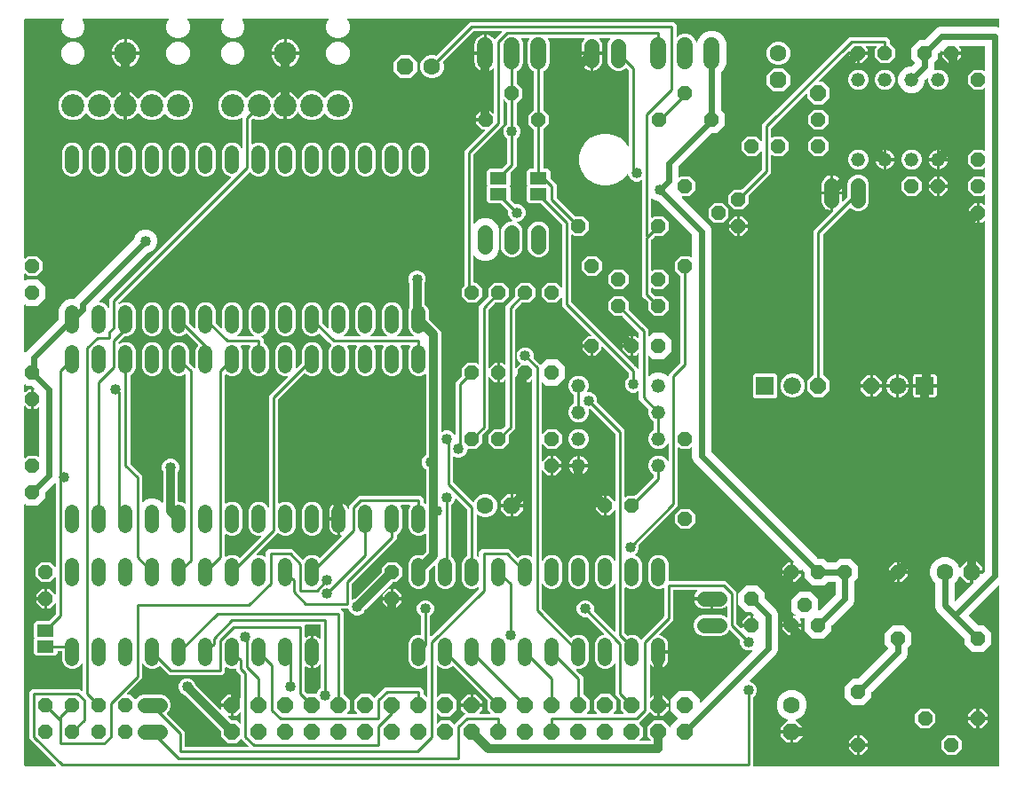
<source format=gbl>
G04 EAGLE Gerber RS-274X export*
G75*
%MOMM*%
%FSLAX34Y34*%
%LPD*%
%INBottom Copper*%
%IPPOS*%
%AMOC8*
5,1,8,0,0,1.08239X$1,22.5*%
G01*
%ADD10P,1.429621X8X292.500000*%
%ADD11P,1.732040X8X22.500000*%
%ADD12C,1.600200*%
%ADD13P,1.429621X8X202.500000*%
%ADD14C,1.320800*%
%ADD15P,1.429621X8X22.500000*%
%ADD16P,1.429621X8X112.500000*%
%ADD17C,1.422400*%
%ADD18C,2.184400*%
%ADD19P,1.649562X8X22.500000*%
%ADD20P,1.732040X8X292.500000*%
%ADD21P,1.732040X8X202.500000*%
%ADD22P,1.649562X8X202.500000*%
%ADD23C,1.524000*%
%ADD24R,1.600200X1.168400*%
%ADD25R,1.714500X1.714500*%
%ADD26C,1.676400*%
%ADD27P,1.539592X8X22.500000*%
%ADD28C,1.320800*%
%ADD29C,0.812800*%
%ADD30C,1.016000*%
%ADD31C,0.254000*%
%ADD32C,0.609600*%

G36*
X933978Y17784D02*
X933978Y17784D01*
X933997Y17782D01*
X934099Y17804D01*
X934201Y17820D01*
X934218Y17830D01*
X934238Y17834D01*
X934327Y17887D01*
X934418Y17936D01*
X934432Y17950D01*
X934449Y17960D01*
X934516Y18039D01*
X934588Y18114D01*
X934596Y18132D01*
X934609Y18147D01*
X934648Y18243D01*
X934691Y18337D01*
X934693Y18357D01*
X934701Y18375D01*
X934719Y18542D01*
X934719Y189699D01*
X934708Y189770D01*
X934706Y189841D01*
X934688Y189890D01*
X934680Y189942D01*
X934646Y190005D01*
X934621Y190072D01*
X934589Y190113D01*
X934564Y190159D01*
X934513Y190208D01*
X934468Y190264D01*
X934424Y190293D01*
X934386Y190328D01*
X934321Y190359D01*
X934261Y190397D01*
X934210Y190410D01*
X934163Y190432D01*
X934092Y190440D01*
X934022Y190457D01*
X933970Y190453D01*
X933919Y190459D01*
X933848Y190444D01*
X933777Y190438D01*
X933729Y190418D01*
X933678Y190407D01*
X933617Y190370D01*
X933551Y190342D01*
X933495Y190297D01*
X933467Y190281D01*
X933452Y190263D01*
X933420Y190237D01*
X905646Y162463D01*
X905634Y162447D01*
X905619Y162435D01*
X905563Y162347D01*
X905502Y162264D01*
X905497Y162245D01*
X905486Y162228D01*
X905460Y162127D01*
X905430Y162028D01*
X905431Y162009D01*
X905426Y161989D01*
X905434Y161886D01*
X905436Y161783D01*
X905443Y161764D01*
X905445Y161744D01*
X905485Y161649D01*
X905521Y161552D01*
X905533Y161536D01*
X905541Y161518D01*
X905646Y161387D01*
X914409Y152624D01*
X914483Y152571D01*
X914552Y152511D01*
X914582Y152499D01*
X914609Y152480D01*
X914696Y152453D01*
X914780Y152419D01*
X914821Y152415D01*
X914844Y152408D01*
X914876Y152409D01*
X914947Y152401D01*
X919661Y152401D01*
X927101Y144961D01*
X927101Y134439D01*
X919661Y126999D01*
X909139Y126999D01*
X901699Y134439D01*
X901699Y139153D01*
X901685Y139243D01*
X901677Y139334D01*
X901665Y139364D01*
X901660Y139396D01*
X901617Y139476D01*
X901581Y139560D01*
X901555Y139592D01*
X901544Y139613D01*
X901521Y139635D01*
X901476Y139691D01*
X874897Y166270D01*
X873505Y169631D01*
X873505Y192092D01*
X873491Y192182D01*
X873483Y192273D01*
X873471Y192303D01*
X873466Y192335D01*
X873423Y192416D01*
X873387Y192500D01*
X873361Y192532D01*
X873350Y192552D01*
X873327Y192575D01*
X873319Y192585D01*
X873311Y192598D01*
X873303Y192605D01*
X873282Y192630D01*
X870699Y195214D01*
X868552Y200396D01*
X868552Y206004D01*
X870699Y211186D01*
X874664Y215151D01*
X879846Y217298D01*
X885454Y217298D01*
X890636Y215151D01*
X894601Y211186D01*
X896077Y207624D01*
X896101Y207585D01*
X896117Y207542D01*
X896166Y207481D01*
X896207Y207415D01*
X896242Y207385D01*
X896271Y207350D01*
X896336Y207307D01*
X896396Y207258D01*
X896439Y207241D01*
X896477Y207217D01*
X896553Y207198D01*
X896626Y207170D01*
X896671Y207168D01*
X896716Y207156D01*
X896794Y207163D01*
X896871Y207159D01*
X896916Y207172D01*
X896961Y207176D01*
X897033Y207206D01*
X897108Y207228D01*
X897145Y207254D01*
X897188Y207272D01*
X897294Y207357D01*
X897310Y207368D01*
X897313Y207372D01*
X897318Y207377D01*
X903683Y213742D01*
X906527Y213742D01*
X906527Y203962D01*
X906530Y203942D01*
X906528Y203923D01*
X906550Y203821D01*
X906567Y203719D01*
X906576Y203702D01*
X906580Y203682D01*
X906633Y203593D01*
X906682Y203502D01*
X906696Y203488D01*
X906706Y203471D01*
X906785Y203404D01*
X906860Y203333D01*
X906878Y203324D01*
X906893Y203311D01*
X906989Y203273D01*
X907083Y203229D01*
X907103Y203227D01*
X907121Y203219D01*
X907288Y203201D01*
X908051Y203201D01*
X908051Y203199D01*
X907288Y203199D01*
X907268Y203196D01*
X907249Y203198D01*
X907147Y203176D01*
X907045Y203159D01*
X907028Y203150D01*
X907008Y203146D01*
X906919Y203093D01*
X906828Y203044D01*
X906814Y203030D01*
X906797Y203020D01*
X906730Y202941D01*
X906659Y202866D01*
X906650Y202848D01*
X906637Y202833D01*
X906598Y202737D01*
X906555Y202643D01*
X906553Y202623D01*
X906545Y202605D01*
X906527Y202438D01*
X906527Y192658D01*
X903683Y192658D01*
X897318Y199023D01*
X897281Y199050D01*
X897250Y199084D01*
X897182Y199122D01*
X897119Y199167D01*
X897075Y199180D01*
X897035Y199202D01*
X896958Y199216D01*
X896884Y199239D01*
X896838Y199238D01*
X896793Y199246D01*
X896716Y199235D01*
X896638Y199233D01*
X896595Y199217D01*
X896549Y199210D01*
X896480Y199175D01*
X896407Y199148D01*
X896371Y199120D01*
X896330Y199099D01*
X896275Y199043D01*
X896215Y198995D01*
X896190Y198956D01*
X896158Y198923D01*
X896092Y198803D01*
X896082Y198788D01*
X896081Y198783D01*
X896077Y198776D01*
X894601Y195214D01*
X892018Y192630D01*
X891974Y192569D01*
X891941Y192535D01*
X891935Y192522D01*
X891905Y192487D01*
X891893Y192457D01*
X891874Y192431D01*
X891847Y192344D01*
X891813Y192259D01*
X891809Y192218D01*
X891802Y192196D01*
X891803Y192163D01*
X891795Y192092D01*
X891795Y176315D01*
X891806Y176244D01*
X891808Y176173D01*
X891826Y176124D01*
X891834Y176072D01*
X891868Y176009D01*
X891893Y175942D01*
X891925Y175901D01*
X891950Y175855D01*
X892001Y175806D01*
X892046Y175750D01*
X892090Y175721D01*
X892128Y175686D01*
X892193Y175655D01*
X892253Y175617D01*
X892304Y175604D01*
X892351Y175582D01*
X892422Y175574D01*
X892492Y175557D01*
X892544Y175561D01*
X892595Y175555D01*
X892666Y175570D01*
X892737Y175576D01*
X892785Y175596D01*
X892836Y175607D01*
X892897Y175644D01*
X892963Y175672D01*
X893019Y175717D01*
X893047Y175733D01*
X893062Y175751D01*
X893094Y175777D01*
X909350Y192033D01*
X909403Y192107D01*
X909463Y192176D01*
X909475Y192206D01*
X909494Y192233D01*
X909521Y192320D01*
X909555Y192404D01*
X909559Y192445D01*
X909566Y192468D01*
X909565Y192500D01*
X909573Y192571D01*
X909573Y201677D01*
X918679Y201677D01*
X918769Y201692D01*
X918860Y201699D01*
X918890Y201711D01*
X918922Y201717D01*
X919002Y201759D01*
X919086Y201795D01*
X919118Y201821D01*
X919139Y201832D01*
X919161Y201855D01*
X919217Y201900D01*
X920907Y203590D01*
X920960Y203664D01*
X921020Y203733D01*
X921032Y203763D01*
X921051Y203790D01*
X921078Y203877D01*
X921112Y203961D01*
X921116Y204002D01*
X921123Y204025D01*
X921122Y204057D01*
X921130Y204128D01*
X921130Y538060D01*
X921119Y538131D01*
X921117Y538202D01*
X921099Y538251D01*
X921091Y538303D01*
X921057Y538366D01*
X921032Y538433D01*
X921000Y538474D01*
X920975Y538520D01*
X920923Y538569D01*
X920879Y538625D01*
X920835Y538654D01*
X920797Y538689D01*
X920732Y538720D01*
X920672Y538758D01*
X920621Y538771D01*
X920574Y538793D01*
X920503Y538801D01*
X920433Y538818D01*
X920381Y538814D01*
X920330Y538820D01*
X920259Y538805D01*
X920188Y538799D01*
X920140Y538779D01*
X920089Y538768D01*
X920028Y538731D01*
X919962Y538703D01*
X919906Y538658D01*
X919878Y538642D01*
X919863Y538624D01*
X919831Y538598D01*
X918188Y536955D01*
X915923Y536955D01*
X915923Y545338D01*
X915921Y545353D01*
X915922Y545366D01*
X915921Y545370D01*
X915922Y545377D01*
X915900Y545479D01*
X915883Y545581D01*
X915874Y545598D01*
X915870Y545618D01*
X915817Y545707D01*
X915768Y545798D01*
X915754Y545812D01*
X915744Y545829D01*
X915665Y545896D01*
X915590Y545967D01*
X915572Y545976D01*
X915557Y545989D01*
X915461Y546027D01*
X915367Y546071D01*
X915347Y546073D01*
X915329Y546081D01*
X915162Y546099D01*
X914399Y546099D01*
X914399Y546101D01*
X915162Y546101D01*
X915182Y546104D01*
X915201Y546102D01*
X915303Y546124D01*
X915405Y546141D01*
X915422Y546150D01*
X915442Y546154D01*
X915531Y546207D01*
X915622Y546256D01*
X915636Y546270D01*
X915653Y546280D01*
X915720Y546359D01*
X915791Y546434D01*
X915800Y546452D01*
X915813Y546467D01*
X915852Y546563D01*
X915895Y546657D01*
X915897Y546677D01*
X915905Y546695D01*
X915923Y546862D01*
X915923Y555245D01*
X918188Y555245D01*
X919831Y553602D01*
X919889Y553560D01*
X919941Y553511D01*
X919988Y553489D01*
X920030Y553458D01*
X920099Y553437D01*
X920164Y553407D01*
X920216Y553401D01*
X920266Y553386D01*
X920337Y553388D01*
X920408Y553380D01*
X920459Y553391D01*
X920511Y553392D01*
X920579Y553417D01*
X920649Y553432D01*
X920694Y553459D01*
X920742Y553477D01*
X920798Y553522D01*
X920860Y553558D01*
X920894Y553598D01*
X920934Y553630D01*
X920973Y553691D01*
X921020Y553745D01*
X921039Y553794D01*
X921067Y553837D01*
X921085Y553907D01*
X921112Y553973D01*
X921120Y554045D01*
X921128Y554076D01*
X921126Y554099D01*
X921130Y554140D01*
X921130Y562741D01*
X921119Y562812D01*
X921117Y562884D01*
X921099Y562933D01*
X921091Y562984D01*
X921057Y563048D01*
X921032Y563115D01*
X921000Y563156D01*
X920975Y563202D01*
X920923Y563251D01*
X920879Y563307D01*
X920835Y563335D01*
X920797Y563371D01*
X920732Y563401D01*
X920672Y563440D01*
X920621Y563453D01*
X920574Y563475D01*
X920503Y563482D01*
X920433Y563500D01*
X920381Y563496D01*
X920330Y563502D01*
X920259Y563486D01*
X920188Y563481D01*
X920140Y563461D01*
X920089Y563449D01*
X920028Y563413D01*
X919962Y563385D01*
X919906Y563340D01*
X919878Y563323D01*
X919863Y563305D01*
X919831Y563280D01*
X918398Y561847D01*
X910402Y561847D01*
X904747Y567502D01*
X904747Y575498D01*
X910402Y581153D01*
X918398Y581153D01*
X919831Y579720D01*
X919889Y579678D01*
X919941Y579629D01*
X919988Y579607D01*
X920030Y579577D01*
X920099Y579556D01*
X920164Y579525D01*
X920216Y579520D01*
X920266Y579504D01*
X920337Y579506D01*
X920408Y579498D01*
X920459Y579509D01*
X920511Y579511D01*
X920579Y579535D01*
X920649Y579551D01*
X920694Y579577D01*
X920742Y579595D01*
X920798Y579640D01*
X920860Y579677D01*
X920894Y579716D01*
X920934Y579749D01*
X920973Y579809D01*
X921020Y579864D01*
X921039Y579912D01*
X921067Y579956D01*
X921085Y580025D01*
X921112Y580092D01*
X921120Y580163D01*
X921128Y580194D01*
X921126Y580218D01*
X921130Y580259D01*
X921130Y588141D01*
X921119Y588212D01*
X921117Y588284D01*
X921099Y588333D01*
X921091Y588384D01*
X921057Y588448D01*
X921032Y588515D01*
X921000Y588556D01*
X920975Y588602D01*
X920924Y588651D01*
X920879Y588707D01*
X920835Y588735D01*
X920797Y588771D01*
X920732Y588801D01*
X920672Y588840D01*
X920621Y588853D01*
X920574Y588875D01*
X920503Y588882D01*
X920433Y588900D01*
X920381Y588896D01*
X920330Y588902D01*
X920259Y588886D01*
X920188Y588881D01*
X920140Y588861D01*
X920089Y588849D01*
X920028Y588813D01*
X919962Y588785D01*
X919906Y588740D01*
X919878Y588723D01*
X919863Y588705D01*
X919831Y588680D01*
X918398Y587247D01*
X910402Y587247D01*
X904747Y592902D01*
X904747Y600898D01*
X910402Y606553D01*
X918398Y606553D01*
X919831Y605120D01*
X919889Y605078D01*
X919941Y605029D01*
X919988Y605007D01*
X920030Y604977D01*
X920099Y604956D01*
X920164Y604925D01*
X920216Y604920D01*
X920266Y604904D01*
X920337Y604906D01*
X920408Y604898D01*
X920459Y604909D01*
X920511Y604911D01*
X920579Y604935D01*
X920649Y604951D01*
X920694Y604977D01*
X920742Y604995D01*
X920798Y605040D01*
X920860Y605077D01*
X920894Y605116D01*
X920934Y605149D01*
X920973Y605209D01*
X921020Y605264D01*
X921039Y605312D01*
X921067Y605356D01*
X921085Y605425D01*
X921112Y605492D01*
X921120Y605563D01*
X921128Y605594D01*
X921126Y605618D01*
X921130Y605659D01*
X921130Y664341D01*
X921119Y664412D01*
X921117Y664484D01*
X921099Y664533D01*
X921091Y664584D01*
X921057Y664648D01*
X921032Y664715D01*
X921000Y664756D01*
X920975Y664802D01*
X920923Y664851D01*
X920879Y664907D01*
X920835Y664935D01*
X920797Y664971D01*
X920732Y665001D01*
X920672Y665040D01*
X920621Y665053D01*
X920574Y665075D01*
X920503Y665082D01*
X920433Y665100D01*
X920381Y665096D01*
X920330Y665102D01*
X920259Y665086D01*
X920188Y665081D01*
X920140Y665061D01*
X920089Y665049D01*
X920028Y665013D01*
X919962Y664985D01*
X919906Y664940D01*
X919878Y664923D01*
X919863Y664905D01*
X919831Y664880D01*
X918398Y663447D01*
X910402Y663447D01*
X904747Y669102D01*
X904747Y677098D01*
X910402Y682753D01*
X918398Y682753D01*
X919831Y681320D01*
X919889Y681278D01*
X919941Y681229D01*
X919988Y681207D01*
X920030Y681177D01*
X920099Y681156D01*
X920164Y681125D01*
X920216Y681120D01*
X920266Y681104D01*
X920337Y681106D01*
X920408Y681098D01*
X920459Y681109D01*
X920511Y681111D01*
X920579Y681135D01*
X920649Y681151D01*
X920694Y681177D01*
X920742Y681195D01*
X920798Y681240D01*
X920860Y681277D01*
X920894Y681316D01*
X920934Y681349D01*
X920973Y681409D01*
X921020Y681464D01*
X921039Y681512D01*
X921067Y681556D01*
X921085Y681625D01*
X921112Y681692D01*
X921120Y681763D01*
X921128Y681794D01*
X921126Y681818D01*
X921130Y681859D01*
X921130Y704469D01*
X921127Y704489D01*
X921129Y704508D01*
X921107Y704610D01*
X921091Y704712D01*
X921081Y704729D01*
X921077Y704749D01*
X921024Y704838D01*
X920975Y704929D01*
X920961Y704943D01*
X920951Y704960D01*
X920872Y705027D01*
X920797Y705099D01*
X920779Y705107D01*
X920764Y705120D01*
X920668Y705159D01*
X920574Y705202D01*
X920554Y705204D01*
X920536Y705212D01*
X920369Y705230D01*
X897040Y705230D01*
X896969Y705219D01*
X896898Y705217D01*
X896849Y705199D01*
X896797Y705191D01*
X896734Y705157D01*
X896667Y705132D01*
X896626Y705100D01*
X896580Y705075D01*
X896531Y705023D01*
X896475Y704979D01*
X896446Y704935D01*
X896411Y704897D01*
X896380Y704832D01*
X896342Y704772D01*
X896329Y704721D01*
X896307Y704674D01*
X896299Y704603D01*
X896282Y704533D01*
X896286Y704481D01*
X896280Y704430D01*
X896295Y704359D01*
X896301Y704288D01*
X896321Y704240D01*
X896332Y704189D01*
X896369Y704128D01*
X896397Y704062D01*
X896442Y704006D01*
X896458Y703978D01*
X896476Y703963D01*
X896502Y703931D01*
X898145Y702288D01*
X898145Y700023D01*
X889762Y700023D01*
X889742Y700020D01*
X889723Y700022D01*
X889621Y700000D01*
X889519Y699983D01*
X889502Y699974D01*
X889482Y699970D01*
X889393Y699917D01*
X889302Y699868D01*
X889288Y699854D01*
X889271Y699844D01*
X889204Y699765D01*
X889133Y699690D01*
X889124Y699672D01*
X889111Y699657D01*
X889073Y699561D01*
X889029Y699467D01*
X889027Y699447D01*
X889019Y699429D01*
X889001Y699262D01*
X889001Y698499D01*
X888999Y698499D01*
X888999Y699262D01*
X888996Y699282D01*
X888998Y699301D01*
X888976Y699403D01*
X888959Y699505D01*
X888950Y699522D01*
X888946Y699542D01*
X888893Y699631D01*
X888844Y699722D01*
X888830Y699736D01*
X888820Y699753D01*
X888741Y699820D01*
X888666Y699891D01*
X888648Y699900D01*
X888633Y699913D01*
X888537Y699952D01*
X888443Y699995D01*
X888423Y699997D01*
X888405Y700005D01*
X888238Y700023D01*
X879849Y700023D01*
X879844Y700056D01*
X879842Y700127D01*
X879824Y700176D01*
X879815Y700228D01*
X879782Y700291D01*
X879757Y700358D01*
X879725Y700399D01*
X879700Y700445D01*
X879649Y700494D01*
X879604Y700550D01*
X879560Y700578D01*
X879522Y700614D01*
X879457Y700645D01*
X879397Y700683D01*
X879346Y700696D01*
X879299Y700718D01*
X879228Y700726D01*
X879158Y700743D01*
X879106Y700739D01*
X879055Y700745D01*
X878984Y700730D01*
X878913Y700724D01*
X878865Y700704D01*
X878814Y700693D01*
X878753Y700656D01*
X878687Y700628D01*
X878631Y700583D01*
X878603Y700567D01*
X878588Y700549D01*
X878556Y700523D01*
X876524Y698491D01*
X876471Y698417D01*
X876411Y698348D01*
X876399Y698318D01*
X876380Y698291D01*
X876353Y698204D01*
X876319Y698120D01*
X876315Y698079D01*
X876308Y698056D01*
X876309Y698024D01*
X876301Y697953D01*
X876301Y693239D01*
X872968Y689906D01*
X872915Y689832D01*
X872855Y689763D01*
X872843Y689733D01*
X872824Y689706D01*
X872797Y689619D01*
X872763Y689535D01*
X872759Y689494D01*
X872752Y689471D01*
X872753Y689439D01*
X872745Y689368D01*
X872745Y683981D01*
X872495Y683379D01*
X872486Y683340D01*
X872476Y683318D01*
X872474Y683295D01*
X872453Y683242D01*
X872451Y683190D01*
X872439Y683139D01*
X872446Y683068D01*
X872443Y682996D01*
X872457Y682946D01*
X872462Y682894D01*
X872491Y682829D01*
X872511Y682760D01*
X872541Y682717D01*
X872562Y682670D01*
X872611Y682617D01*
X872652Y682558D01*
X872693Y682527D01*
X872729Y682488D01*
X872791Y682454D01*
X872849Y682411D01*
X872898Y682395D01*
X872944Y682370D01*
X873015Y682357D01*
X873083Y682335D01*
X873135Y682335D01*
X873186Y682326D01*
X873257Y682337D01*
X873329Y682337D01*
X873398Y682357D01*
X873429Y682362D01*
X873450Y682373D01*
X873490Y682384D01*
X874380Y682753D01*
X878220Y682753D01*
X881768Y681283D01*
X884483Y678568D01*
X885953Y675020D01*
X885953Y671180D01*
X884483Y667632D01*
X881768Y664917D01*
X878220Y663447D01*
X874380Y663447D01*
X870832Y664917D01*
X868117Y667632D01*
X866647Y671180D01*
X866647Y674077D01*
X866636Y674148D01*
X866634Y674219D01*
X866616Y674268D01*
X866608Y674320D01*
X866574Y674383D01*
X866549Y674450D01*
X866517Y674491D01*
X866492Y674537D01*
X866440Y674586D01*
X866396Y674642D01*
X866352Y674671D01*
X866314Y674706D01*
X866249Y674737D01*
X866189Y674775D01*
X866138Y674788D01*
X866091Y674810D01*
X866020Y674818D01*
X865950Y674835D01*
X865898Y674831D01*
X865847Y674837D01*
X865776Y674822D01*
X865705Y674816D01*
X865657Y674796D01*
X865606Y674785D01*
X865545Y674748D01*
X865479Y674720D01*
X865423Y674675D01*
X865395Y674659D01*
X865380Y674641D01*
X865348Y674615D01*
X863824Y673091D01*
X863771Y673017D01*
X863711Y672948D01*
X863699Y672918D01*
X863680Y672891D01*
X863653Y672804D01*
X863619Y672720D01*
X863615Y672679D01*
X863608Y672656D01*
X863609Y672624D01*
X863601Y672553D01*
X863601Y670574D01*
X861667Y665906D01*
X858094Y662333D01*
X853426Y660399D01*
X848374Y660399D01*
X843706Y662333D01*
X840133Y665906D01*
X838199Y670574D01*
X838199Y675626D01*
X840133Y680294D01*
X843706Y683867D01*
X848374Y685801D01*
X850353Y685801D01*
X850443Y685815D01*
X850534Y685823D01*
X850564Y685835D01*
X850596Y685840D01*
X850676Y685883D01*
X850760Y685919D01*
X850792Y685945D01*
X850813Y685956D01*
X850835Y685979D01*
X850891Y686024D01*
X853965Y689097D01*
X853976Y689113D01*
X853992Y689126D01*
X854048Y689213D01*
X854108Y689297D01*
X854114Y689316D01*
X854125Y689333D01*
X854150Y689433D01*
X854181Y689532D01*
X854180Y689552D01*
X854185Y689571D01*
X854177Y689674D01*
X854174Y689778D01*
X854167Y689797D01*
X854166Y689817D01*
X854125Y689911D01*
X854090Y690009D01*
X854077Y690025D01*
X854069Y690043D01*
X853965Y690174D01*
X850899Y693239D01*
X850899Y703761D01*
X858339Y711201D01*
X863053Y711201D01*
X863143Y711215D01*
X863234Y711223D01*
X863264Y711235D01*
X863296Y711240D01*
X863376Y711283D01*
X863460Y711319D01*
X863492Y711345D01*
X863513Y711356D01*
X863535Y711379D01*
X863591Y711424D01*
X871615Y719448D01*
X874295Y722128D01*
X877656Y723520D01*
X932094Y723520D01*
X933667Y722868D01*
X933711Y722858D01*
X933753Y722838D01*
X933830Y722830D01*
X933906Y722812D01*
X933952Y722816D01*
X933997Y722811D01*
X934074Y722828D01*
X934151Y722835D01*
X934193Y722854D01*
X934238Y722864D01*
X934305Y722904D01*
X934376Y722935D01*
X934410Y722966D01*
X934449Y722990D01*
X934500Y723049D01*
X934557Y723102D01*
X934579Y723142D01*
X934609Y723177D01*
X934638Y723249D01*
X934675Y723317D01*
X934684Y723362D01*
X934701Y723405D01*
X934716Y723541D01*
X934719Y723559D01*
X934718Y723564D01*
X934719Y723572D01*
X934719Y730758D01*
X934716Y730778D01*
X934718Y730797D01*
X934696Y730899D01*
X934680Y731001D01*
X934670Y731018D01*
X934666Y731038D01*
X934613Y731127D01*
X934564Y731218D01*
X934550Y731232D01*
X934540Y731249D01*
X934461Y731316D01*
X934386Y731388D01*
X934368Y731396D01*
X934353Y731409D01*
X934257Y731448D01*
X934163Y731491D01*
X934143Y731493D01*
X934125Y731501D01*
X933958Y731519D01*
X313489Y731519D01*
X313418Y731508D01*
X313347Y731506D01*
X313298Y731488D01*
X313246Y731480D01*
X313183Y731446D01*
X313116Y731421D01*
X313075Y731389D01*
X313029Y731364D01*
X312980Y731312D01*
X312924Y731268D01*
X312895Y731224D01*
X312860Y731186D01*
X312829Y731121D01*
X312791Y731061D01*
X312778Y731010D01*
X312756Y730963D01*
X312748Y730892D01*
X312731Y730822D01*
X312735Y730770D01*
X312729Y730719D01*
X312744Y730648D01*
X312750Y730577D01*
X312770Y730529D01*
X312781Y730478D01*
X312818Y730417D01*
X312846Y730351D01*
X312891Y730295D01*
X312907Y730267D01*
X312925Y730252D01*
X312951Y730220D01*
X313394Y729777D01*
X315081Y725704D01*
X315081Y721296D01*
X313394Y717223D01*
X310277Y714106D01*
X306204Y712419D01*
X301796Y712419D01*
X297723Y714106D01*
X294606Y717223D01*
X292919Y721296D01*
X292919Y725704D01*
X294606Y729777D01*
X295049Y730220D01*
X295091Y730278D01*
X295140Y730330D01*
X295162Y730377D01*
X295193Y730419D01*
X295214Y730488D01*
X295244Y730553D01*
X295250Y730605D01*
X295265Y730655D01*
X295263Y730726D01*
X295271Y730797D01*
X295260Y730848D01*
X295259Y730900D01*
X295234Y730968D01*
X295219Y731038D01*
X295192Y731083D01*
X295174Y731131D01*
X295130Y731187D01*
X295093Y731249D01*
X295053Y731283D01*
X295021Y731323D01*
X294960Y731362D01*
X294906Y731409D01*
X294857Y731428D01*
X294814Y731456D01*
X294744Y731474D01*
X294678Y731501D01*
X294606Y731509D01*
X294575Y731517D01*
X294552Y731515D01*
X294511Y731519D01*
X213489Y731519D01*
X213418Y731508D01*
X213347Y731506D01*
X213298Y731488D01*
X213246Y731480D01*
X213183Y731446D01*
X213116Y731421D01*
X213075Y731389D01*
X213029Y731364D01*
X212980Y731312D01*
X212924Y731268D01*
X212895Y731224D01*
X212860Y731186D01*
X212829Y731121D01*
X212791Y731061D01*
X212778Y731010D01*
X212756Y730963D01*
X212748Y730892D01*
X212731Y730822D01*
X212735Y730770D01*
X212729Y730719D01*
X212744Y730648D01*
X212750Y730577D01*
X212770Y730529D01*
X212781Y730478D01*
X212818Y730417D01*
X212846Y730351D01*
X212891Y730295D01*
X212907Y730267D01*
X212925Y730252D01*
X212951Y730220D01*
X213394Y729777D01*
X215081Y725704D01*
X215081Y721296D01*
X213394Y717223D01*
X210277Y714106D01*
X206204Y712419D01*
X201796Y712419D01*
X197723Y714106D01*
X194606Y717223D01*
X192919Y721296D01*
X192919Y725704D01*
X194606Y729777D01*
X195049Y730220D01*
X195091Y730278D01*
X195140Y730330D01*
X195162Y730377D01*
X195193Y730419D01*
X195214Y730488D01*
X195244Y730553D01*
X195250Y730605D01*
X195265Y730655D01*
X195263Y730726D01*
X195271Y730797D01*
X195260Y730848D01*
X195259Y730900D01*
X195234Y730968D01*
X195219Y731038D01*
X195192Y731083D01*
X195174Y731131D01*
X195130Y731187D01*
X195093Y731249D01*
X195053Y731283D01*
X195021Y731323D01*
X194960Y731362D01*
X194906Y731409D01*
X194857Y731428D01*
X194814Y731456D01*
X194744Y731474D01*
X194678Y731501D01*
X194606Y731509D01*
X194575Y731517D01*
X194552Y731515D01*
X194511Y731519D01*
X161089Y731519D01*
X161018Y731508D01*
X160947Y731506D01*
X160898Y731488D01*
X160846Y731480D01*
X160783Y731446D01*
X160716Y731421D01*
X160675Y731389D01*
X160629Y731364D01*
X160580Y731312D01*
X160524Y731268D01*
X160495Y731224D01*
X160460Y731186D01*
X160429Y731121D01*
X160391Y731061D01*
X160378Y731010D01*
X160356Y730963D01*
X160348Y730892D01*
X160331Y730822D01*
X160335Y730770D01*
X160329Y730719D01*
X160344Y730648D01*
X160350Y730577D01*
X160370Y730529D01*
X160381Y730478D01*
X160418Y730417D01*
X160446Y730351D01*
X160491Y730295D01*
X160507Y730267D01*
X160525Y730252D01*
X160551Y730220D01*
X160994Y729777D01*
X162681Y725704D01*
X162681Y721296D01*
X160994Y717223D01*
X157877Y714106D01*
X153804Y712419D01*
X149396Y712419D01*
X145323Y714106D01*
X142206Y717223D01*
X140519Y721296D01*
X140519Y725704D01*
X142206Y729777D01*
X142649Y730220D01*
X142691Y730278D01*
X142740Y730330D01*
X142762Y730377D01*
X142793Y730419D01*
X142814Y730488D01*
X142844Y730553D01*
X142850Y730605D01*
X142865Y730655D01*
X142863Y730726D01*
X142871Y730797D01*
X142860Y730848D01*
X142859Y730900D01*
X142834Y730968D01*
X142819Y731038D01*
X142792Y731083D01*
X142774Y731131D01*
X142730Y731187D01*
X142693Y731249D01*
X142653Y731283D01*
X142621Y731323D01*
X142560Y731362D01*
X142506Y731409D01*
X142457Y731428D01*
X142414Y731456D01*
X142344Y731474D01*
X142278Y731501D01*
X142206Y731509D01*
X142175Y731517D01*
X142152Y731515D01*
X142111Y731519D01*
X61089Y731519D01*
X61018Y731508D01*
X60947Y731506D01*
X60898Y731488D01*
X60846Y731480D01*
X60783Y731446D01*
X60716Y731421D01*
X60675Y731389D01*
X60629Y731364D01*
X60580Y731312D01*
X60524Y731268D01*
X60495Y731224D01*
X60460Y731186D01*
X60429Y731121D01*
X60391Y731061D01*
X60378Y731010D01*
X60356Y730963D01*
X60348Y730892D01*
X60331Y730822D01*
X60335Y730770D01*
X60329Y730719D01*
X60344Y730648D01*
X60350Y730577D01*
X60370Y730529D01*
X60381Y730478D01*
X60418Y730417D01*
X60446Y730351D01*
X60491Y730295D01*
X60507Y730267D01*
X60525Y730252D01*
X60551Y730220D01*
X60994Y729777D01*
X62681Y725704D01*
X62681Y721296D01*
X60994Y717223D01*
X57877Y714106D01*
X53804Y712419D01*
X49396Y712419D01*
X45323Y714106D01*
X42206Y717223D01*
X40519Y721296D01*
X40519Y725704D01*
X42206Y729777D01*
X42649Y730220D01*
X42691Y730278D01*
X42740Y730330D01*
X42762Y730377D01*
X42793Y730419D01*
X42814Y730488D01*
X42844Y730553D01*
X42850Y730605D01*
X42865Y730655D01*
X42863Y730726D01*
X42871Y730797D01*
X42860Y730848D01*
X42859Y730900D01*
X42834Y730968D01*
X42819Y731038D01*
X42792Y731083D01*
X42774Y731131D01*
X42730Y731187D01*
X42693Y731249D01*
X42653Y731283D01*
X42621Y731323D01*
X42560Y731362D01*
X42506Y731409D01*
X42457Y731428D01*
X42414Y731456D01*
X42344Y731474D01*
X42278Y731501D01*
X42206Y731509D01*
X42175Y731517D01*
X42152Y731515D01*
X42111Y731519D01*
X5842Y731519D01*
X5822Y731516D01*
X5803Y731518D01*
X5701Y731496D01*
X5599Y731480D01*
X5582Y731470D01*
X5562Y731466D01*
X5473Y731413D01*
X5382Y731364D01*
X5368Y731350D01*
X5351Y731340D01*
X5284Y731261D01*
X5212Y731186D01*
X5204Y731168D01*
X5191Y731153D01*
X5152Y731057D01*
X5109Y730963D01*
X5107Y730943D01*
X5099Y730925D01*
X5081Y730758D01*
X5081Y503170D01*
X5092Y503099D01*
X5094Y503027D01*
X5112Y502978D01*
X5120Y502927D01*
X5154Y502863D01*
X5179Y502796D01*
X5211Y502755D01*
X5236Y502709D01*
X5288Y502660D01*
X5332Y502604D01*
X5376Y502576D01*
X5414Y502540D01*
X5479Y502510D01*
X5539Y502471D01*
X5590Y502458D01*
X5637Y502436D01*
X5708Y502429D01*
X5778Y502411D01*
X5830Y502415D01*
X5881Y502409D01*
X5952Y502425D01*
X6023Y502430D01*
X6071Y502450D01*
X6122Y502462D01*
X6183Y502498D01*
X6249Y502526D01*
X6305Y502571D01*
X6333Y502588D01*
X6348Y502606D01*
X6380Y502631D01*
X8702Y504953D01*
X16698Y504953D01*
X22353Y499298D01*
X22353Y491302D01*
X16698Y485647D01*
X8702Y485647D01*
X6380Y487969D01*
X6322Y488011D01*
X6270Y488060D01*
X6223Y488082D01*
X6181Y488112D01*
X6112Y488133D01*
X6047Y488164D01*
X5995Y488169D01*
X5945Y488185D01*
X5874Y488183D01*
X5803Y488191D01*
X5752Y488180D01*
X5700Y488178D01*
X5632Y488154D01*
X5562Y488138D01*
X5517Y488112D01*
X5469Y488094D01*
X5413Y488049D01*
X5351Y488012D01*
X5317Y487973D01*
X5277Y487940D01*
X5238Y487880D01*
X5191Y487825D01*
X5172Y487777D01*
X5144Y487733D01*
X5126Y487664D01*
X5099Y487597D01*
X5091Y487526D01*
X5083Y487495D01*
X5085Y487471D01*
X5081Y487430D01*
X5081Y482080D01*
X5092Y482009D01*
X5094Y481938D01*
X5112Y481889D01*
X5120Y481837D01*
X5154Y481774D01*
X5179Y481707D01*
X5211Y481666D01*
X5236Y481620D01*
X5288Y481571D01*
X5332Y481515D01*
X5376Y481486D01*
X5414Y481451D01*
X5479Y481420D01*
X5539Y481382D01*
X5590Y481369D01*
X5637Y481347D01*
X5708Y481339D01*
X5778Y481322D01*
X5830Y481326D01*
X5881Y481320D01*
X5952Y481335D01*
X6023Y481341D01*
X6071Y481361D01*
X6122Y481372D01*
X6183Y481409D01*
X6249Y481437D01*
X6305Y481482D01*
X6333Y481498D01*
X6348Y481516D01*
X6380Y481542D01*
X7439Y482601D01*
X17961Y482601D01*
X25401Y475161D01*
X25401Y464639D01*
X17961Y457199D01*
X7439Y457199D01*
X6380Y458258D01*
X6322Y458300D01*
X6270Y458349D01*
X6223Y458371D01*
X6181Y458402D01*
X6112Y458423D01*
X6047Y458453D01*
X5995Y458459D01*
X5945Y458474D01*
X5874Y458472D01*
X5803Y458480D01*
X5752Y458469D01*
X5700Y458468D01*
X5632Y458443D01*
X5562Y458428D01*
X5517Y458401D01*
X5469Y458383D01*
X5413Y458338D01*
X5351Y458302D01*
X5317Y458262D01*
X5277Y458230D01*
X5238Y458169D01*
X5191Y458115D01*
X5172Y458066D01*
X5144Y458023D01*
X5126Y457953D01*
X5099Y457887D01*
X5091Y457815D01*
X5083Y457784D01*
X5085Y457761D01*
X5081Y457720D01*
X5081Y413484D01*
X5096Y413388D01*
X5106Y413291D01*
X5116Y413267D01*
X5120Y413241D01*
X5166Y413155D01*
X5206Y413066D01*
X5223Y413047D01*
X5236Y413024D01*
X5306Y412957D01*
X5372Y412885D01*
X5395Y412872D01*
X5414Y412854D01*
X5502Y412813D01*
X5588Y412766D01*
X5613Y412762D01*
X5637Y412751D01*
X5734Y412740D01*
X5830Y412723D01*
X5856Y412726D01*
X5881Y412724D01*
X5977Y412744D01*
X6073Y412758D01*
X6096Y412770D01*
X6122Y412776D01*
X6206Y412826D01*
X6292Y412870D01*
X6311Y412889D01*
X6333Y412902D01*
X6396Y412976D01*
X6465Y413046D01*
X6480Y413074D01*
X6493Y413089D01*
X6505Y413120D01*
X6527Y413160D01*
X9214Y415847D01*
X37876Y444509D01*
X37929Y444583D01*
X37989Y444652D01*
X38001Y444682D01*
X38020Y444709D01*
X38047Y444796D01*
X38081Y444880D01*
X38085Y444921D01*
X38092Y444944D01*
X38091Y444976D01*
X38099Y445047D01*
X38099Y453630D01*
X40033Y458298D01*
X43606Y461871D01*
X48274Y463805D01*
X52094Y463805D01*
X52184Y463819D01*
X52275Y463827D01*
X52305Y463839D01*
X52337Y463844D01*
X52418Y463887D01*
X52502Y463923D01*
X52534Y463949D01*
X52554Y463960D01*
X52577Y463983D01*
X52633Y464028D01*
X109250Y520645D01*
X109303Y520719D01*
X109363Y520789D01*
X109375Y520819D01*
X109394Y520845D01*
X109421Y520932D01*
X109455Y521017D01*
X109459Y521058D01*
X109466Y521080D01*
X109465Y521112D01*
X109473Y521184D01*
X109473Y521336D01*
X111175Y525444D01*
X114319Y528588D01*
X118427Y530289D01*
X122873Y530289D01*
X126981Y528588D01*
X130125Y525444D01*
X131827Y521336D01*
X131827Y516889D01*
X130125Y512781D01*
X126981Y509637D01*
X122873Y507936D01*
X122721Y507936D01*
X122631Y507921D01*
X122540Y507914D01*
X122510Y507901D01*
X122478Y507896D01*
X122398Y507853D01*
X122314Y507818D01*
X122282Y507792D01*
X122261Y507781D01*
X122239Y507758D01*
X122183Y507713D01*
X76526Y462056D01*
X76485Y461998D01*
X76435Y461946D01*
X76413Y461899D01*
X76383Y461857D01*
X76362Y461788D01*
X76332Y461723D01*
X76326Y461671D01*
X76310Y461621D01*
X76312Y461550D01*
X76304Y461479D01*
X76315Y461428D01*
X76317Y461376D01*
X76341Y461308D01*
X76357Y461238D01*
X76383Y461193D01*
X76401Y461145D01*
X76446Y461089D01*
X76483Y461027D01*
X76522Y460993D01*
X76555Y460953D01*
X76615Y460914D01*
X76670Y460867D01*
X76718Y460848D01*
X76762Y460820D01*
X76831Y460802D01*
X76898Y460775D01*
X76969Y460767D01*
X77000Y460759D01*
X77024Y460761D01*
X77065Y460757D01*
X78120Y460757D01*
X81668Y459287D01*
X84383Y456572D01*
X84704Y455797D01*
X84756Y455714D01*
X84801Y455628D01*
X84820Y455610D01*
X84834Y455588D01*
X84909Y455525D01*
X84979Y455459D01*
X85003Y455448D01*
X85023Y455431D01*
X85114Y455396D01*
X85203Y455355D01*
X85229Y455352D01*
X85253Y455343D01*
X85350Y455339D01*
X85447Y455328D01*
X85472Y455333D01*
X85499Y455332D01*
X85592Y455359D01*
X85687Y455380D01*
X85710Y455394D01*
X85735Y455401D01*
X85815Y455456D01*
X85898Y455506D01*
X85915Y455526D01*
X85937Y455541D01*
X85995Y455619D01*
X86058Y455693D01*
X86068Y455718D01*
X86084Y455738D01*
X86114Y455831D01*
X86150Y455921D01*
X86154Y455954D01*
X86160Y455972D01*
X86160Y456005D01*
X86169Y456088D01*
X86169Y463751D01*
X201761Y579344D01*
X201803Y579402D01*
X201852Y579454D01*
X201874Y579501D01*
X201905Y579543D01*
X201926Y579612D01*
X201956Y579677D01*
X201962Y579729D01*
X201977Y579779D01*
X201975Y579850D01*
X201983Y579921D01*
X201972Y579972D01*
X201971Y580024D01*
X201946Y580092D01*
X201931Y580162D01*
X201904Y580206D01*
X201886Y580255D01*
X201841Y580311D01*
X201805Y580373D01*
X201765Y580407D01*
X201733Y580447D01*
X201672Y580486D01*
X201618Y580533D01*
X201569Y580552D01*
X201526Y580580D01*
X201456Y580598D01*
X201390Y580625D01*
X201318Y580633D01*
X201287Y580641D01*
X197732Y582113D01*
X195017Y584828D01*
X193547Y588376D01*
X193547Y605424D01*
X195017Y608972D01*
X197732Y611687D01*
X201280Y613157D01*
X205120Y613157D01*
X208668Y611687D01*
X211383Y608972D01*
X211704Y608197D01*
X211756Y608114D01*
X211801Y608028D01*
X211820Y608010D01*
X211834Y607988D01*
X211909Y607926D01*
X211979Y607859D01*
X212003Y607848D01*
X212023Y607831D01*
X212114Y607796D01*
X212203Y607755D01*
X212228Y607752D01*
X212253Y607743D01*
X212350Y607739D01*
X212447Y607728D01*
X212472Y607733D01*
X212499Y607732D01*
X212592Y607759D01*
X212687Y607780D01*
X212710Y607794D01*
X212735Y607801D01*
X212815Y607856D01*
X212898Y607906D01*
X212915Y607926D01*
X212937Y607941D01*
X212995Y608019D01*
X213058Y608093D01*
X213068Y608117D01*
X213084Y608138D01*
X213114Y608231D01*
X213150Y608321D01*
X213154Y608354D01*
X213160Y608372D01*
X213160Y608405D01*
X213169Y608488D01*
X213169Y636073D01*
X213157Y636144D01*
X213155Y636216D01*
X213137Y636265D01*
X213129Y636316D01*
X213095Y636379D01*
X213071Y636447D01*
X213038Y636488D01*
X213014Y636533D01*
X212962Y636583D01*
X212917Y636639D01*
X212873Y636667D01*
X212836Y636703D01*
X212770Y636733D01*
X212710Y636772D01*
X212660Y636785D01*
X212613Y636806D01*
X212541Y636814D01*
X212472Y636832D01*
X212420Y636828D01*
X212368Y636834D01*
X212298Y636818D01*
X212226Y636813D01*
X212179Y636792D01*
X212128Y636781D01*
X212066Y636744D01*
X212000Y636716D01*
X211944Y636672D01*
X211929Y636662D01*
X206779Y634529D01*
X201221Y634529D01*
X196086Y636656D01*
X192156Y640586D01*
X190029Y645721D01*
X190029Y651279D01*
X192156Y656414D01*
X196086Y660344D01*
X201221Y662471D01*
X206779Y662471D01*
X211914Y660344D01*
X215905Y656352D01*
X215926Y656319D01*
X215982Y656273D01*
X216031Y656219D01*
X216076Y656195D01*
X216116Y656162D01*
X216183Y656136D01*
X216246Y656101D01*
X216297Y656092D01*
X216345Y656073D01*
X216417Y656070D01*
X216488Y656058D01*
X216539Y656065D01*
X216591Y656063D01*
X216660Y656083D01*
X216732Y656094D01*
X216778Y656117D01*
X216827Y656132D01*
X216887Y656173D01*
X216951Y656205D01*
X216987Y656242D01*
X217029Y656272D01*
X217072Y656330D01*
X217091Y656349D01*
X221086Y660344D01*
X226221Y662471D01*
X231779Y662471D01*
X236914Y660344D01*
X240844Y656414D01*
X241001Y656035D01*
X241056Y655945D01*
X241107Y655853D01*
X241121Y655841D01*
X241130Y655826D01*
X241211Y655759D01*
X241289Y655688D01*
X241306Y655680D01*
X241320Y655669D01*
X241418Y655631D01*
X241514Y655589D01*
X241533Y655587D01*
X241550Y655581D01*
X241654Y655576D01*
X241759Y655567D01*
X241777Y655571D01*
X241795Y655570D01*
X241896Y655600D01*
X241999Y655624D01*
X242014Y655634D01*
X242032Y655639D01*
X242118Y655699D01*
X242207Y655755D01*
X242222Y655771D01*
X242234Y655779D01*
X242252Y655804D01*
X242320Y655879D01*
X243331Y657270D01*
X244830Y658769D01*
X246544Y660014D01*
X248432Y660976D01*
X250448Y661631D01*
X252077Y661889D01*
X252077Y649262D01*
X252080Y649242D01*
X252078Y649223D01*
X252100Y649121D01*
X252117Y649019D01*
X252126Y649002D01*
X252130Y648982D01*
X252183Y648893D01*
X252232Y648802D01*
X252246Y648788D01*
X252256Y648771D01*
X252335Y648704D01*
X252410Y648633D01*
X252428Y648624D01*
X252443Y648611D01*
X252539Y648573D01*
X252633Y648529D01*
X252653Y648527D01*
X252671Y648519D01*
X252838Y648501D01*
X254362Y648501D01*
X254382Y648504D01*
X254401Y648502D01*
X254503Y648524D01*
X254605Y648541D01*
X254622Y648550D01*
X254642Y648554D01*
X254731Y648607D01*
X254822Y648656D01*
X254836Y648670D01*
X254853Y648680D01*
X254920Y648759D01*
X254991Y648834D01*
X255000Y648852D01*
X255013Y648867D01*
X255052Y648963D01*
X255095Y649057D01*
X255097Y649077D01*
X255105Y649095D01*
X255123Y649262D01*
X255123Y661889D01*
X256752Y661631D01*
X258768Y660976D01*
X260656Y660014D01*
X262370Y658769D01*
X263869Y657270D01*
X265114Y655556D01*
X265295Y655202D01*
X265320Y655168D01*
X265337Y655129D01*
X265392Y655069D01*
X265441Y655003D01*
X265475Y654979D01*
X265503Y654948D01*
X265575Y654909D01*
X265642Y654862D01*
X265682Y654850D01*
X265719Y654830D01*
X265799Y654815D01*
X265878Y654792D01*
X265920Y654793D01*
X265961Y654786D01*
X266042Y654798D01*
X266123Y654801D01*
X266163Y654816D01*
X266204Y654822D01*
X266277Y654859D01*
X266354Y654888D01*
X266386Y654914D01*
X266423Y654933D01*
X266481Y654992D01*
X266544Y655043D01*
X266566Y655079D01*
X266596Y655109D01*
X266670Y655245D01*
X266675Y655252D01*
X266675Y655253D01*
X266677Y655256D01*
X267156Y656414D01*
X271086Y660344D01*
X276221Y662471D01*
X281779Y662471D01*
X286914Y660344D01*
X290905Y656353D01*
X290926Y656319D01*
X290981Y656273D01*
X291030Y656220D01*
X291075Y656195D01*
X291115Y656162D01*
X291182Y656136D01*
X291246Y656101D01*
X291296Y656092D01*
X291345Y656074D01*
X291417Y656070D01*
X291488Y656058D01*
X291539Y656065D01*
X291590Y656063D01*
X291660Y656083D01*
X291731Y656093D01*
X291777Y656117D01*
X291827Y656131D01*
X291886Y656172D01*
X291950Y656205D01*
X291986Y656242D01*
X292029Y656271D01*
X292072Y656329D01*
X292095Y656353D01*
X296086Y660344D01*
X301221Y662471D01*
X306779Y662471D01*
X311914Y660344D01*
X315844Y656414D01*
X317971Y651279D01*
X317971Y645721D01*
X315844Y640586D01*
X311914Y636656D01*
X306779Y634529D01*
X301221Y634529D01*
X296086Y636656D01*
X292095Y640648D01*
X292074Y640681D01*
X292018Y640727D01*
X291969Y640781D01*
X291924Y640805D01*
X291884Y640838D01*
X291817Y640864D01*
X291754Y640899D01*
X291703Y640908D01*
X291655Y640927D01*
X291583Y640930D01*
X291512Y640942D01*
X291461Y640935D01*
X291409Y640937D01*
X291340Y640917D01*
X291268Y640906D01*
X291222Y640883D01*
X291173Y640868D01*
X291113Y640827D01*
X291049Y640795D01*
X291013Y640758D01*
X290971Y640728D01*
X290928Y640670D01*
X290909Y640651D01*
X286914Y636656D01*
X281779Y634529D01*
X276221Y634529D01*
X271086Y636656D01*
X267156Y640586D01*
X266677Y641744D01*
X266654Y641780D01*
X266640Y641819D01*
X266590Y641884D01*
X266547Y641953D01*
X266515Y641980D01*
X266489Y642013D01*
X266421Y642058D01*
X266357Y642110D01*
X266318Y642125D01*
X266283Y642148D01*
X266204Y642169D01*
X266128Y642198D01*
X266086Y642200D01*
X266045Y642211D01*
X265964Y642205D01*
X265882Y642209D01*
X265842Y642197D01*
X265800Y642194D01*
X265724Y642163D01*
X265646Y642140D01*
X265611Y642116D01*
X265573Y642100D01*
X265511Y642046D01*
X265444Y642000D01*
X265419Y641966D01*
X265387Y641939D01*
X265302Y641809D01*
X265297Y641802D01*
X265296Y641801D01*
X265295Y641798D01*
X265114Y641444D01*
X263869Y639730D01*
X262370Y638231D01*
X260656Y636986D01*
X258768Y636024D01*
X256752Y635369D01*
X255123Y635111D01*
X255123Y647738D01*
X255120Y647758D01*
X255122Y647777D01*
X255100Y647879D01*
X255083Y647981D01*
X255074Y647998D01*
X255070Y648018D01*
X255017Y648107D01*
X254968Y648198D01*
X254954Y648212D01*
X254944Y648229D01*
X254865Y648296D01*
X254790Y648367D01*
X254772Y648376D01*
X254757Y648389D01*
X254661Y648427D01*
X254567Y648471D01*
X254547Y648473D01*
X254529Y648481D01*
X254362Y648499D01*
X252838Y648499D01*
X252818Y648496D01*
X252799Y648498D01*
X252697Y648476D01*
X252595Y648459D01*
X252578Y648450D01*
X252558Y648446D01*
X252469Y648393D01*
X252378Y648344D01*
X252364Y648330D01*
X252347Y648320D01*
X252280Y648241D01*
X252209Y648166D01*
X252200Y648148D01*
X252187Y648133D01*
X252148Y648037D01*
X252105Y647943D01*
X252103Y647923D01*
X252095Y647905D01*
X252077Y647738D01*
X252077Y635111D01*
X250448Y635369D01*
X248432Y636024D01*
X246544Y636986D01*
X244830Y638231D01*
X243331Y639730D01*
X242320Y641121D01*
X242245Y641195D01*
X242174Y641273D01*
X242158Y641282D01*
X242145Y641294D01*
X242051Y641341D01*
X241959Y641391D01*
X241941Y641395D01*
X241924Y641403D01*
X241820Y641416D01*
X241717Y641435D01*
X241698Y641432D01*
X241680Y641435D01*
X241577Y641415D01*
X241473Y641399D01*
X241457Y641391D01*
X241439Y641388D01*
X241348Y641335D01*
X241254Y641288D01*
X241241Y641275D01*
X241225Y641266D01*
X241155Y641187D01*
X241082Y641112D01*
X241071Y641093D01*
X241062Y641082D01*
X241049Y641053D01*
X241001Y640965D01*
X240844Y640586D01*
X236914Y636656D01*
X231779Y634529D01*
X226221Y634529D01*
X223379Y635707D01*
X223265Y635733D01*
X223152Y635762D01*
X223145Y635761D01*
X223139Y635763D01*
X223023Y635752D01*
X222906Y635743D01*
X222901Y635740D01*
X222894Y635740D01*
X222787Y635692D01*
X222680Y635646D01*
X222674Y635642D01*
X222670Y635640D01*
X222656Y635627D01*
X222549Y635542D01*
X222029Y635022D01*
X221976Y634948D01*
X221917Y634878D01*
X221904Y634848D01*
X221886Y634822D01*
X221859Y634735D01*
X221825Y634650D01*
X221820Y634609D01*
X221813Y634587D01*
X221814Y634555D01*
X221806Y634483D01*
X221806Y612199D01*
X221818Y612128D01*
X221820Y612057D01*
X221838Y612008D01*
X221846Y611956D01*
X221880Y611893D01*
X221904Y611826D01*
X221937Y611785D01*
X221961Y611739D01*
X222013Y611690D01*
X222058Y611634D01*
X222102Y611605D01*
X222139Y611570D01*
X222204Y611539D01*
X222265Y611501D01*
X222315Y611488D01*
X222362Y611466D01*
X222434Y611458D01*
X222503Y611441D01*
X222555Y611445D01*
X222607Y611439D01*
X222677Y611454D01*
X222749Y611460D01*
X222796Y611480D01*
X222847Y611491D01*
X222909Y611528D01*
X222975Y611556D01*
X223031Y611601D01*
X223058Y611617D01*
X223074Y611635D01*
X223106Y611661D01*
X223132Y611687D01*
X226680Y613157D01*
X230520Y613157D01*
X234068Y611687D01*
X236783Y608972D01*
X238253Y605424D01*
X238253Y588376D01*
X236783Y584828D01*
X234068Y582113D01*
X230520Y580643D01*
X226680Y580643D01*
X223132Y582113D01*
X220477Y584768D01*
X220461Y584780D01*
X220448Y584795D01*
X220361Y584851D01*
X220277Y584911D01*
X220258Y584917D01*
X220242Y584928D01*
X220141Y584953D01*
X220042Y584984D01*
X220022Y584983D01*
X220003Y584988D01*
X219900Y584980D01*
X219796Y584977D01*
X219778Y584971D01*
X219758Y584969D01*
X219663Y584929D01*
X219565Y584893D01*
X219550Y584881D01*
X219531Y584873D01*
X219400Y584768D01*
X219053Y584421D01*
X95029Y460397D01*
X94976Y460323D01*
X94917Y460253D01*
X94904Y460223D01*
X94886Y460197D01*
X94859Y460110D01*
X94825Y460025D01*
X94820Y459984D01*
X94813Y459962D01*
X94814Y459930D01*
X94806Y459858D01*
X94806Y459799D01*
X94818Y459728D01*
X94820Y459657D01*
X94838Y459608D01*
X94846Y459556D01*
X94880Y459493D01*
X94904Y459426D01*
X94937Y459385D01*
X94961Y459339D01*
X95013Y459290D01*
X95058Y459234D01*
X95102Y459205D01*
X95139Y459170D01*
X95204Y459139D01*
X95265Y459101D01*
X95315Y459088D01*
X95362Y459066D01*
X95434Y459058D01*
X95503Y459041D01*
X95555Y459045D01*
X95607Y459039D01*
X95677Y459054D01*
X95749Y459060D01*
X95796Y459080D01*
X95847Y459091D01*
X95909Y459128D01*
X95975Y459156D01*
X96031Y459201D01*
X96058Y459217D01*
X96074Y459235D01*
X96106Y459261D01*
X96132Y459287D01*
X99680Y460757D01*
X103520Y460757D01*
X107068Y459287D01*
X109783Y456572D01*
X111253Y453024D01*
X111253Y435976D01*
X109783Y432428D01*
X107068Y429713D01*
X103520Y428243D01*
X101291Y428243D01*
X101201Y428229D01*
X101110Y428221D01*
X101080Y428209D01*
X101048Y428204D01*
X100968Y428161D01*
X100884Y428125D01*
X100852Y428099D01*
X100831Y428088D01*
X100809Y428065D01*
X100753Y428020D01*
X95029Y422297D01*
X94976Y422223D01*
X94917Y422153D01*
X94904Y422123D01*
X94886Y422097D01*
X94859Y422010D01*
X94825Y421925D01*
X94820Y421884D01*
X94813Y421862D01*
X94814Y421830D01*
X94806Y421758D01*
X94806Y421699D01*
X94818Y421628D01*
X94820Y421557D01*
X94838Y421508D01*
X94846Y421456D01*
X94880Y421393D01*
X94904Y421326D01*
X94937Y421285D01*
X94961Y421239D01*
X95013Y421190D01*
X95058Y421134D01*
X95102Y421105D01*
X95139Y421070D01*
X95204Y421039D01*
X95265Y421001D01*
X95315Y420988D01*
X95362Y420966D01*
X95434Y420958D01*
X95503Y420941D01*
X95555Y420945D01*
X95607Y420939D01*
X95677Y420954D01*
X95749Y420960D01*
X95796Y420980D01*
X95847Y420991D01*
X95909Y421028D01*
X95975Y421056D01*
X96031Y421101D01*
X96058Y421117D01*
X96074Y421135D01*
X96106Y421161D01*
X96132Y421187D01*
X99680Y422657D01*
X103520Y422657D01*
X107068Y421187D01*
X109783Y418472D01*
X111253Y414924D01*
X111253Y397876D01*
X109783Y394328D01*
X107068Y391613D01*
X106389Y391332D01*
X106289Y391270D01*
X106189Y391210D01*
X106185Y391205D01*
X106180Y391202D01*
X106105Y391111D01*
X106029Y391023D01*
X106027Y391017D01*
X106023Y391012D01*
X105981Y390903D01*
X105937Y390795D01*
X105936Y390787D01*
X105935Y390783D01*
X105934Y390765D01*
X105919Y390628D01*
X105919Y306904D01*
X105933Y306814D01*
X105941Y306723D01*
X105953Y306693D01*
X105958Y306661D01*
X106001Y306581D01*
X106037Y306497D01*
X106063Y306465D01*
X106074Y306444D01*
X106097Y306422D01*
X106142Y306366D01*
X114278Y298229D01*
X114279Y298229D01*
X117031Y295476D01*
X117031Y270435D01*
X117043Y270364D01*
X117045Y270292D01*
X117063Y270243D01*
X117071Y270192D01*
X117105Y270128D01*
X117129Y270061D01*
X117162Y270020D01*
X117186Y269974D01*
X117238Y269925D01*
X117283Y269869D01*
X117327Y269841D01*
X117364Y269805D01*
X117429Y269775D01*
X117490Y269736D01*
X117540Y269723D01*
X117587Y269701D01*
X117659Y269694D01*
X117728Y269676D01*
X117780Y269680D01*
X117832Y269674D01*
X117902Y269690D01*
X117973Y269695D01*
X118021Y269716D01*
X118072Y269727D01*
X118134Y269763D01*
X118200Y269791D01*
X118256Y269836D01*
X118283Y269853D01*
X118299Y269871D01*
X118331Y269896D01*
X119806Y271371D01*
X124474Y273305D01*
X129526Y273305D01*
X134194Y271371D01*
X136050Y269515D01*
X136108Y269473D01*
X136160Y269424D01*
X136208Y269402D01*
X136250Y269372D01*
X136318Y269351D01*
X136384Y269320D01*
X136435Y269315D01*
X136485Y269299D01*
X136557Y269301D01*
X136628Y269293D01*
X136679Y269304D01*
X136731Y269306D01*
X136798Y269330D01*
X136868Y269346D01*
X136913Y269372D01*
X136962Y269390D01*
X137018Y269435D01*
X137079Y269472D01*
X137113Y269511D01*
X137154Y269544D01*
X137193Y269604D01*
X137239Y269659D01*
X137259Y269707D01*
X137287Y269751D01*
X137304Y269820D01*
X137331Y269887D01*
X137339Y269958D01*
X137347Y269989D01*
X137345Y270013D01*
X137350Y270054D01*
X137350Y298991D01*
X137339Y299056D01*
X137339Y299122D01*
X137315Y299202D01*
X137310Y299234D01*
X137301Y299251D01*
X137292Y299283D01*
X136334Y301596D01*
X136334Y304829D01*
X137571Y307817D01*
X139858Y310104D01*
X142846Y311341D01*
X146079Y311341D01*
X149067Y310104D01*
X151354Y307817D01*
X152591Y304829D01*
X152591Y301596D01*
X151633Y299283D01*
X151618Y299219D01*
X151594Y299158D01*
X151585Y299075D01*
X151577Y299043D01*
X151579Y299024D01*
X151575Y298991D01*
X151575Y271018D01*
X151578Y270998D01*
X151576Y270979D01*
X151598Y270877D01*
X151615Y270775D01*
X151624Y270758D01*
X151629Y270738D01*
X151682Y270649D01*
X151730Y270558D01*
X151744Y270544D01*
X151755Y270527D01*
X151833Y270460D01*
X151908Y270388D01*
X151926Y270380D01*
X151942Y270367D01*
X152038Y270328D01*
X152131Y270285D01*
X152151Y270283D01*
X152170Y270275D01*
X152336Y270257D01*
X154320Y270257D01*
X157868Y268787D01*
X157894Y268761D01*
X157952Y268719D01*
X158004Y268670D01*
X158052Y268648D01*
X158094Y268617D01*
X158162Y268596D01*
X158228Y268566D01*
X158279Y268560D01*
X158329Y268545D01*
X158401Y268547D01*
X158472Y268539D01*
X158523Y268550D01*
X158575Y268551D01*
X158642Y268576D01*
X158712Y268591D01*
X158757Y268618D01*
X158806Y268636D01*
X158862Y268681D01*
X158923Y268717D01*
X158957Y268757D01*
X158998Y268789D01*
X159037Y268850D01*
X159083Y268904D01*
X159103Y268952D01*
X159131Y268996D01*
X159148Y269066D01*
X159175Y269132D01*
X159183Y269204D01*
X159191Y269235D01*
X159189Y269258D01*
X159194Y269299D01*
X159194Y391101D01*
X159182Y391172D01*
X159180Y391243D01*
X159162Y391292D01*
X159154Y391344D01*
X159120Y391407D01*
X159096Y391474D01*
X159063Y391515D01*
X159039Y391561D01*
X158987Y391610D01*
X158942Y391666D01*
X158898Y391695D01*
X158861Y391730D01*
X158796Y391761D01*
X158735Y391799D01*
X158685Y391812D01*
X158638Y391834D01*
X158566Y391842D01*
X158497Y391859D01*
X158445Y391855D01*
X158393Y391861D01*
X158323Y391846D01*
X158251Y391840D01*
X158204Y391820D01*
X158153Y391809D01*
X158091Y391772D01*
X158025Y391744D01*
X157969Y391699D01*
X157942Y391683D01*
X157926Y391665D01*
X157894Y391639D01*
X157868Y391613D01*
X154320Y390143D01*
X150480Y390143D01*
X146932Y391613D01*
X144217Y394328D01*
X142747Y397876D01*
X142747Y414924D01*
X144217Y418472D01*
X146932Y421187D01*
X150480Y422657D01*
X154320Y422657D01*
X157868Y421187D01*
X160583Y418472D01*
X162053Y414924D01*
X162053Y403170D01*
X162067Y403080D01*
X162075Y402989D01*
X162087Y402959D01*
X162092Y402927D01*
X162135Y402847D01*
X162171Y402763D01*
X162197Y402731D01*
X162208Y402710D01*
X162231Y402688D01*
X162276Y402632D01*
X166848Y398060D01*
X166906Y398018D01*
X166958Y397969D01*
X167005Y397947D01*
X167047Y397916D01*
X167116Y397895D01*
X167181Y397865D01*
X167233Y397859D01*
X167283Y397844D01*
X167354Y397846D01*
X167425Y397838D01*
X167476Y397849D01*
X167528Y397850D01*
X167596Y397875D01*
X167666Y397890D01*
X167710Y397917D01*
X167759Y397935D01*
X167815Y397980D01*
X167877Y398016D01*
X167911Y398056D01*
X167951Y398088D01*
X167990Y398149D01*
X168037Y398203D01*
X168056Y398252D01*
X168084Y398295D01*
X168102Y398365D01*
X168129Y398431D01*
X168137Y398503D01*
X168145Y398534D01*
X168143Y398557D01*
X168147Y398598D01*
X168147Y414924D01*
X169617Y418472D01*
X170430Y419285D01*
X170442Y419302D01*
X170458Y419314D01*
X170514Y419401D01*
X170574Y419485D01*
X170580Y419504D01*
X170591Y419521D01*
X170616Y419621D01*
X170646Y419720D01*
X170646Y419740D01*
X170651Y419759D01*
X170643Y419862D01*
X170640Y419966D01*
X170633Y419985D01*
X170632Y420005D01*
X170591Y420100D01*
X170556Y420197D01*
X170543Y420213D01*
X170535Y420231D01*
X170430Y420362D01*
X160012Y430780D01*
X159996Y430792D01*
X159983Y430808D01*
X159896Y430864D01*
X159812Y430924D01*
X159793Y430930D01*
X159776Y430941D01*
X159676Y430966D01*
X159577Y430996D01*
X159557Y430996D01*
X159538Y431001D01*
X159435Y430993D01*
X159331Y430990D01*
X159312Y430983D01*
X159293Y430982D01*
X159198Y430941D01*
X159100Y430906D01*
X159085Y430893D01*
X159066Y430885D01*
X158935Y430780D01*
X157868Y429713D01*
X154320Y428243D01*
X150480Y428243D01*
X146932Y429713D01*
X144217Y432428D01*
X142747Y435976D01*
X142747Y453024D01*
X144217Y456572D01*
X146932Y459287D01*
X150480Y460757D01*
X154320Y460757D01*
X157868Y459287D01*
X160583Y456572D01*
X162053Y453024D01*
X162053Y441270D01*
X162067Y441180D01*
X162075Y441089D01*
X162087Y441059D01*
X162092Y441027D01*
X162135Y440947D01*
X162171Y440863D01*
X162197Y440831D01*
X162208Y440810D01*
X162231Y440788D01*
X162276Y440732D01*
X166848Y436160D01*
X166906Y436118D01*
X166958Y436069D01*
X167005Y436047D01*
X167047Y436016D01*
X167116Y435995D01*
X167181Y435965D01*
X167233Y435959D01*
X167283Y435944D01*
X167354Y435946D01*
X167425Y435938D01*
X167476Y435949D01*
X167528Y435950D01*
X167596Y435975D01*
X167666Y435990D01*
X167711Y436017D01*
X167759Y436035D01*
X167815Y436080D01*
X167877Y436116D01*
X167911Y436156D01*
X167951Y436188D01*
X167990Y436249D01*
X168037Y436303D01*
X168056Y436352D01*
X168084Y436395D01*
X168102Y436465D01*
X168129Y436531D01*
X168137Y436603D01*
X168145Y436634D01*
X168143Y436657D01*
X168147Y436698D01*
X168147Y453024D01*
X169617Y456572D01*
X172332Y459287D01*
X175880Y460757D01*
X179720Y460757D01*
X183268Y459287D01*
X185983Y456572D01*
X187453Y453024D01*
X187453Y441270D01*
X187467Y441180D01*
X187475Y441089D01*
X187487Y441059D01*
X187492Y441027D01*
X187535Y440947D01*
X187571Y440863D01*
X187597Y440831D01*
X187608Y440810D01*
X187631Y440788D01*
X187676Y440732D01*
X192248Y436160D01*
X192306Y436118D01*
X192358Y436069D01*
X192405Y436047D01*
X192447Y436016D01*
X192516Y435995D01*
X192581Y435965D01*
X192633Y435959D01*
X192683Y435944D01*
X192754Y435946D01*
X192825Y435938D01*
X192876Y435949D01*
X192928Y435950D01*
X192996Y435975D01*
X193066Y435990D01*
X193111Y436017D01*
X193159Y436035D01*
X193215Y436080D01*
X193277Y436116D01*
X193311Y436156D01*
X193351Y436188D01*
X193390Y436249D01*
X193437Y436303D01*
X193456Y436352D01*
X193484Y436395D01*
X193502Y436465D01*
X193529Y436531D01*
X193537Y436603D01*
X193545Y436634D01*
X193543Y436657D01*
X193547Y436698D01*
X193547Y453024D01*
X195017Y456572D01*
X197732Y459287D01*
X201280Y460757D01*
X205120Y460757D01*
X208668Y459287D01*
X211383Y456572D01*
X212853Y453024D01*
X212853Y435976D01*
X211383Y432428D01*
X208668Y429713D01*
X208506Y429646D01*
X208423Y429594D01*
X208337Y429549D01*
X208319Y429530D01*
X208297Y429516D01*
X208235Y429441D01*
X208168Y429371D01*
X208157Y429347D01*
X208140Y429327D01*
X208105Y429236D01*
X208064Y429147D01*
X208061Y429121D01*
X208052Y429097D01*
X208048Y429000D01*
X208037Y428903D01*
X208043Y428878D01*
X208042Y428851D01*
X208069Y428758D01*
X208089Y428663D01*
X208103Y428640D01*
X208110Y428615D01*
X208166Y428535D01*
X208216Y428452D01*
X208235Y428435D01*
X208250Y428413D01*
X208328Y428355D01*
X208402Y428292D01*
X208427Y428282D01*
X208448Y428266D01*
X208540Y428236D01*
X208631Y428200D01*
X208663Y428196D01*
X208682Y428190D01*
X208715Y428190D01*
X208797Y428181D01*
X223003Y428181D01*
X223099Y428197D01*
X223196Y428206D01*
X223220Y428217D01*
X223245Y428221D01*
X223331Y428267D01*
X223420Y428306D01*
X223440Y428324D01*
X223463Y428336D01*
X223530Y428407D01*
X223602Y428473D01*
X223614Y428495D01*
X223632Y428514D01*
X223673Y428603D01*
X223720Y428688D01*
X223725Y428714D01*
X223736Y428737D01*
X223747Y428834D01*
X223764Y428930D01*
X223760Y428956D01*
X223763Y428982D01*
X223742Y429077D01*
X223728Y429173D01*
X223716Y429197D01*
X223711Y429222D01*
X223661Y429306D01*
X223617Y429393D01*
X223598Y429411D01*
X223584Y429433D01*
X223510Y429497D01*
X223441Y429565D01*
X223412Y429581D01*
X223398Y429593D01*
X223367Y429606D01*
X223294Y429646D01*
X223132Y429713D01*
X220417Y432428D01*
X218947Y435976D01*
X218947Y453024D01*
X220417Y456572D01*
X223132Y459287D01*
X226680Y460757D01*
X230520Y460757D01*
X234068Y459287D01*
X236783Y456572D01*
X238253Y453024D01*
X238253Y435976D01*
X236783Y432428D01*
X234068Y429713D01*
X231436Y428623D01*
X231397Y428598D01*
X231354Y428583D01*
X231293Y428534D01*
X231227Y428493D01*
X231198Y428458D01*
X231162Y428429D01*
X231120Y428363D01*
X231070Y428304D01*
X231054Y428261D01*
X231029Y428222D01*
X231010Y428147D01*
X230982Y428074D01*
X230980Y428028D01*
X230969Y427984D01*
X230975Y427906D01*
X230972Y427828D01*
X230984Y427784D01*
X230988Y427738D01*
X231018Y427667D01*
X231040Y427592D01*
X231066Y427554D01*
X231084Y427512D01*
X231170Y427405D01*
X231180Y427390D01*
X231184Y427387D01*
X231189Y427381D01*
X232919Y425651D01*
X232919Y422172D01*
X232938Y422057D01*
X232955Y421941D01*
X232957Y421935D01*
X232958Y421929D01*
X233013Y421827D01*
X233066Y421722D01*
X233071Y421717D01*
X233074Y421712D01*
X233158Y421632D01*
X233242Y421549D01*
X233248Y421546D01*
X233252Y421542D01*
X233269Y421534D01*
X233389Y421468D01*
X234068Y421187D01*
X236783Y418472D01*
X238253Y414924D01*
X238253Y397876D01*
X236783Y394328D01*
X234068Y391613D01*
X230520Y390143D01*
X226680Y390143D01*
X223132Y391613D01*
X220417Y394328D01*
X218947Y397876D01*
X218947Y414924D01*
X220425Y418491D01*
X220435Y418536D01*
X220455Y418578D01*
X220463Y418655D01*
X220481Y418731D01*
X220477Y418776D01*
X220482Y418822D01*
X220465Y418898D01*
X220458Y418976D01*
X220439Y419017D01*
X220430Y419062D01*
X220390Y419129D01*
X220358Y419200D01*
X220327Y419234D01*
X220303Y419273D01*
X220244Y419324D01*
X220192Y419381D01*
X220151Y419404D01*
X220116Y419433D01*
X220044Y419462D01*
X219976Y419500D01*
X219931Y419508D01*
X219888Y419525D01*
X219752Y419540D01*
X219734Y419544D01*
X219729Y419543D01*
X219722Y419544D01*
X212078Y419544D01*
X212033Y419536D01*
X211987Y419538D01*
X211912Y419517D01*
X211836Y419504D01*
X211795Y419483D01*
X211751Y419470D01*
X211687Y419425D01*
X211618Y419389D01*
X211587Y419356D01*
X211549Y419330D01*
X211503Y419267D01*
X211449Y419211D01*
X211430Y419169D01*
X211402Y419132D01*
X211378Y419058D01*
X211345Y418988D01*
X211340Y418942D01*
X211326Y418898D01*
X211327Y418820D01*
X211318Y418743D01*
X211328Y418698D01*
X211328Y418652D01*
X211367Y418521D01*
X211370Y418503D01*
X211373Y418498D01*
X211375Y418491D01*
X212853Y414924D01*
X212853Y397876D01*
X211383Y394328D01*
X208668Y391613D01*
X205120Y390143D01*
X201280Y390143D01*
X197732Y391613D01*
X197706Y391639D01*
X197648Y391681D01*
X197596Y391730D01*
X197548Y391752D01*
X197506Y391783D01*
X197438Y391804D01*
X197372Y391834D01*
X197321Y391840D01*
X197271Y391855D01*
X197199Y391853D01*
X197128Y391861D01*
X197077Y391850D01*
X197025Y391849D01*
X196958Y391824D01*
X196888Y391809D01*
X196843Y391782D01*
X196794Y391764D01*
X196738Y391719D01*
X196677Y391683D01*
X196643Y391643D01*
X196602Y391611D01*
X196563Y391550D01*
X196517Y391496D01*
X196497Y391448D01*
X196469Y391404D01*
X196452Y391334D01*
X196425Y391268D01*
X196417Y391196D01*
X196409Y391165D01*
X196411Y391142D01*
X196406Y391101D01*
X196406Y269299D01*
X196418Y269228D01*
X196420Y269157D01*
X196438Y269108D01*
X196446Y269056D01*
X196480Y268993D01*
X196504Y268926D01*
X196537Y268885D01*
X196561Y268839D01*
X196613Y268790D01*
X196658Y268734D01*
X196702Y268705D01*
X196739Y268670D01*
X196804Y268639D01*
X196865Y268601D01*
X196915Y268588D01*
X196962Y268566D01*
X197034Y268558D01*
X197103Y268541D01*
X197155Y268545D01*
X197207Y268539D01*
X197277Y268554D01*
X197349Y268560D01*
X197396Y268580D01*
X197447Y268591D01*
X197509Y268628D01*
X197575Y268656D01*
X197631Y268701D01*
X197658Y268717D01*
X197674Y268735D01*
X197706Y268761D01*
X197732Y268787D01*
X201280Y270257D01*
X205120Y270257D01*
X208668Y268787D01*
X211383Y266072D01*
X212853Y262524D01*
X212853Y245476D01*
X211383Y241928D01*
X208668Y239213D01*
X205120Y237743D01*
X201280Y237743D01*
X197732Y239213D01*
X197706Y239239D01*
X197648Y239281D01*
X197596Y239330D01*
X197548Y239352D01*
X197506Y239383D01*
X197438Y239404D01*
X197372Y239434D01*
X197321Y239440D01*
X197271Y239455D01*
X197199Y239453D01*
X197128Y239461D01*
X197077Y239450D01*
X197025Y239449D01*
X196958Y239424D01*
X196888Y239409D01*
X196843Y239382D01*
X196794Y239364D01*
X196738Y239319D01*
X196677Y239283D01*
X196643Y239243D01*
X196602Y239211D01*
X196563Y239150D01*
X196517Y239096D01*
X196497Y239048D01*
X196469Y239004D01*
X196452Y238934D01*
X196425Y238868D01*
X196417Y238796D01*
X196409Y238765D01*
X196411Y238742D01*
X196406Y238701D01*
X196406Y218499D01*
X196418Y218428D01*
X196420Y218357D01*
X196438Y218308D01*
X196446Y218256D01*
X196480Y218193D01*
X196504Y218126D01*
X196537Y218085D01*
X196561Y218039D01*
X196613Y217990D01*
X196658Y217934D01*
X196702Y217905D01*
X196739Y217870D01*
X196804Y217839D01*
X196865Y217801D01*
X196915Y217788D01*
X196962Y217766D01*
X197034Y217758D01*
X197103Y217741D01*
X197155Y217745D01*
X197207Y217739D01*
X197277Y217754D01*
X197349Y217760D01*
X197396Y217780D01*
X197447Y217791D01*
X197509Y217828D01*
X197575Y217856D01*
X197631Y217901D01*
X197658Y217917D01*
X197674Y217935D01*
X197706Y217961D01*
X197732Y217987D01*
X201280Y219457D01*
X205120Y219457D01*
X208668Y217987D01*
X209735Y216920D01*
X209752Y216908D01*
X209764Y216892D01*
X209851Y216836D01*
X209935Y216776D01*
X209954Y216770D01*
X209971Y216759D01*
X210071Y216734D01*
X210170Y216704D01*
X210190Y216704D01*
X210209Y216699D01*
X210312Y216707D01*
X210416Y216710D01*
X210435Y216717D01*
X210455Y216718D01*
X210550Y216759D01*
X210647Y216794D01*
X210663Y216807D01*
X210681Y216815D01*
X210812Y216920D01*
X230336Y236444D01*
X230378Y236502D01*
X230427Y236554D01*
X230449Y236601D01*
X230480Y236643D01*
X230501Y236712D01*
X230531Y236777D01*
X230537Y236829D01*
X230552Y236879D01*
X230550Y236950D01*
X230558Y237021D01*
X230547Y237072D01*
X230546Y237124D01*
X230521Y237192D01*
X230506Y237262D01*
X230479Y237306D01*
X230461Y237355D01*
X230416Y237411D01*
X230380Y237473D01*
X230340Y237507D01*
X230308Y237547D01*
X230247Y237586D01*
X230193Y237633D01*
X230144Y237652D01*
X230101Y237680D01*
X230031Y237698D01*
X229965Y237725D01*
X229893Y237733D01*
X229862Y237741D01*
X229839Y237739D01*
X229798Y237743D01*
X226680Y237743D01*
X223132Y239213D01*
X220417Y241928D01*
X218947Y245476D01*
X218947Y262524D01*
X220417Y266072D01*
X223132Y268787D01*
X226680Y270257D01*
X230520Y270257D01*
X234068Y268787D01*
X236783Y266072D01*
X237104Y265297D01*
X237156Y265214D01*
X237201Y265128D01*
X237220Y265110D01*
X237234Y265088D01*
X237309Y265026D01*
X237379Y264959D01*
X237403Y264948D01*
X237423Y264931D01*
X237514Y264896D01*
X237603Y264855D01*
X237629Y264852D01*
X237653Y264843D01*
X237750Y264839D01*
X237847Y264828D01*
X237872Y264833D01*
X237899Y264832D01*
X237992Y264859D01*
X238087Y264880D01*
X238110Y264893D01*
X238135Y264901D01*
X238215Y264956D01*
X238298Y265006D01*
X238315Y265026D01*
X238337Y265041D01*
X238395Y265119D01*
X238458Y265193D01*
X238468Y265217D01*
X238484Y265238D01*
X238514Y265331D01*
X238550Y265421D01*
X238554Y265454D01*
X238560Y265472D01*
X238560Y265505D01*
X238569Y265588D01*
X238569Y371676D01*
X255736Y388844D01*
X255778Y388902D01*
X255827Y388954D01*
X255849Y389001D01*
X255880Y389043D01*
X255901Y389112D01*
X255931Y389177D01*
X255937Y389229D01*
X255952Y389279D01*
X255950Y389350D01*
X255958Y389421D01*
X255947Y389472D01*
X255946Y389524D01*
X255921Y389592D01*
X255906Y389662D01*
X255879Y389707D01*
X255861Y389755D01*
X255816Y389811D01*
X255780Y389873D01*
X255740Y389907D01*
X255708Y389947D01*
X255647Y389986D01*
X255593Y390033D01*
X255544Y390052D01*
X255501Y390080D01*
X255431Y390098D01*
X255365Y390125D01*
X255293Y390133D01*
X255262Y390141D01*
X255239Y390139D01*
X255198Y390143D01*
X252080Y390143D01*
X248532Y391613D01*
X245817Y394328D01*
X244347Y397876D01*
X244347Y414924D01*
X245817Y418472D01*
X248532Y421187D01*
X252080Y422657D01*
X255920Y422657D01*
X259468Y421187D01*
X262183Y418472D01*
X263653Y414924D01*
X263653Y398598D01*
X263664Y398527D01*
X263666Y398456D01*
X263684Y398407D01*
X263692Y398355D01*
X263726Y398292D01*
X263751Y398225D01*
X263783Y398184D01*
X263808Y398138D01*
X263859Y398089D01*
X263904Y398033D01*
X263948Y398004D01*
X263986Y397969D01*
X264051Y397938D01*
X264111Y397900D01*
X264162Y397887D01*
X264209Y397865D01*
X264280Y397857D01*
X264350Y397840D01*
X264402Y397844D01*
X264453Y397838D01*
X264524Y397853D01*
X264595Y397859D01*
X264643Y397879D01*
X264694Y397890D01*
X264755Y397927D01*
X264821Y397955D01*
X264877Y398000D01*
X264905Y398016D01*
X264920Y398034D01*
X264952Y398060D01*
X269524Y402632D01*
X269577Y402706D01*
X269637Y402775D01*
X269649Y402805D01*
X269668Y402832D01*
X269695Y402919D01*
X269729Y403003D01*
X269733Y403044D01*
X269740Y403067D01*
X269739Y403099D01*
X269747Y403170D01*
X269747Y414924D01*
X271217Y418472D01*
X273932Y421187D01*
X277480Y422657D01*
X281320Y422657D01*
X284868Y421187D01*
X287583Y418472D01*
X289053Y414924D01*
X289053Y397876D01*
X287583Y394328D01*
X284868Y391613D01*
X281320Y390143D01*
X277480Y390143D01*
X273932Y391613D01*
X272865Y392680D01*
X272848Y392692D01*
X272836Y392708D01*
X272749Y392764D01*
X272665Y392824D01*
X272646Y392830D01*
X272629Y392841D01*
X272529Y392866D01*
X272430Y392896D01*
X272410Y392896D01*
X272391Y392901D01*
X272288Y392893D01*
X272184Y392890D01*
X272165Y392883D01*
X272145Y392882D01*
X272050Y392841D01*
X271953Y392806D01*
X271937Y392793D01*
X271919Y392785D01*
X271788Y392680D01*
X247429Y368322D01*
X247376Y368248D01*
X247317Y368178D01*
X247304Y368148D01*
X247286Y368122D01*
X247259Y368035D01*
X247225Y367950D01*
X247220Y367909D01*
X247213Y367887D01*
X247214Y367855D01*
X247206Y367783D01*
X247206Y269299D01*
X247218Y269228D01*
X247220Y269157D01*
X247238Y269108D01*
X247246Y269056D01*
X247280Y268993D01*
X247304Y268926D01*
X247337Y268885D01*
X247361Y268839D01*
X247413Y268790D01*
X247458Y268734D01*
X247502Y268705D01*
X247539Y268670D01*
X247604Y268639D01*
X247665Y268601D01*
X247715Y268588D01*
X247762Y268566D01*
X247834Y268558D01*
X247903Y268541D01*
X247955Y268545D01*
X248007Y268539D01*
X248077Y268554D01*
X248149Y268560D01*
X248196Y268580D01*
X248247Y268591D01*
X248309Y268628D01*
X248375Y268656D01*
X248431Y268701D01*
X248458Y268717D01*
X248474Y268735D01*
X248506Y268761D01*
X248532Y268787D01*
X252080Y270257D01*
X255920Y270257D01*
X259468Y268787D01*
X262183Y266072D01*
X263653Y262524D01*
X263653Y245476D01*
X262183Y241928D01*
X259468Y239213D01*
X255920Y237743D01*
X252080Y237743D01*
X248532Y239213D01*
X247465Y240280D01*
X247448Y240292D01*
X247436Y240308D01*
X247349Y240364D01*
X247265Y240424D01*
X247246Y240430D01*
X247229Y240441D01*
X247129Y240466D01*
X247030Y240496D01*
X247010Y240496D01*
X246991Y240501D01*
X246888Y240493D01*
X246784Y240490D01*
X246765Y240483D01*
X246745Y240482D01*
X246650Y240441D01*
X246553Y240406D01*
X246537Y240393D01*
X246519Y240385D01*
X246388Y240280D01*
X244453Y238346D01*
X226864Y220756D01*
X226822Y220698D01*
X226773Y220646D01*
X226751Y220599D01*
X226720Y220557D01*
X226699Y220488D01*
X226669Y220423D01*
X226663Y220371D01*
X226648Y220321D01*
X226650Y220250D01*
X226642Y220179D01*
X226653Y220128D01*
X226654Y220076D01*
X226679Y220008D01*
X226694Y219938D01*
X226721Y219893D01*
X226739Y219845D01*
X226784Y219789D01*
X226820Y219727D01*
X226860Y219693D01*
X226892Y219653D01*
X226953Y219614D01*
X227007Y219567D01*
X227056Y219548D01*
X227099Y219520D01*
X227169Y219502D01*
X227235Y219475D01*
X227307Y219467D01*
X227338Y219459D01*
X227361Y219461D01*
X227402Y219457D01*
X230520Y219457D01*
X234068Y217987D01*
X234094Y217961D01*
X234152Y217919D01*
X234204Y217870D01*
X234252Y217848D01*
X234294Y217817D01*
X234362Y217796D01*
X234428Y217766D01*
X234479Y217760D01*
X234529Y217745D01*
X234601Y217747D01*
X234672Y217739D01*
X234723Y217750D01*
X234775Y217751D01*
X234842Y217776D01*
X234912Y217791D01*
X234957Y217818D01*
X235006Y217836D01*
X235062Y217881D01*
X235123Y217917D01*
X235157Y217957D01*
X235198Y217989D01*
X235237Y218050D01*
X235283Y218104D01*
X235303Y218152D01*
X235331Y218196D01*
X235348Y218266D01*
X235375Y218332D01*
X235383Y218404D01*
X235391Y218435D01*
X235389Y218458D01*
X235394Y218499D01*
X235394Y222451D01*
X237924Y224981D01*
X260551Y224981D01*
X263304Y222228D01*
X270201Y215332D01*
X270217Y215320D01*
X270229Y215305D01*
X270316Y215249D01*
X270400Y215189D01*
X270419Y215183D01*
X270436Y215172D01*
X270537Y215147D01*
X270635Y215116D01*
X270655Y215117D01*
X270675Y215112D01*
X270778Y215120D01*
X270881Y215123D01*
X270900Y215129D01*
X270920Y215131D01*
X271015Y215171D01*
X271112Y215207D01*
X271128Y215219D01*
X271146Y215227D01*
X271277Y215332D01*
X273932Y217987D01*
X277480Y219457D01*
X281320Y219457D01*
X284868Y217987D01*
X285935Y216920D01*
X285952Y216908D01*
X285964Y216892D01*
X286051Y216836D01*
X286135Y216776D01*
X286154Y216770D01*
X286171Y216759D01*
X286271Y216734D01*
X286370Y216704D01*
X286390Y216704D01*
X286409Y216699D01*
X286512Y216707D01*
X286616Y216710D01*
X286635Y216717D01*
X286655Y216718D01*
X286750Y216759D01*
X286847Y216794D01*
X286863Y216807D01*
X286881Y216815D01*
X287012Y216920D01*
X307225Y237133D01*
X307239Y237152D01*
X307257Y237166D01*
X307310Y237251D01*
X307369Y237333D01*
X307376Y237355D01*
X307388Y237374D01*
X307412Y237472D01*
X307441Y237568D01*
X307441Y237591D01*
X307446Y237613D01*
X307438Y237713D01*
X307435Y237814D01*
X307427Y237835D01*
X307425Y237858D01*
X307385Y237950D01*
X307351Y238045D01*
X307336Y238063D01*
X307327Y238084D01*
X307260Y238158D01*
X307197Y238237D01*
X307177Y238249D01*
X307162Y238266D01*
X307074Y238315D01*
X306990Y238370D01*
X306968Y238375D01*
X306947Y238387D01*
X306849Y238405D01*
X306751Y238430D01*
X306728Y238428D01*
X306706Y238432D01*
X306539Y238418D01*
X306323Y238375D01*
X306323Y253238D01*
X306320Y253258D01*
X306322Y253277D01*
X306300Y253379D01*
X306283Y253481D01*
X306274Y253498D01*
X306270Y253518D01*
X306217Y253607D01*
X306168Y253698D01*
X306154Y253712D01*
X306144Y253729D01*
X306065Y253796D01*
X305990Y253867D01*
X305972Y253876D01*
X305957Y253889D01*
X305861Y253927D01*
X305767Y253971D01*
X305747Y253973D01*
X305729Y253981D01*
X305562Y253999D01*
X304799Y253999D01*
X304799Y254001D01*
X305562Y254001D01*
X305582Y254004D01*
X305601Y254002D01*
X305703Y254024D01*
X305805Y254041D01*
X305822Y254050D01*
X305842Y254054D01*
X305931Y254107D01*
X306022Y254156D01*
X306036Y254170D01*
X306053Y254180D01*
X306120Y254259D01*
X306191Y254334D01*
X306200Y254352D01*
X306213Y254367D01*
X306252Y254463D01*
X306295Y254557D01*
X306297Y254577D01*
X306305Y254595D01*
X306323Y254762D01*
X306323Y269625D01*
X307467Y269397D01*
X309132Y268708D01*
X310630Y267707D01*
X311903Y266434D01*
X312904Y264936D01*
X313304Y263969D01*
X313356Y263886D01*
X313401Y263801D01*
X313420Y263783D01*
X313434Y263760D01*
X313509Y263698D01*
X313579Y263631D01*
X313603Y263620D01*
X313623Y263603D01*
X313714Y263569D01*
X313803Y263528D01*
X313828Y263525D01*
X313853Y263515D01*
X313950Y263511D01*
X314047Y263500D01*
X314072Y263506D01*
X314099Y263505D01*
X314192Y263532D01*
X314287Y263553D01*
X314310Y263566D01*
X314335Y263573D01*
X314415Y263629D01*
X314498Y263679D01*
X314515Y263699D01*
X314537Y263714D01*
X314595Y263792D01*
X314658Y263866D01*
X314668Y263890D01*
X314684Y263911D01*
X314714Y264004D01*
X314750Y264094D01*
X314754Y264126D01*
X314760Y264145D01*
X314760Y264178D01*
X314769Y264261D01*
X314769Y266901D01*
X323649Y275781D01*
X382789Y275781D01*
X385319Y273251D01*
X385319Y269772D01*
X385338Y269657D01*
X385355Y269541D01*
X385357Y269535D01*
X385358Y269529D01*
X385413Y269427D01*
X385466Y269322D01*
X385471Y269317D01*
X385474Y269312D01*
X385558Y269232D01*
X385642Y269149D01*
X385648Y269146D01*
X385652Y269142D01*
X385669Y269134D01*
X385789Y269068D01*
X386468Y268787D01*
X386875Y268380D01*
X386934Y268338D01*
X386985Y268289D01*
X387033Y268267D01*
X387075Y268236D01*
X387143Y268215D01*
X387209Y268185D01*
X387260Y268179D01*
X387310Y268164D01*
X387382Y268166D01*
X387453Y268158D01*
X387504Y268169D01*
X387556Y268170D01*
X387623Y268195D01*
X387693Y268210D01*
X387738Y268237D01*
X387787Y268255D01*
X387843Y268299D01*
X387904Y268336D01*
X387938Y268376D01*
X387979Y268408D01*
X388018Y268469D01*
X388064Y268523D01*
X388084Y268572D01*
X388112Y268615D01*
X388129Y268685D01*
X388156Y268751D01*
X388164Y268823D01*
X388172Y268854D01*
X388170Y268877D01*
X388175Y268918D01*
X388175Y300299D01*
X388156Y300414D01*
X388139Y300530D01*
X388136Y300536D01*
X388135Y300542D01*
X388080Y300645D01*
X388027Y300749D01*
X388023Y300754D01*
X388020Y300759D01*
X387936Y300839D01*
X387852Y300921D01*
X387845Y300925D01*
X387842Y300928D01*
X387825Y300936D01*
X387705Y301002D01*
X387508Y301084D01*
X385221Y303370D01*
X383984Y306358D01*
X383984Y309592D01*
X385221Y312580D01*
X387508Y314866D01*
X387705Y314948D01*
X387804Y315009D01*
X387904Y315069D01*
X387908Y315074D01*
X387914Y315077D01*
X387988Y315167D01*
X388064Y315256D01*
X388067Y315262D01*
X388071Y315267D01*
X388112Y315375D01*
X388156Y315484D01*
X388157Y315492D01*
X388159Y315496D01*
X388160Y315515D01*
X388175Y315651D01*
X388175Y391482D01*
X388163Y391553D01*
X388161Y391624D01*
X388143Y391673D01*
X388135Y391725D01*
X388102Y391788D01*
X388077Y391855D01*
X388044Y391896D01*
X388020Y391942D01*
X387968Y391991D01*
X387923Y392047D01*
X387879Y392076D01*
X387842Y392111D01*
X387776Y392142D01*
X387716Y392180D01*
X387666Y392193D01*
X387619Y392215D01*
X387547Y392223D01*
X387478Y392240D01*
X387426Y392236D01*
X387374Y392242D01*
X387304Y392227D01*
X387232Y392221D01*
X387185Y392201D01*
X387134Y392190D01*
X387072Y392153D01*
X387006Y392125D01*
X386950Y392080D01*
X386923Y392064D01*
X386907Y392046D01*
X386875Y392020D01*
X386468Y391613D01*
X382920Y390143D01*
X379080Y390143D01*
X375532Y391613D01*
X372817Y394328D01*
X371347Y397876D01*
X371347Y414924D01*
X372825Y418491D01*
X372835Y418536D01*
X372855Y418578D01*
X372863Y418655D01*
X372881Y418731D01*
X372877Y418776D01*
X372882Y418822D01*
X372865Y418898D01*
X372858Y418976D01*
X372839Y419017D01*
X372830Y419062D01*
X372790Y419129D01*
X372758Y419200D01*
X372727Y419234D01*
X372703Y419273D01*
X372644Y419324D01*
X372592Y419381D01*
X372551Y419404D01*
X372516Y419433D01*
X372444Y419462D01*
X372376Y419500D01*
X372331Y419508D01*
X372288Y419525D01*
X372152Y419540D01*
X372134Y419544D01*
X372129Y419543D01*
X372122Y419544D01*
X364478Y419544D01*
X364433Y419536D01*
X364387Y419538D01*
X364312Y419517D01*
X364236Y419504D01*
X364195Y419483D01*
X364151Y419470D01*
X364087Y419425D01*
X364018Y419389D01*
X363987Y419356D01*
X363949Y419330D01*
X363903Y419267D01*
X363849Y419211D01*
X363830Y419169D01*
X363802Y419132D01*
X363778Y419058D01*
X363745Y418988D01*
X363740Y418942D01*
X363726Y418898D01*
X363727Y418820D01*
X363718Y418743D01*
X363728Y418698D01*
X363728Y418652D01*
X363767Y418521D01*
X363770Y418503D01*
X363773Y418498D01*
X363775Y418491D01*
X365253Y414924D01*
X365253Y397876D01*
X363783Y394328D01*
X361068Y391613D01*
X357520Y390143D01*
X353680Y390143D01*
X350132Y391613D01*
X347417Y394328D01*
X345947Y397876D01*
X345947Y414924D01*
X347425Y418491D01*
X347435Y418536D01*
X347455Y418578D01*
X347463Y418655D01*
X347481Y418731D01*
X347477Y418776D01*
X347482Y418822D01*
X347465Y418898D01*
X347458Y418976D01*
X347439Y419017D01*
X347430Y419062D01*
X347390Y419129D01*
X347358Y419200D01*
X347327Y419234D01*
X347303Y419273D01*
X347244Y419324D01*
X347192Y419381D01*
X347151Y419404D01*
X347116Y419433D01*
X347044Y419462D01*
X346976Y419500D01*
X346931Y419508D01*
X346888Y419525D01*
X346752Y419540D01*
X346734Y419544D01*
X346729Y419543D01*
X346722Y419544D01*
X339078Y419544D01*
X339033Y419536D01*
X338987Y419538D01*
X338912Y419517D01*
X338836Y419504D01*
X338795Y419483D01*
X338751Y419470D01*
X338687Y419425D01*
X338618Y419389D01*
X338587Y419356D01*
X338549Y419330D01*
X338503Y419267D01*
X338449Y419211D01*
X338430Y419169D01*
X338402Y419132D01*
X338378Y419058D01*
X338345Y418988D01*
X338340Y418942D01*
X338326Y418898D01*
X338327Y418820D01*
X338318Y418743D01*
X338328Y418698D01*
X338328Y418652D01*
X338367Y418521D01*
X338370Y418503D01*
X338373Y418498D01*
X338375Y418491D01*
X339853Y414924D01*
X339853Y397876D01*
X338383Y394328D01*
X335668Y391613D01*
X332120Y390143D01*
X328280Y390143D01*
X324732Y391613D01*
X322017Y394328D01*
X320547Y397876D01*
X320547Y414924D01*
X322025Y418491D01*
X322035Y418536D01*
X322055Y418578D01*
X322063Y418655D01*
X322081Y418731D01*
X322077Y418776D01*
X322082Y418822D01*
X322065Y418898D01*
X322058Y418976D01*
X322039Y419017D01*
X322030Y419062D01*
X321990Y419129D01*
X321958Y419200D01*
X321927Y419234D01*
X321903Y419273D01*
X321844Y419324D01*
X321792Y419381D01*
X321751Y419404D01*
X321716Y419433D01*
X321644Y419462D01*
X321576Y419500D01*
X321531Y419508D01*
X321488Y419525D01*
X321352Y419540D01*
X321334Y419544D01*
X321329Y419543D01*
X321322Y419544D01*
X313678Y419544D01*
X313633Y419536D01*
X313587Y419538D01*
X313512Y419517D01*
X313436Y419504D01*
X313395Y419483D01*
X313351Y419470D01*
X313287Y419425D01*
X313218Y419389D01*
X313187Y419356D01*
X313149Y419330D01*
X313103Y419267D01*
X313049Y419211D01*
X313030Y419169D01*
X313002Y419132D01*
X312978Y419058D01*
X312945Y418988D01*
X312940Y418942D01*
X312926Y418898D01*
X312927Y418820D01*
X312918Y418743D01*
X312928Y418698D01*
X312928Y418652D01*
X312967Y418521D01*
X312970Y418503D01*
X312973Y418498D01*
X312975Y418491D01*
X314453Y414924D01*
X314453Y397876D01*
X312983Y394328D01*
X310268Y391613D01*
X306720Y390143D01*
X302880Y390143D01*
X299332Y391613D01*
X296617Y394328D01*
X295147Y397876D01*
X295147Y414924D01*
X296617Y418472D01*
X297430Y419285D01*
X297442Y419302D01*
X297458Y419314D01*
X297514Y419401D01*
X297574Y419485D01*
X297580Y419504D01*
X297591Y419521D01*
X297616Y419621D01*
X297646Y419720D01*
X297646Y419740D01*
X297651Y419759D01*
X297643Y419862D01*
X297640Y419966D01*
X297633Y419985D01*
X297632Y420005D01*
X297591Y420100D01*
X297556Y420197D01*
X297543Y420213D01*
X297535Y420231D01*
X297430Y420362D01*
X295496Y422296D01*
X295496Y422297D01*
X287012Y430780D01*
X286996Y430792D01*
X286983Y430808D01*
X286896Y430864D01*
X286812Y430924D01*
X286793Y430930D01*
X286776Y430941D01*
X286676Y430966D01*
X286577Y430996D01*
X286557Y430996D01*
X286538Y431001D01*
X286435Y430993D01*
X286331Y430990D01*
X286312Y430983D01*
X286293Y430982D01*
X286198Y430941D01*
X286100Y430906D01*
X286085Y430893D01*
X286066Y430885D01*
X285935Y430780D01*
X284868Y429713D01*
X281320Y428243D01*
X277480Y428243D01*
X273932Y429713D01*
X271217Y432428D01*
X269747Y435976D01*
X269747Y453024D01*
X271217Y456572D01*
X273932Y459287D01*
X277480Y460757D01*
X281320Y460757D01*
X284868Y459287D01*
X287583Y456572D01*
X289053Y453024D01*
X289053Y441270D01*
X289067Y441180D01*
X289075Y441089D01*
X289087Y441059D01*
X289092Y441027D01*
X289135Y440947D01*
X289171Y440863D01*
X289197Y440831D01*
X289208Y440810D01*
X289231Y440788D01*
X289276Y440732D01*
X293848Y436160D01*
X293906Y436118D01*
X293958Y436069D01*
X294005Y436047D01*
X294047Y436016D01*
X294116Y435995D01*
X294181Y435965D01*
X294233Y435959D01*
X294283Y435944D01*
X294354Y435946D01*
X294425Y435938D01*
X294476Y435949D01*
X294528Y435950D01*
X294596Y435975D01*
X294666Y435990D01*
X294710Y436017D01*
X294759Y436035D01*
X294815Y436080D01*
X294877Y436116D01*
X294911Y436156D01*
X294951Y436188D01*
X294990Y436249D01*
X295037Y436303D01*
X295056Y436352D01*
X295084Y436395D01*
X295102Y436465D01*
X295129Y436531D01*
X295137Y436603D01*
X295145Y436634D01*
X295143Y436657D01*
X295147Y436698D01*
X295147Y453024D01*
X296617Y456572D01*
X299332Y459287D01*
X302880Y460757D01*
X306720Y460757D01*
X310268Y459287D01*
X312983Y456572D01*
X314453Y453024D01*
X314453Y435976D01*
X312983Y432428D01*
X310268Y429713D01*
X310106Y429646D01*
X310023Y429594D01*
X309937Y429549D01*
X309919Y429530D01*
X309897Y429516D01*
X309835Y429441D01*
X309768Y429371D01*
X309757Y429347D01*
X309740Y429327D01*
X309705Y429236D01*
X309664Y429147D01*
X309661Y429122D01*
X309652Y429097D01*
X309648Y429000D01*
X309637Y428903D01*
X309643Y428878D01*
X309641Y428851D01*
X309669Y428758D01*
X309689Y428663D01*
X309703Y428640D01*
X309710Y428615D01*
X309765Y428535D01*
X309815Y428452D01*
X309835Y428435D01*
X309850Y428413D01*
X309928Y428355D01*
X310002Y428292D01*
X310027Y428282D01*
X310048Y428266D01*
X310140Y428236D01*
X310231Y428200D01*
X310263Y428196D01*
X310281Y428190D01*
X310314Y428190D01*
X310397Y428181D01*
X324603Y428181D01*
X324699Y428197D01*
X324796Y428206D01*
X324820Y428217D01*
X324845Y428221D01*
X324931Y428267D01*
X325021Y428306D01*
X325040Y428324D01*
X325063Y428336D01*
X325130Y428407D01*
X325202Y428473D01*
X325214Y428495D01*
X325232Y428514D01*
X325273Y428603D01*
X325320Y428688D01*
X325325Y428714D01*
X325336Y428737D01*
X325347Y428834D01*
X325364Y428930D01*
X325360Y428956D01*
X325363Y428982D01*
X325342Y429077D01*
X325328Y429173D01*
X325316Y429197D01*
X325311Y429222D01*
X325261Y429306D01*
X325217Y429393D01*
X325198Y429411D01*
X325185Y429433D01*
X325110Y429497D01*
X325041Y429565D01*
X325012Y429581D01*
X324998Y429593D01*
X324967Y429606D01*
X324894Y429646D01*
X324732Y429713D01*
X322017Y432428D01*
X320547Y435976D01*
X320547Y453024D01*
X322017Y456572D01*
X324732Y459287D01*
X328280Y460757D01*
X332120Y460757D01*
X335668Y459287D01*
X338383Y456572D01*
X339853Y453024D01*
X339853Y435976D01*
X338383Y432428D01*
X335668Y429713D01*
X335506Y429646D01*
X335423Y429594D01*
X335337Y429549D01*
X335319Y429530D01*
X335297Y429516D01*
X335235Y429441D01*
X335168Y429371D01*
X335157Y429347D01*
X335140Y429327D01*
X335105Y429236D01*
X335064Y429147D01*
X335061Y429122D01*
X335052Y429097D01*
X335048Y429000D01*
X335037Y428903D01*
X335043Y428878D01*
X335041Y428851D01*
X335069Y428758D01*
X335089Y428663D01*
X335103Y428640D01*
X335110Y428615D01*
X335165Y428535D01*
X335215Y428452D01*
X335235Y428435D01*
X335250Y428413D01*
X335328Y428355D01*
X335402Y428292D01*
X335427Y428282D01*
X335448Y428266D01*
X335540Y428236D01*
X335631Y428200D01*
X335663Y428196D01*
X335681Y428190D01*
X335714Y428190D01*
X335797Y428181D01*
X350003Y428181D01*
X350099Y428197D01*
X350196Y428206D01*
X350220Y428217D01*
X350245Y428221D01*
X350331Y428267D01*
X350421Y428306D01*
X350440Y428324D01*
X350463Y428336D01*
X350530Y428407D01*
X350602Y428473D01*
X350614Y428495D01*
X350632Y428514D01*
X350673Y428603D01*
X350720Y428688D01*
X350725Y428714D01*
X350736Y428737D01*
X350747Y428834D01*
X350764Y428930D01*
X350760Y428956D01*
X350763Y428982D01*
X350742Y429077D01*
X350728Y429173D01*
X350716Y429197D01*
X350711Y429222D01*
X350661Y429306D01*
X350617Y429393D01*
X350598Y429411D01*
X350585Y429433D01*
X350510Y429497D01*
X350441Y429565D01*
X350412Y429581D01*
X350398Y429593D01*
X350367Y429606D01*
X350294Y429646D01*
X350132Y429713D01*
X347417Y432428D01*
X345947Y435976D01*
X345947Y453024D01*
X347417Y456572D01*
X350132Y459287D01*
X353680Y460757D01*
X357520Y460757D01*
X361068Y459287D01*
X363783Y456572D01*
X365253Y453024D01*
X365253Y435976D01*
X363783Y432428D01*
X361068Y429713D01*
X360906Y429646D01*
X360823Y429594D01*
X360737Y429549D01*
X360719Y429530D01*
X360697Y429516D01*
X360635Y429441D01*
X360568Y429371D01*
X360557Y429347D01*
X360540Y429327D01*
X360505Y429236D01*
X360464Y429147D01*
X360461Y429122D01*
X360452Y429097D01*
X360448Y429000D01*
X360437Y428903D01*
X360443Y428878D01*
X360441Y428851D01*
X360469Y428758D01*
X360489Y428663D01*
X360503Y428640D01*
X360510Y428615D01*
X360565Y428535D01*
X360615Y428452D01*
X360635Y428435D01*
X360650Y428413D01*
X360728Y428355D01*
X360802Y428292D01*
X360827Y428282D01*
X360848Y428266D01*
X360940Y428236D01*
X361031Y428200D01*
X361063Y428196D01*
X361081Y428190D01*
X361114Y428190D01*
X361197Y428181D01*
X375403Y428181D01*
X375499Y428197D01*
X375596Y428206D01*
X375620Y428217D01*
X375645Y428221D01*
X375731Y428267D01*
X375821Y428306D01*
X375840Y428324D01*
X375863Y428336D01*
X375930Y428407D01*
X376002Y428473D01*
X376014Y428495D01*
X376032Y428514D01*
X376073Y428603D01*
X376120Y428688D01*
X376125Y428714D01*
X376136Y428737D01*
X376147Y428834D01*
X376164Y428930D01*
X376160Y428956D01*
X376163Y428982D01*
X376142Y429077D01*
X376128Y429173D01*
X376116Y429197D01*
X376111Y429222D01*
X376061Y429306D01*
X376017Y429393D01*
X375998Y429411D01*
X375985Y429433D01*
X375910Y429497D01*
X375841Y429565D01*
X375812Y429581D01*
X375798Y429593D01*
X375767Y429606D01*
X375694Y429646D01*
X375532Y429713D01*
X372817Y432428D01*
X371347Y435976D01*
X371347Y453024D01*
X372242Y455184D01*
X372257Y455247D01*
X372281Y455308D01*
X372290Y455391D01*
X372298Y455423D01*
X372296Y455442D01*
X372300Y455475D01*
X372300Y478379D01*
X372289Y478443D01*
X372289Y478509D01*
X372265Y478589D01*
X372260Y478622D01*
X372251Y478639D01*
X372242Y478670D01*
X371284Y480983D01*
X371284Y484217D01*
X372521Y487205D01*
X374808Y489491D01*
X377796Y490729D01*
X381029Y490729D01*
X384017Y489491D01*
X386304Y487205D01*
X387541Y484217D01*
X387541Y480983D01*
X386583Y478670D01*
X386568Y478606D01*
X386544Y478546D01*
X386535Y478463D01*
X386527Y478431D01*
X386529Y478411D01*
X386525Y478379D01*
X386525Y459545D01*
X386540Y459455D01*
X386547Y459364D01*
X386560Y459334D01*
X386565Y459302D01*
X386608Y459222D01*
X386643Y459138D01*
X386669Y459106D01*
X386680Y459085D01*
X386703Y459063D01*
X386748Y459007D01*
X389183Y456572D01*
X390653Y453024D01*
X390653Y445222D01*
X390667Y445131D01*
X390675Y445041D01*
X390687Y445011D01*
X390692Y444979D01*
X390735Y444898D01*
X390771Y444814D01*
X390797Y444782D01*
X390808Y444761D01*
X390831Y444739D01*
X390876Y444683D01*
X401317Y434242D01*
X402400Y431627D01*
X402400Y337823D01*
X402408Y337778D01*
X402406Y337732D01*
X402427Y337657D01*
X402440Y337581D01*
X402461Y337540D01*
X402474Y337496D01*
X402519Y337432D01*
X402555Y337363D01*
X402588Y337332D01*
X402614Y337294D01*
X402677Y337248D01*
X402733Y337194D01*
X402775Y337175D01*
X402812Y337147D01*
X402886Y337123D01*
X402956Y337090D01*
X403002Y337085D01*
X403046Y337071D01*
X403124Y337072D01*
X403201Y337063D01*
X403246Y337073D01*
X403292Y337073D01*
X403423Y337112D01*
X403441Y337115D01*
X403446Y337118D01*
X403453Y337120D01*
X406371Y338329D01*
X409604Y338329D01*
X412592Y337091D01*
X414879Y334805D01*
X414904Y334743D01*
X414956Y334660D01*
X415001Y334574D01*
X415020Y334556D01*
X415034Y334534D01*
X415109Y334472D01*
X415179Y334405D01*
X415203Y334394D01*
X415223Y334377D01*
X415314Y334342D01*
X415403Y334301D01*
X415429Y334298D01*
X415453Y334289D01*
X415550Y334285D01*
X415647Y334274D01*
X415672Y334280D01*
X415699Y334279D01*
X415792Y334306D01*
X415887Y334326D01*
X415910Y334340D01*
X415935Y334347D01*
X416015Y334403D01*
X416098Y334453D01*
X416115Y334472D01*
X416137Y334487D01*
X416195Y334565D01*
X416258Y334639D01*
X416268Y334664D01*
X416284Y334685D01*
X416314Y334777D01*
X416350Y334868D01*
X416354Y334900D01*
X416360Y334919D01*
X416360Y334952D01*
X416369Y335034D01*
X416369Y384376D01*
X421924Y389932D01*
X421977Y390006D01*
X422037Y390075D01*
X422049Y390105D01*
X422068Y390132D01*
X422095Y390219D01*
X422129Y390303D01*
X422133Y390344D01*
X422140Y390367D01*
X422139Y390399D01*
X422147Y390470D01*
X422147Y397698D01*
X427802Y403353D01*
X435798Y403353D01*
X437294Y401857D01*
X437352Y401815D01*
X437404Y401766D01*
X437452Y401744D01*
X437494Y401713D01*
X437562Y401692D01*
X437628Y401662D01*
X437679Y401656D01*
X437729Y401641D01*
X437801Y401643D01*
X437872Y401635D01*
X437923Y401646D01*
X437975Y401647D01*
X438042Y401672D01*
X438112Y401687D01*
X438157Y401714D01*
X438206Y401732D01*
X438262Y401777D01*
X438323Y401813D01*
X438357Y401853D01*
X438398Y401885D01*
X438437Y401946D01*
X438483Y402000D01*
X438503Y402049D01*
X438531Y402092D01*
X438548Y402162D01*
X438575Y402228D01*
X438583Y402300D01*
X438591Y402331D01*
X438589Y402354D01*
X438594Y402395D01*
X438594Y457401D01*
X441347Y460154D01*
X447324Y466132D01*
X447377Y466206D01*
X447437Y466275D01*
X447449Y466305D01*
X447468Y466332D01*
X447495Y466419D01*
X447529Y466503D01*
X447533Y466544D01*
X447540Y466567D01*
X447539Y466599D01*
X447547Y466670D01*
X447547Y473898D01*
X453202Y479553D01*
X461198Y479553D01*
X466853Y473898D01*
X466853Y465902D01*
X461198Y460247D01*
X453970Y460247D01*
X453880Y460233D01*
X453789Y460225D01*
X453759Y460213D01*
X453727Y460208D01*
X453647Y460165D01*
X453563Y460129D01*
X453531Y460103D01*
X453510Y460092D01*
X453488Y460069D01*
X453432Y460024D01*
X447454Y454047D01*
X447401Y453973D01*
X447342Y453903D01*
X447329Y453873D01*
X447311Y453847D01*
X447284Y453760D01*
X447250Y453675D01*
X447245Y453634D01*
X447238Y453612D01*
X447239Y453580D01*
X447231Y453508D01*
X447231Y398502D01*
X447243Y398431D01*
X447245Y398359D01*
X447263Y398310D01*
X447271Y398259D01*
X447305Y398196D01*
X447329Y398128D01*
X447362Y398088D01*
X447386Y398041D01*
X447438Y397992D01*
X447483Y397936D01*
X447527Y397908D01*
X447564Y397872D01*
X447629Y397842D01*
X447690Y397803D01*
X447740Y397790D01*
X447787Y397768D01*
X447859Y397761D01*
X447928Y397743D01*
X447980Y397747D01*
X448032Y397741D01*
X448102Y397757D01*
X448173Y397762D01*
X448221Y397783D01*
X448272Y397794D01*
X448334Y397830D01*
X448400Y397859D01*
X448456Y397903D01*
X448483Y397920D01*
X448499Y397938D01*
X448531Y397963D01*
X453412Y402845D01*
X455677Y402845D01*
X455677Y394462D01*
X455680Y394442D01*
X455678Y394423D01*
X455700Y394321D01*
X455717Y394219D01*
X455726Y394202D01*
X455730Y394182D01*
X455783Y394093D01*
X455832Y394002D01*
X455846Y393988D01*
X455856Y393971D01*
X455935Y393904D01*
X456010Y393833D01*
X456028Y393824D01*
X456043Y393811D01*
X456139Y393773D01*
X456233Y393729D01*
X456253Y393727D01*
X456271Y393719D01*
X456438Y393701D01*
X457962Y393701D01*
X457982Y393704D01*
X458001Y393702D01*
X458103Y393724D01*
X458205Y393741D01*
X458222Y393750D01*
X458242Y393754D01*
X458331Y393807D01*
X458422Y393856D01*
X458436Y393870D01*
X458453Y393880D01*
X458520Y393959D01*
X458591Y394034D01*
X458600Y394052D01*
X458613Y394067D01*
X458652Y394163D01*
X458695Y394257D01*
X458697Y394277D01*
X458705Y394295D01*
X458723Y394462D01*
X458723Y402845D01*
X460988Y402845D01*
X462694Y401138D01*
X462752Y401096D01*
X462804Y401047D01*
X462852Y401025D01*
X462894Y400995D01*
X462962Y400974D01*
X463028Y400943D01*
X463079Y400938D01*
X463129Y400922D01*
X463201Y400924D01*
X463272Y400916D01*
X463323Y400927D01*
X463375Y400929D01*
X463442Y400953D01*
X463512Y400969D01*
X463557Y400995D01*
X463606Y401013D01*
X463662Y401058D01*
X463723Y401095D01*
X463757Y401134D01*
X463798Y401167D01*
X463837Y401227D01*
X463883Y401282D01*
X463903Y401330D01*
X463931Y401374D01*
X463948Y401443D01*
X463975Y401510D01*
X463983Y401581D01*
X463991Y401612D01*
X463989Y401636D01*
X463994Y401677D01*
X463994Y457401D01*
X472724Y466132D01*
X472777Y466206D01*
X472837Y466275D01*
X472849Y466305D01*
X472868Y466332D01*
X472895Y466419D01*
X472929Y466503D01*
X472933Y466544D01*
X472940Y466567D01*
X472939Y466599D01*
X472947Y466670D01*
X472947Y473898D01*
X478602Y479553D01*
X486598Y479553D01*
X492253Y473898D01*
X492253Y465902D01*
X486598Y460247D01*
X479370Y460247D01*
X479280Y460233D01*
X479189Y460225D01*
X479159Y460213D01*
X479127Y460208D01*
X479047Y460165D01*
X478963Y460129D01*
X478931Y460103D01*
X478910Y460092D01*
X478888Y460069D01*
X478832Y460024D01*
X472854Y454047D01*
X472801Y453973D01*
X472742Y453903D01*
X472729Y453873D01*
X472711Y453847D01*
X472684Y453760D01*
X472650Y453675D01*
X472645Y453634D01*
X472638Y453612D01*
X472639Y453580D01*
X472631Y453508D01*
X472631Y398502D01*
X472643Y398431D01*
X472645Y398359D01*
X472663Y398310D01*
X472671Y398259D01*
X472705Y398196D01*
X472729Y398128D01*
X472762Y398088D01*
X472786Y398041D01*
X472838Y397992D01*
X472883Y397936D01*
X472927Y397908D01*
X472964Y397872D01*
X473029Y397842D01*
X473090Y397803D01*
X473140Y397790D01*
X473187Y397768D01*
X473259Y397761D01*
X473328Y397743D01*
X473380Y397747D01*
X473432Y397741D01*
X473502Y397757D01*
X473573Y397762D01*
X473621Y397783D01*
X473672Y397794D01*
X473734Y397830D01*
X473800Y397859D01*
X473856Y397903D01*
X473883Y397920D01*
X473899Y397938D01*
X473931Y397963D01*
X477785Y401818D01*
X477797Y401834D01*
X477812Y401846D01*
X477868Y401933D01*
X477929Y402017D01*
X477934Y402036D01*
X477945Y402053D01*
X477970Y402153D01*
X478001Y402252D01*
X478000Y402272D01*
X478005Y402292D01*
X477997Y402395D01*
X477995Y402498D01*
X477988Y402517D01*
X477986Y402537D01*
X477946Y402632D01*
X477910Y402729D01*
X477898Y402745D01*
X477890Y402763D01*
X477785Y402894D01*
X475709Y404970D01*
X474471Y407958D01*
X474471Y411192D01*
X475709Y414180D01*
X477995Y416466D01*
X480983Y417704D01*
X484217Y417704D01*
X487205Y416466D01*
X489491Y414180D01*
X490729Y411192D01*
X490729Y407869D01*
X490743Y407779D01*
X490751Y407688D01*
X490763Y407658D01*
X490768Y407626D01*
X490811Y407546D01*
X490847Y407462D01*
X490873Y407430D01*
X490884Y407409D01*
X490907Y407387D01*
X490952Y407331D01*
X496772Y401510D01*
X496788Y401499D01*
X496801Y401483D01*
X496888Y401427D01*
X496972Y401367D01*
X496991Y401361D01*
X497008Y401350D01*
X497108Y401325D01*
X497207Y401294D01*
X497227Y401295D01*
X497246Y401290D01*
X497349Y401298D01*
X497453Y401301D01*
X497472Y401308D01*
X497492Y401309D01*
X497586Y401350D01*
X497684Y401385D01*
X497700Y401398D01*
X497718Y401406D01*
X497849Y401510D01*
X502739Y406401D01*
X513261Y406401D01*
X520701Y398961D01*
X520701Y388439D01*
X513261Y380999D01*
X502739Y380999D01*
X499331Y384408D01*
X499273Y384450D01*
X499221Y384499D01*
X499173Y384521D01*
X499131Y384551D01*
X499063Y384572D01*
X498997Y384603D01*
X498946Y384608D01*
X498896Y384624D01*
X498824Y384622D01*
X498753Y384630D01*
X498702Y384619D01*
X498650Y384617D01*
X498583Y384593D01*
X498513Y384577D01*
X498468Y384551D01*
X498419Y384533D01*
X498363Y384488D01*
X498302Y384451D01*
X498268Y384412D01*
X498227Y384379D01*
X498188Y384319D01*
X498142Y384264D01*
X498122Y384216D01*
X498094Y384172D01*
X498077Y384103D01*
X498050Y384036D01*
X498042Y383965D01*
X498034Y383934D01*
X498036Y383910D01*
X498031Y383869D01*
X498031Y335720D01*
X498043Y335649D01*
X498045Y335578D01*
X498063Y335529D01*
X498071Y335477D01*
X498105Y335414D01*
X498129Y335347D01*
X498162Y335306D01*
X498186Y335260D01*
X498238Y335211D01*
X498283Y335155D01*
X498327Y335126D01*
X498364Y335091D01*
X498429Y335060D01*
X498490Y335022D01*
X498540Y335009D01*
X498587Y334987D01*
X498659Y334979D01*
X498728Y334962D01*
X498780Y334966D01*
X498832Y334960D01*
X498902Y334975D01*
X498973Y334981D01*
X499021Y335001D01*
X499072Y335012D01*
X499134Y335049D01*
X499200Y335077D01*
X499256Y335122D01*
X499283Y335138D01*
X499299Y335156D01*
X499331Y335182D01*
X504002Y339853D01*
X511998Y339853D01*
X517653Y334198D01*
X517653Y326202D01*
X511998Y320547D01*
X504002Y320547D01*
X499331Y325218D01*
X499273Y325260D01*
X499221Y325309D01*
X499173Y325331D01*
X499131Y325362D01*
X499063Y325383D01*
X498997Y325413D01*
X498946Y325419D01*
X498896Y325434D01*
X498824Y325432D01*
X498753Y325440D01*
X498702Y325429D01*
X498650Y325428D01*
X498583Y325403D01*
X498513Y325388D01*
X498468Y325361D01*
X498419Y325343D01*
X498363Y325298D01*
X498302Y325262D01*
X498268Y325222D01*
X498227Y325190D01*
X498188Y325129D01*
X498142Y325075D01*
X498122Y325026D01*
X498094Y324983D01*
X498077Y324913D01*
X498050Y324847D01*
X498042Y324775D01*
X498034Y324744D01*
X498036Y324721D01*
X498031Y324680D01*
X498031Y309602D01*
X498043Y309531D01*
X498045Y309459D01*
X498063Y309410D01*
X498071Y309359D01*
X498105Y309296D01*
X498129Y309228D01*
X498162Y309188D01*
X498186Y309141D01*
X498238Y309092D01*
X498283Y309036D01*
X498327Y309008D01*
X498364Y308972D01*
X498429Y308942D01*
X498490Y308903D01*
X498540Y308890D01*
X498587Y308868D01*
X498659Y308861D01*
X498728Y308843D01*
X498780Y308847D01*
X498832Y308841D01*
X498902Y308857D01*
X498973Y308862D01*
X499021Y308883D01*
X499072Y308894D01*
X499134Y308930D01*
X499200Y308959D01*
X499256Y309003D01*
X499283Y309020D01*
X499299Y309038D01*
X499331Y309063D01*
X504212Y313945D01*
X506477Y313945D01*
X506477Y305562D01*
X506480Y305542D01*
X506478Y305523D01*
X506500Y305421D01*
X506517Y305319D01*
X506526Y305302D01*
X506530Y305282D01*
X506583Y305193D01*
X506632Y305102D01*
X506646Y305088D01*
X506656Y305071D01*
X506735Y305004D01*
X506810Y304933D01*
X506828Y304924D01*
X506843Y304911D01*
X506939Y304873D01*
X507033Y304829D01*
X507053Y304827D01*
X507071Y304819D01*
X507238Y304801D01*
X508001Y304801D01*
X508001Y304799D01*
X507238Y304799D01*
X507218Y304796D01*
X507199Y304798D01*
X507097Y304776D01*
X506995Y304759D01*
X506978Y304750D01*
X506958Y304746D01*
X506869Y304693D01*
X506778Y304644D01*
X506764Y304630D01*
X506747Y304620D01*
X506680Y304541D01*
X506609Y304466D01*
X506600Y304448D01*
X506587Y304433D01*
X506548Y304337D01*
X506505Y304243D01*
X506503Y304223D01*
X506495Y304205D01*
X506477Y304038D01*
X506477Y295655D01*
X504212Y295655D01*
X499331Y300537D01*
X499273Y300579D01*
X499221Y300628D01*
X499173Y300650D01*
X499131Y300680D01*
X499063Y300701D01*
X498997Y300732D01*
X498946Y300737D01*
X498896Y300753D01*
X498824Y300751D01*
X498753Y300759D01*
X498702Y300748D01*
X498650Y300746D01*
X498583Y300722D01*
X498513Y300706D01*
X498468Y300680D01*
X498419Y300662D01*
X498363Y300617D01*
X498302Y300580D01*
X498268Y300541D01*
X498227Y300508D01*
X498188Y300448D01*
X498142Y300393D01*
X498122Y300345D01*
X498094Y300301D01*
X498077Y300232D01*
X498050Y300165D01*
X498042Y300094D01*
X498034Y300063D01*
X498036Y300039D01*
X498031Y299998D01*
X498031Y214788D01*
X498047Y214692D01*
X498056Y214595D01*
X498067Y214571D01*
X498071Y214545D01*
X498116Y214459D01*
X498156Y214370D01*
X498174Y214351D01*
X498186Y214328D01*
X498257Y214261D01*
X498323Y214189D01*
X498345Y214177D01*
X498364Y214159D01*
X498453Y214118D01*
X498538Y214071D01*
X498564Y214066D01*
X498587Y214055D01*
X498684Y214044D01*
X498780Y214027D01*
X498806Y214031D01*
X498832Y214028D01*
X498927Y214049D01*
X499023Y214063D01*
X499047Y214075D01*
X499072Y214080D01*
X499156Y214130D01*
X499243Y214174D01*
X499261Y214193D01*
X499283Y214206D01*
X499347Y214280D01*
X499415Y214350D01*
X499431Y214378D01*
X499443Y214393D01*
X499456Y214424D01*
X499496Y214497D01*
X499817Y215272D01*
X502532Y217987D01*
X506080Y219457D01*
X509920Y219457D01*
X513468Y217987D01*
X516183Y215272D01*
X517653Y211724D01*
X517653Y194676D01*
X516183Y191128D01*
X513468Y188413D01*
X509920Y186943D01*
X506080Y186943D01*
X502532Y188413D01*
X499817Y191128D01*
X499496Y191903D01*
X499444Y191986D01*
X499399Y192072D01*
X499380Y192090D01*
X499366Y192112D01*
X499291Y192174D01*
X499221Y192241D01*
X499197Y192252D01*
X499177Y192269D01*
X499086Y192304D01*
X498997Y192345D01*
X498972Y192348D01*
X498947Y192357D01*
X498850Y192361D01*
X498753Y192372D01*
X498728Y192367D01*
X498701Y192368D01*
X498608Y192341D01*
X498513Y192320D01*
X498490Y192306D01*
X498465Y192299D01*
X498385Y192244D01*
X498302Y192194D01*
X498285Y192174D01*
X498263Y192159D01*
X498205Y192081D01*
X498142Y192007D01*
X498132Y191983D01*
X498116Y191962D01*
X498086Y191869D01*
X498050Y191779D01*
X498046Y191746D01*
X498040Y191728D01*
X498040Y191695D01*
X498031Y191612D01*
X498031Y168792D01*
X498046Y168702D01*
X498053Y168611D01*
X498066Y168581D01*
X498071Y168549D01*
X498114Y168468D01*
X498149Y168384D01*
X498175Y168352D01*
X498186Y168332D01*
X498209Y168309D01*
X498254Y168253D01*
X525788Y140720D01*
X525804Y140708D01*
X525817Y140692D01*
X525904Y140636D01*
X525988Y140576D01*
X526007Y140570D01*
X526024Y140559D01*
X526124Y140534D01*
X526223Y140504D01*
X526243Y140504D01*
X526262Y140499D01*
X526365Y140507D01*
X526469Y140510D01*
X526487Y140517D01*
X526507Y140518D01*
X526602Y140559D01*
X526700Y140594D01*
X526715Y140607D01*
X526734Y140615D01*
X526865Y140720D01*
X527932Y141787D01*
X531480Y143257D01*
X535320Y143257D01*
X538868Y141787D01*
X541583Y139072D01*
X543053Y135524D01*
X543053Y118476D01*
X541583Y114928D01*
X538868Y112213D01*
X535320Y110743D01*
X532202Y110743D01*
X532131Y110732D01*
X532060Y110730D01*
X532011Y110712D01*
X531959Y110704D01*
X531896Y110670D01*
X531829Y110645D01*
X531788Y110613D01*
X531742Y110588D01*
X531693Y110536D01*
X531637Y110492D01*
X531608Y110448D01*
X531573Y110410D01*
X531542Y110345D01*
X531504Y110285D01*
X531491Y110234D01*
X531469Y110187D01*
X531461Y110116D01*
X531444Y110046D01*
X531448Y109994D01*
X531442Y109943D01*
X531457Y109872D01*
X531463Y109801D01*
X531483Y109753D01*
X531494Y109702D01*
X531531Y109641D01*
X531559Y109575D01*
X531604Y109519D01*
X531620Y109491D01*
X531638Y109476D01*
X531664Y109444D01*
X534966Y106142D01*
X537719Y103389D01*
X537719Y87284D01*
X537733Y87194D01*
X537741Y87103D01*
X537753Y87074D01*
X537758Y87042D01*
X537801Y86961D01*
X537837Y86877D01*
X537863Y86845D01*
X537874Y86824D01*
X537897Y86802D01*
X537942Y86746D01*
X544069Y80619D01*
X544069Y71781D01*
X541406Y69118D01*
X541364Y69060D01*
X541315Y69008D01*
X541293Y68961D01*
X541263Y68919D01*
X541241Y68850D01*
X541211Y68785D01*
X541206Y68733D01*
X541190Y68683D01*
X541192Y68612D01*
X541184Y68541D01*
X541195Y68490D01*
X541197Y68438D01*
X541221Y68370D01*
X541236Y68300D01*
X541263Y68255D01*
X541281Y68207D01*
X541326Y68151D01*
X541363Y68089D01*
X541402Y68055D01*
X541435Y68015D01*
X541495Y67976D01*
X541550Y67929D01*
X541598Y67910D01*
X541642Y67882D01*
X541711Y67864D01*
X541778Y67837D01*
X541849Y67829D01*
X541880Y67821D01*
X541903Y67823D01*
X541944Y67819D01*
X550256Y67819D01*
X550326Y67830D01*
X550398Y67832D01*
X550447Y67850D01*
X550498Y67858D01*
X550562Y67892D01*
X550629Y67917D01*
X550670Y67949D01*
X550716Y67974D01*
X550765Y68026D01*
X550821Y68070D01*
X550849Y68114D01*
X550885Y68152D01*
X550915Y68217D01*
X550954Y68277D01*
X550967Y68328D01*
X550989Y68375D01*
X550997Y68446D01*
X551014Y68516D01*
X551010Y68568D01*
X551016Y68619D01*
X551001Y68690D01*
X550995Y68761D01*
X550975Y68809D01*
X550964Y68860D01*
X550927Y68921D01*
X550899Y68987D01*
X550854Y69043D01*
X550837Y69071D01*
X550820Y69086D01*
X550794Y69118D01*
X548131Y71781D01*
X548131Y80619D01*
X554381Y86869D01*
X563219Y86869D01*
X569469Y80619D01*
X569469Y71781D01*
X566806Y69118D01*
X566764Y69060D01*
X566715Y69008D01*
X566693Y68961D01*
X566663Y68919D01*
X566641Y68850D01*
X566611Y68785D01*
X566606Y68733D01*
X566590Y68683D01*
X566592Y68612D01*
X566584Y68541D01*
X566595Y68490D01*
X566597Y68438D01*
X566621Y68370D01*
X566636Y68300D01*
X566663Y68255D01*
X566681Y68207D01*
X566726Y68151D01*
X566763Y68089D01*
X566802Y68055D01*
X566835Y68015D01*
X566895Y67976D01*
X566950Y67929D01*
X566998Y67910D01*
X567042Y67882D01*
X567111Y67864D01*
X567178Y67837D01*
X567249Y67829D01*
X567280Y67821D01*
X567303Y67823D01*
X567344Y67819D01*
X575656Y67819D01*
X575726Y67830D01*
X575798Y67832D01*
X575847Y67850D01*
X575898Y67858D01*
X575962Y67892D01*
X576029Y67917D01*
X576070Y67949D01*
X576116Y67974D01*
X576165Y68026D01*
X576221Y68070D01*
X576249Y68114D01*
X576285Y68152D01*
X576315Y68217D01*
X576354Y68277D01*
X576367Y68328D01*
X576389Y68375D01*
X576397Y68446D01*
X576414Y68516D01*
X576410Y68568D01*
X576416Y68619D01*
X576401Y68690D01*
X576395Y68761D01*
X576375Y68809D01*
X576364Y68860D01*
X576327Y68921D01*
X576299Y68987D01*
X576254Y69043D01*
X576237Y69071D01*
X576220Y69086D01*
X576194Y69118D01*
X573531Y71781D01*
X573531Y80446D01*
X573517Y80536D01*
X573509Y80627D01*
X573497Y80657D01*
X573492Y80689D01*
X573449Y80769D01*
X573413Y80853D01*
X573387Y80885D01*
X573376Y80906D01*
X573353Y80928D01*
X573308Y80984D01*
X568769Y85524D01*
X568769Y115412D01*
X568753Y115508D01*
X568744Y115605D01*
X568733Y115629D01*
X568729Y115655D01*
X568684Y115741D01*
X568644Y115830D01*
X568626Y115849D01*
X568614Y115872D01*
X568543Y115939D01*
X568477Y116011D01*
X568455Y116023D01*
X568436Y116041D01*
X568347Y116082D01*
X568262Y116129D01*
X568236Y116134D01*
X568213Y116145D01*
X568116Y116156D01*
X568020Y116173D01*
X567994Y116169D01*
X567968Y116172D01*
X567873Y116151D01*
X567777Y116137D01*
X567753Y116125D01*
X567728Y116120D01*
X567644Y116070D01*
X567557Y116026D01*
X567539Y116007D01*
X567517Y115994D01*
X567453Y115920D01*
X567385Y115850D01*
X567369Y115822D01*
X567357Y115807D01*
X567344Y115776D01*
X567304Y115703D01*
X566983Y114928D01*
X564268Y112213D01*
X560720Y110743D01*
X556880Y110743D01*
X553332Y112213D01*
X550617Y114928D01*
X549147Y118476D01*
X549147Y135524D01*
X550617Y139072D01*
X553332Y141787D01*
X556909Y143269D01*
X556965Y143270D01*
X557014Y143288D01*
X557066Y143296D01*
X557129Y143330D01*
X557196Y143355D01*
X557237Y143387D01*
X557283Y143412D01*
X557332Y143463D01*
X557388Y143508D01*
X557417Y143552D01*
X557452Y143590D01*
X557483Y143655D01*
X557521Y143715D01*
X557534Y143766D01*
X557556Y143813D01*
X557564Y143884D01*
X557581Y143954D01*
X557577Y144006D01*
X557583Y144057D01*
X557568Y144128D01*
X557562Y144199D01*
X557542Y144247D01*
X557531Y144298D01*
X557494Y144359D01*
X557466Y144425D01*
X557421Y144481D01*
X557405Y144509D01*
X557387Y144524D01*
X557361Y144556D01*
X541994Y159923D01*
X541920Y159976D01*
X541851Y160036D01*
X541821Y160048D01*
X541794Y160067D01*
X541707Y160094D01*
X541623Y160128D01*
X541582Y160132D01*
X541559Y160139D01*
X541527Y160138D01*
X541456Y160146D01*
X538133Y160146D01*
X535145Y161384D01*
X532859Y163670D01*
X531621Y166658D01*
X531621Y169892D01*
X532859Y172880D01*
X535145Y175166D01*
X538133Y176404D01*
X541367Y176404D01*
X544355Y175166D01*
X546641Y172880D01*
X547879Y169892D01*
X547879Y166569D01*
X547893Y166479D01*
X547901Y166388D01*
X547913Y166358D01*
X547918Y166326D01*
X547961Y166246D01*
X547997Y166162D01*
X548023Y166130D01*
X548034Y166109D01*
X548057Y166087D01*
X548102Y166031D01*
X567469Y146663D01*
X567527Y146622D01*
X567579Y146572D01*
X567627Y146550D01*
X567669Y146520D01*
X567737Y146499D01*
X567803Y146469D01*
X567854Y146463D01*
X567904Y146447D01*
X567976Y146449D01*
X568047Y146441D01*
X568098Y146452D01*
X568150Y146454D01*
X568217Y146478D01*
X568287Y146494D01*
X568332Y146520D01*
X568381Y146538D01*
X568437Y146583D01*
X568498Y146620D01*
X568532Y146659D01*
X568573Y146692D01*
X568612Y146752D01*
X568658Y146807D01*
X568678Y146855D01*
X568706Y146899D01*
X568723Y146968D01*
X568750Y147035D01*
X568758Y147106D01*
X568766Y147137D01*
X568764Y147161D01*
X568769Y147202D01*
X568769Y191612D01*
X568753Y191708D01*
X568744Y191805D01*
X568733Y191829D01*
X568729Y191855D01*
X568684Y191941D01*
X568644Y192030D01*
X568626Y192049D01*
X568614Y192072D01*
X568543Y192139D01*
X568477Y192211D01*
X568455Y192223D01*
X568436Y192241D01*
X568347Y192282D01*
X568262Y192329D01*
X568236Y192334D01*
X568213Y192345D01*
X568116Y192356D01*
X568020Y192373D01*
X567994Y192369D01*
X567968Y192372D01*
X567873Y192351D01*
X567777Y192337D01*
X567753Y192325D01*
X567728Y192320D01*
X567644Y192270D01*
X567557Y192226D01*
X567539Y192207D01*
X567517Y192194D01*
X567453Y192120D01*
X567385Y192050D01*
X567369Y192022D01*
X567357Y192007D01*
X567344Y191976D01*
X567304Y191903D01*
X566983Y191128D01*
X564268Y188413D01*
X560720Y186943D01*
X556880Y186943D01*
X553332Y188413D01*
X550617Y191128D01*
X549147Y194676D01*
X549147Y211724D01*
X550617Y215272D01*
X553332Y217987D01*
X556880Y219457D01*
X560720Y219457D01*
X564268Y217987D01*
X566983Y215272D01*
X567304Y214497D01*
X567356Y214414D01*
X567401Y214328D01*
X567420Y214310D01*
X567434Y214288D01*
X567509Y214225D01*
X567579Y214159D01*
X567603Y214148D01*
X567623Y214131D01*
X567714Y214096D01*
X567803Y214055D01*
X567829Y214052D01*
X567853Y214043D01*
X567950Y214039D01*
X568047Y214028D01*
X568072Y214033D01*
X568099Y214032D01*
X568192Y214059D01*
X568287Y214080D01*
X568310Y214094D01*
X568335Y214101D01*
X568415Y214156D01*
X568498Y214206D01*
X568515Y214226D01*
X568537Y214241D01*
X568595Y214319D01*
X568658Y214393D01*
X568668Y214418D01*
X568684Y214438D01*
X568714Y214531D01*
X568750Y214621D01*
X568754Y214654D01*
X568760Y214672D01*
X568760Y214705D01*
X568769Y214788D01*
X568769Y261898D01*
X568757Y261969D01*
X568755Y262041D01*
X568737Y262090D01*
X568729Y262141D01*
X568695Y262204D01*
X568671Y262272D01*
X568638Y262312D01*
X568614Y262359D01*
X568562Y262408D01*
X568517Y262464D01*
X568473Y262492D01*
X568436Y262528D01*
X568371Y262558D01*
X568310Y262597D01*
X568260Y262610D01*
X568213Y262632D01*
X568141Y262639D01*
X568072Y262657D01*
X568020Y262653D01*
X567968Y262659D01*
X567898Y262643D01*
X567827Y262638D01*
X567779Y262617D01*
X567728Y262606D01*
X567666Y262570D01*
X567600Y262541D01*
X567544Y262497D01*
X567517Y262480D01*
X567501Y262462D01*
X567469Y262437D01*
X562588Y257555D01*
X560323Y257555D01*
X560323Y265938D01*
X560320Y265958D01*
X560322Y265977D01*
X560300Y266079D01*
X560283Y266181D01*
X560274Y266198D01*
X560270Y266218D01*
X560217Y266307D01*
X560168Y266398D01*
X560154Y266412D01*
X560144Y266429D01*
X560065Y266496D01*
X559990Y266567D01*
X559972Y266576D01*
X559957Y266589D01*
X559861Y266627D01*
X559767Y266671D01*
X559747Y266673D01*
X559729Y266681D01*
X559562Y266699D01*
X558799Y266699D01*
X558799Y266701D01*
X559562Y266701D01*
X559582Y266704D01*
X559601Y266702D01*
X559703Y266724D01*
X559805Y266741D01*
X559822Y266750D01*
X559842Y266754D01*
X559931Y266807D01*
X560022Y266856D01*
X560036Y266870D01*
X560053Y266880D01*
X560120Y266959D01*
X560191Y267034D01*
X560200Y267052D01*
X560213Y267067D01*
X560252Y267163D01*
X560295Y267257D01*
X560297Y267277D01*
X560305Y267295D01*
X560323Y267462D01*
X560323Y275845D01*
X562588Y275845D01*
X567469Y270963D01*
X567527Y270921D01*
X567579Y270872D01*
X567627Y270850D01*
X567669Y270820D01*
X567737Y270799D01*
X567803Y270768D01*
X567854Y270763D01*
X567904Y270747D01*
X567976Y270749D01*
X568047Y270741D01*
X568098Y270752D01*
X568150Y270754D01*
X568217Y270778D01*
X568287Y270794D01*
X568332Y270820D01*
X568381Y270838D01*
X568437Y270883D01*
X568498Y270920D01*
X568532Y270959D01*
X568573Y270992D01*
X568612Y271052D01*
X568658Y271107D01*
X568678Y271155D01*
X568706Y271199D01*
X568723Y271268D01*
X568750Y271335D01*
X568758Y271406D01*
X568766Y271437D01*
X568764Y271461D01*
X568769Y271502D01*
X568769Y334446D01*
X568754Y334536D01*
X568747Y334627D01*
X568734Y334657D01*
X568729Y334689D01*
X568686Y334769D01*
X568651Y334853D01*
X568625Y334885D01*
X568614Y334906D01*
X568591Y334928D01*
X568582Y334939D01*
X568574Y334952D01*
X568566Y334959D01*
X568546Y334984D01*
X545169Y358361D01*
X545095Y358414D01*
X545026Y358473D01*
X544996Y358486D01*
X544969Y358504D01*
X544882Y358531D01*
X544798Y358565D01*
X544757Y358570D01*
X544734Y358577D01*
X544702Y358576D01*
X544631Y358584D01*
X543751Y358584D01*
X543706Y358576D01*
X543660Y358578D01*
X543585Y358557D01*
X543509Y358544D01*
X543468Y358523D01*
X543424Y358510D01*
X543360Y358465D01*
X543291Y358429D01*
X543260Y358396D01*
X543222Y358369D01*
X543176Y358307D01*
X543122Y358251D01*
X543102Y358209D01*
X543075Y358172D01*
X543051Y358098D01*
X543018Y358028D01*
X543013Y357982D01*
X542999Y357938D01*
X543000Y357860D01*
X542991Y357783D01*
X543001Y357738D01*
X543001Y357692D01*
X543039Y357561D01*
X543043Y357543D01*
X543046Y357538D01*
X543048Y357531D01*
X543053Y357520D01*
X543053Y353680D01*
X541583Y350132D01*
X538868Y347417D01*
X535320Y345947D01*
X531480Y345947D01*
X527932Y347417D01*
X525217Y350132D01*
X523747Y353680D01*
X523747Y357520D01*
X525217Y361068D01*
X527932Y363783D01*
X528611Y364064D01*
X528711Y364126D01*
X528811Y364186D01*
X528815Y364191D01*
X528820Y364194D01*
X528895Y364285D01*
X528971Y364373D01*
X528973Y364379D01*
X528977Y364384D01*
X529019Y364492D01*
X529063Y364601D01*
X529064Y364609D01*
X529065Y364613D01*
X529066Y364631D01*
X529081Y364768D01*
X529081Y371832D01*
X529063Y371946D01*
X529045Y372063D01*
X529043Y372069D01*
X529042Y372075D01*
X528987Y372177D01*
X528934Y372282D01*
X528929Y372287D01*
X528926Y372292D01*
X528842Y372372D01*
X528758Y372455D01*
X528752Y372458D01*
X528748Y372462D01*
X528731Y372470D01*
X528611Y372536D01*
X527932Y372817D01*
X525217Y375532D01*
X523747Y379080D01*
X523747Y382920D01*
X525217Y386468D01*
X527932Y389183D01*
X531480Y390653D01*
X535320Y390653D01*
X538868Y389183D01*
X541583Y386468D01*
X543053Y382920D01*
X543053Y379080D01*
X541733Y375894D01*
X541722Y375849D01*
X541703Y375807D01*
X541695Y375730D01*
X541677Y375654D01*
X541681Y375609D01*
X541676Y375563D01*
X541693Y375487D01*
X541700Y375409D01*
X541719Y375368D01*
X541728Y375323D01*
X541768Y375256D01*
X541800Y375185D01*
X541831Y375151D01*
X541854Y375112D01*
X541914Y375061D01*
X541966Y375004D01*
X542007Y374981D01*
X542041Y374952D01*
X542114Y374923D01*
X542182Y374885D01*
X542227Y374877D01*
X542270Y374860D01*
X542405Y374845D01*
X542424Y374841D01*
X542429Y374842D01*
X542436Y374841D01*
X544542Y374841D01*
X547530Y373604D01*
X549816Y371317D01*
X551054Y368329D01*
X551054Y365007D01*
X551068Y364917D01*
X551076Y364826D01*
X551088Y364796D01*
X551093Y364764D01*
X551136Y364683D01*
X551172Y364599D01*
X551198Y364567D01*
X551209Y364547D01*
X551232Y364524D01*
X551277Y364468D01*
X577406Y338339D01*
X577406Y275395D01*
X577418Y275324D01*
X577420Y275253D01*
X577438Y275204D01*
X577446Y275152D01*
X577480Y275089D01*
X577504Y275022D01*
X577537Y274981D01*
X577561Y274935D01*
X577613Y274886D01*
X577658Y274830D01*
X577702Y274801D01*
X577739Y274766D01*
X577804Y274735D01*
X577865Y274697D01*
X577915Y274684D01*
X577962Y274662D01*
X578034Y274654D01*
X578103Y274637D01*
X578155Y274641D01*
X578207Y274635D01*
X578277Y274650D01*
X578348Y274656D01*
X578396Y274676D01*
X578447Y274687D01*
X578509Y274724D01*
X578575Y274752D01*
X578631Y274797D01*
X578658Y274813D01*
X578674Y274831D01*
X578706Y274857D01*
X580202Y276353D01*
X587430Y276353D01*
X587520Y276367D01*
X587611Y276375D01*
X587641Y276387D01*
X587673Y276392D01*
X587753Y276435D01*
X587837Y276471D01*
X587869Y276497D01*
X587890Y276508D01*
X587912Y276531D01*
X587968Y276576D01*
X605058Y293666D01*
X605111Y293740D01*
X605171Y293809D01*
X605183Y293839D01*
X605202Y293866D01*
X605229Y293953D01*
X605263Y294037D01*
X605267Y294078D01*
X605274Y294101D01*
X605273Y294133D01*
X605281Y294204D01*
X605281Y295632D01*
X605262Y295747D01*
X605245Y295863D01*
X605243Y295869D01*
X605242Y295875D01*
X605187Y295977D01*
X605134Y296082D01*
X605129Y296087D01*
X605126Y296092D01*
X605092Y296125D01*
X605090Y296128D01*
X605077Y296139D01*
X605042Y296172D01*
X604958Y296255D01*
X604952Y296258D01*
X604948Y296262D01*
X604931Y296270D01*
X604913Y296280D01*
X604903Y296288D01*
X604883Y296296D01*
X604811Y296336D01*
X604132Y296617D01*
X601417Y299332D01*
X599947Y302880D01*
X599947Y306720D01*
X601417Y310268D01*
X604132Y312983D01*
X607680Y314453D01*
X611520Y314453D01*
X615068Y312983D01*
X617783Y310268D01*
X618104Y309493D01*
X618156Y309410D01*
X618201Y309324D01*
X618220Y309306D01*
X618234Y309284D01*
X618309Y309222D01*
X618379Y309155D01*
X618403Y309144D01*
X618423Y309127D01*
X618514Y309092D01*
X618603Y309051D01*
X618628Y309048D01*
X618653Y309039D01*
X618750Y309035D01*
X618847Y309024D01*
X618872Y309029D01*
X618899Y309028D01*
X618992Y309055D01*
X619087Y309076D01*
X619110Y309090D01*
X619135Y309097D01*
X619215Y309152D01*
X619298Y309202D01*
X619315Y309222D01*
X619337Y309237D01*
X619395Y309315D01*
X619458Y309389D01*
X619468Y309413D01*
X619484Y309434D01*
X619514Y309527D01*
X619550Y309617D01*
X619554Y309650D01*
X619560Y309668D01*
X619560Y309701D01*
X619569Y309784D01*
X619569Y325216D01*
X619553Y325312D01*
X619544Y325409D01*
X619533Y325433D01*
X619529Y325459D01*
X619484Y325545D01*
X619444Y325634D01*
X619426Y325653D01*
X619414Y325676D01*
X619343Y325743D01*
X619277Y325815D01*
X619255Y325827D01*
X619236Y325845D01*
X619147Y325886D01*
X619062Y325933D01*
X619036Y325938D01*
X619013Y325949D01*
X618916Y325960D01*
X618820Y325977D01*
X618794Y325973D01*
X618768Y325976D01*
X618673Y325955D01*
X618577Y325941D01*
X618553Y325929D01*
X618528Y325924D01*
X618444Y325874D01*
X618357Y325830D01*
X618339Y325811D01*
X618317Y325798D01*
X618253Y325724D01*
X618185Y325654D01*
X618169Y325626D01*
X618157Y325611D01*
X618144Y325580D01*
X618104Y325507D01*
X617783Y324732D01*
X615068Y322017D01*
X611520Y320547D01*
X607680Y320547D01*
X604132Y322017D01*
X601417Y324732D01*
X599947Y328280D01*
X599947Y332120D01*
X601417Y335668D01*
X604132Y338383D01*
X604811Y338664D01*
X604911Y338726D01*
X605011Y338786D01*
X605015Y338791D01*
X605020Y338794D01*
X605095Y338885D01*
X605171Y338973D01*
X605173Y338979D01*
X605177Y338984D01*
X605219Y339092D01*
X605263Y339201D01*
X605264Y339209D01*
X605265Y339213D01*
X605266Y339231D01*
X605281Y339368D01*
X605281Y346432D01*
X605262Y346547D01*
X605245Y346663D01*
X605243Y346669D01*
X605242Y346675D01*
X605187Y346777D01*
X605134Y346882D01*
X605129Y346887D01*
X605126Y346892D01*
X605042Y346972D01*
X604958Y347055D01*
X604952Y347058D01*
X604948Y347062D01*
X604931Y347070D01*
X604811Y347136D01*
X604132Y347417D01*
X601417Y350132D01*
X599947Y353680D01*
X599947Y357520D01*
X600229Y358199D01*
X600255Y358313D01*
X600284Y358426D01*
X600283Y358433D01*
X600285Y358439D01*
X600274Y358555D01*
X600265Y358672D01*
X600262Y358677D01*
X600262Y358684D01*
X600214Y358791D01*
X600168Y358898D01*
X600164Y358904D01*
X600162Y358908D01*
X600149Y358922D01*
X600064Y359029D01*
X590994Y368099D01*
X590994Y374806D01*
X590986Y374851D01*
X590988Y374897D01*
X590967Y374972D01*
X590954Y375049D01*
X590933Y375090D01*
X590920Y375134D01*
X590875Y375198D01*
X590839Y375266D01*
X590806Y375298D01*
X590780Y375336D01*
X590717Y375382D01*
X590661Y375436D01*
X590619Y375455D01*
X590582Y375482D01*
X590508Y375507D01*
X590438Y375539D01*
X590392Y375544D01*
X590348Y375559D01*
X590270Y375558D01*
X590193Y375566D01*
X590148Y375557D01*
X590102Y375556D01*
X589971Y375518D01*
X589953Y375514D01*
X589948Y375512D01*
X589941Y375510D01*
X587404Y374459D01*
X584171Y374459D01*
X581183Y375696D01*
X578896Y377983D01*
X577659Y380971D01*
X577659Y384204D01*
X578896Y387192D01*
X581246Y389542D01*
X581299Y389616D01*
X581358Y389685D01*
X581371Y389715D01*
X581389Y389741D01*
X581416Y389828D01*
X581450Y389913D01*
X581455Y389954D01*
X581462Y389976D01*
X581461Y390009D01*
X581469Y390080D01*
X581469Y393183D01*
X581454Y393273D01*
X581447Y393364D01*
X581434Y393394D01*
X581429Y393426D01*
X581386Y393507D01*
X581351Y393591D01*
X581325Y393623D01*
X581314Y393643D01*
X581291Y393666D01*
X581246Y393722D01*
X556544Y418423D01*
X556486Y418465D01*
X556434Y418514D01*
X556387Y418536D01*
X556345Y418567D01*
X556276Y418588D01*
X556211Y418618D01*
X556159Y418624D01*
X556109Y418639D01*
X556038Y418637D01*
X555967Y418645D01*
X555916Y418634D01*
X555864Y418633D01*
X555796Y418608D01*
X555726Y418593D01*
X555681Y418566D01*
X555633Y418548D01*
X555577Y418503D01*
X555515Y418467D01*
X555481Y418427D01*
X555441Y418395D01*
X555402Y418334D01*
X555355Y418280D01*
X555336Y418231D01*
X555308Y418188D01*
X555290Y418118D01*
X555263Y418052D01*
X555255Y417980D01*
X555247Y417949D01*
X555249Y417926D01*
X555245Y417885D01*
X555245Y415312D01*
X549888Y409955D01*
X547623Y409955D01*
X547623Y418338D01*
X547620Y418358D01*
X547622Y418377D01*
X547600Y418479D01*
X547583Y418581D01*
X547574Y418598D01*
X547570Y418618D01*
X547517Y418707D01*
X547468Y418798D01*
X547454Y418812D01*
X547444Y418829D01*
X547365Y418896D01*
X547290Y418967D01*
X547272Y418976D01*
X547257Y418989D01*
X547161Y419027D01*
X547067Y419071D01*
X547047Y419073D01*
X547029Y419081D01*
X546862Y419099D01*
X546099Y419099D01*
X546099Y419862D01*
X546096Y419882D01*
X546098Y419901D01*
X546076Y420003D01*
X546059Y420105D01*
X546050Y420122D01*
X546046Y420142D01*
X545993Y420231D01*
X545944Y420322D01*
X545930Y420336D01*
X545920Y420353D01*
X545841Y420420D01*
X545766Y420491D01*
X545748Y420500D01*
X545733Y420513D01*
X545637Y420552D01*
X545543Y420595D01*
X545523Y420597D01*
X545505Y420605D01*
X545338Y420623D01*
X536955Y420623D01*
X536955Y422888D01*
X542312Y428245D01*
X544885Y428245D01*
X544956Y428256D01*
X545027Y428258D01*
X545076Y428276D01*
X545128Y428284D01*
X545191Y428318D01*
X545258Y428343D01*
X545299Y428375D01*
X545345Y428400D01*
X545394Y428452D01*
X545450Y428496D01*
X545479Y428540D01*
X545514Y428578D01*
X545545Y428643D01*
X545583Y428703D01*
X545596Y428754D01*
X545618Y428801D01*
X545626Y428872D01*
X545643Y428942D01*
X545639Y428994D01*
X545645Y429045D01*
X545630Y429116D01*
X545624Y429187D01*
X545604Y429235D01*
X545593Y429286D01*
X545556Y429347D01*
X545528Y429413D01*
X545483Y429469D01*
X545467Y429497D01*
X545449Y429512D01*
X545423Y429544D01*
X517969Y456999D01*
X517969Y464380D01*
X517957Y464451D01*
X517955Y464522D01*
X517937Y464571D01*
X517929Y464623D01*
X517895Y464686D01*
X517871Y464753D01*
X517838Y464794D01*
X517814Y464840D01*
X517762Y464889D01*
X517717Y464945D01*
X517673Y464974D01*
X517636Y465009D01*
X517571Y465040D01*
X517510Y465078D01*
X517460Y465091D01*
X517413Y465113D01*
X517341Y465121D01*
X517272Y465138D01*
X517220Y465134D01*
X517168Y465140D01*
X517098Y465125D01*
X517027Y465119D01*
X516979Y465099D01*
X516928Y465088D01*
X516866Y465051D01*
X516800Y465023D01*
X516744Y464978D01*
X516717Y464962D01*
X516701Y464944D01*
X516669Y464918D01*
X511998Y460247D01*
X504002Y460247D01*
X498347Y465902D01*
X498347Y473898D01*
X504002Y479553D01*
X511998Y479553D01*
X516669Y474882D01*
X516727Y474840D01*
X516779Y474791D01*
X516827Y474769D01*
X516869Y474738D01*
X516937Y474717D01*
X517003Y474687D01*
X517054Y474681D01*
X517104Y474666D01*
X517176Y474668D01*
X517247Y474660D01*
X517298Y474671D01*
X517350Y474672D01*
X517417Y474697D01*
X517487Y474712D01*
X517532Y474739D01*
X517581Y474757D01*
X517637Y474802D01*
X517698Y474838D01*
X517732Y474878D01*
X517773Y474910D01*
X517812Y474971D01*
X517858Y475025D01*
X517878Y475074D01*
X517906Y475117D01*
X517923Y475187D01*
X517950Y475253D01*
X517958Y475325D01*
X517966Y475356D01*
X517964Y475379D01*
X517969Y475420D01*
X517969Y534471D01*
X517954Y534561D01*
X517947Y534652D01*
X517934Y534682D01*
X517929Y534714D01*
X517886Y534794D01*
X517851Y534878D01*
X517825Y534910D01*
X517814Y534931D01*
X517791Y534953D01*
X517746Y535009D01*
X497989Y554766D01*
X497915Y554819D01*
X497845Y554879D01*
X497815Y554891D01*
X497789Y554910D01*
X497702Y554937D01*
X497617Y554971D01*
X497576Y554975D01*
X497554Y554982D01*
X497522Y554981D01*
X497450Y554989D01*
X486036Y554989D01*
X484250Y556775D01*
X484250Y570987D01*
X484254Y570990D01*
X484310Y571077D01*
X484371Y571161D01*
X484377Y571180D01*
X484387Y571197D01*
X484413Y571297D01*
X484443Y571396D01*
X484443Y571416D01*
X484447Y571436D01*
X484439Y571539D01*
X484437Y571642D01*
X484430Y571661D01*
X484428Y571681D01*
X484388Y571776D01*
X484352Y571873D01*
X484340Y571889D01*
X484332Y571907D01*
X484250Y572009D01*
X484250Y586225D01*
X486036Y588011D01*
X490220Y588011D01*
X490240Y588014D01*
X490259Y588012D01*
X490361Y588034D01*
X490463Y588050D01*
X490480Y588060D01*
X490500Y588064D01*
X490589Y588117D01*
X490680Y588166D01*
X490694Y588180D01*
X490711Y588190D01*
X490778Y588269D01*
X490850Y588344D01*
X490858Y588362D01*
X490871Y588377D01*
X490910Y588473D01*
X490953Y588567D01*
X490955Y588587D01*
X490963Y588605D01*
X490981Y588772D01*
X490981Y625098D01*
X490967Y625189D01*
X490959Y625279D01*
X490947Y625309D01*
X490942Y625341D01*
X490899Y625422D01*
X490863Y625506D01*
X490837Y625538D01*
X490826Y625559D01*
X490803Y625581D01*
X490758Y625637D01*
X485393Y631002D01*
X485393Y638998D01*
X490758Y644363D01*
X490811Y644437D01*
X490871Y644507D01*
X490883Y644537D01*
X490902Y644563D01*
X490929Y644650D01*
X490963Y644735D01*
X490967Y644776D01*
X490974Y644798D01*
X490973Y644830D01*
X490981Y644902D01*
X490981Y680612D01*
X490963Y680727D01*
X490945Y680843D01*
X490943Y680849D01*
X490942Y680855D01*
X490887Y680958D01*
X490834Y681063D01*
X490829Y681067D01*
X490826Y681073D01*
X490742Y681152D01*
X490658Y681235D01*
X490652Y681239D01*
X490648Y681242D01*
X490631Y681250D01*
X490511Y681316D01*
X489257Y681835D01*
X486255Y684837D01*
X484631Y688758D01*
X484631Y708242D01*
X486262Y712179D01*
X486272Y712223D01*
X486292Y712265D01*
X486300Y712342D01*
X486318Y712418D01*
X486314Y712464D01*
X486319Y712509D01*
X486302Y712586D01*
X486295Y712663D01*
X486276Y712705D01*
X486266Y712750D01*
X486227Y712817D01*
X486195Y712888D01*
X486164Y712922D01*
X486140Y712961D01*
X486081Y713012D01*
X486028Y713069D01*
X485988Y713091D01*
X485953Y713121D01*
X485881Y713150D01*
X485813Y713187D01*
X485768Y713196D01*
X485725Y713213D01*
X485589Y713228D01*
X485571Y713231D01*
X485566Y713230D01*
X485559Y713231D01*
X479641Y713231D01*
X479596Y713224D01*
X479550Y713226D01*
X479475Y713204D01*
X479399Y713192D01*
X479358Y713170D01*
X479314Y713157D01*
X479250Y713113D01*
X479181Y713076D01*
X479150Y713043D01*
X479112Y713017D01*
X479066Y712954D01*
X479012Y712898D01*
X478993Y712856D01*
X478965Y712820D01*
X478941Y712746D01*
X478908Y712675D01*
X478903Y712629D01*
X478889Y712586D01*
X478890Y712508D01*
X478881Y712431D01*
X478891Y712386D01*
X478891Y712340D01*
X478930Y712208D01*
X478934Y712190D01*
X478936Y712186D01*
X478938Y712179D01*
X480569Y708242D01*
X480569Y688758D01*
X478945Y684837D01*
X475943Y681835D01*
X474689Y681316D01*
X474589Y681254D01*
X474489Y681194D01*
X474485Y681189D01*
X474480Y681186D01*
X474405Y681097D01*
X474329Y681007D01*
X474327Y681001D01*
X474323Y680997D01*
X474281Y680889D01*
X474237Y680779D01*
X474236Y680772D01*
X474235Y680767D01*
X474234Y680749D01*
X474219Y680612D01*
X474219Y670048D01*
X474233Y669957D01*
X474241Y669867D01*
X474253Y669837D01*
X474258Y669805D01*
X474301Y669724D01*
X474337Y669640D01*
X474363Y669608D01*
X474374Y669587D01*
X474397Y669565D01*
X474442Y669509D01*
X479553Y664398D01*
X479553Y656402D01*
X474442Y651291D01*
X474389Y651217D01*
X474329Y651147D01*
X474317Y651117D01*
X474298Y651091D01*
X474271Y651004D01*
X474237Y650919D01*
X474233Y650878D01*
X474226Y650856D01*
X474227Y650824D01*
X474219Y650752D01*
X474219Y631380D01*
X474233Y631290D01*
X474241Y631199D01*
X474253Y631169D01*
X474258Y631137D01*
X474301Y631056D01*
X474337Y630973D01*
X474363Y630940D01*
X474374Y630920D01*
X474397Y630898D01*
X474442Y630842D01*
X476791Y628492D01*
X478029Y625504D01*
X478029Y622271D01*
X476791Y619283D01*
X474442Y616933D01*
X474389Y616859D01*
X474329Y616790D01*
X474317Y616760D01*
X474298Y616734D01*
X474271Y616647D01*
X474237Y616562D01*
X474233Y616521D01*
X474226Y616499D01*
X474227Y616466D01*
X474219Y616395D01*
X474219Y590349D01*
X468473Y584603D01*
X468420Y584529D01*
X468360Y584459D01*
X468348Y584429D01*
X468329Y584403D01*
X468302Y584316D01*
X468268Y584231D01*
X468264Y584190D01*
X468257Y584168D01*
X468258Y584136D01*
X468250Y584064D01*
X468250Y572013D01*
X468246Y572010D01*
X468189Y571922D01*
X468129Y571839D01*
X468123Y571820D01*
X468113Y571803D01*
X468087Y571702D01*
X468057Y571603D01*
X468057Y571583D01*
X468053Y571564D01*
X468061Y571461D01*
X468063Y571358D01*
X468070Y571339D01*
X468072Y571319D01*
X468112Y571224D01*
X468148Y571127D01*
X468160Y571111D01*
X468168Y571093D01*
X468250Y570991D01*
X468250Y558936D01*
X468264Y558846D01*
X468272Y558755D01*
X468284Y558725D01*
X468289Y558693D01*
X468332Y558612D01*
X468368Y558528D01*
X468394Y558496D01*
X468405Y558476D01*
X468428Y558453D01*
X468473Y558397D01*
X472418Y554452D01*
X472492Y554399D01*
X472562Y554339D01*
X472592Y554327D01*
X472618Y554308D01*
X472705Y554281D01*
X472790Y554247D01*
X472831Y554243D01*
X472853Y554236D01*
X472885Y554237D01*
X472957Y554229D01*
X476279Y554229D01*
X479267Y552991D01*
X481554Y550705D01*
X482791Y547717D01*
X482791Y544483D01*
X481554Y541495D01*
X479267Y539209D01*
X476279Y537971D01*
X475752Y537971D01*
X475656Y537956D01*
X475559Y537946D01*
X475535Y537936D01*
X475509Y537932D01*
X475423Y537886D01*
X475334Y537846D01*
X475315Y537829D01*
X475292Y537816D01*
X475225Y537746D01*
X475153Y537680D01*
X475140Y537657D01*
X475122Y537638D01*
X475081Y537550D01*
X475034Y537464D01*
X475030Y537439D01*
X475019Y537415D01*
X475008Y537318D01*
X474991Y537222D01*
X474994Y537196D01*
X474991Y537171D01*
X475012Y537076D01*
X475026Y536979D01*
X475038Y536956D01*
X475044Y536930D01*
X475094Y536847D01*
X475138Y536760D01*
X475156Y536741D01*
X475170Y536719D01*
X475244Y536656D01*
X475313Y536588D01*
X475342Y536572D01*
X475357Y536559D01*
X475388Y536547D01*
X475460Y536507D01*
X475656Y536426D01*
X478514Y533568D01*
X480061Y529833D01*
X480061Y511567D01*
X478514Y507832D01*
X475656Y504974D01*
X471921Y503427D01*
X467879Y503427D01*
X464144Y504974D01*
X461286Y507832D01*
X459739Y511567D01*
X459739Y529833D01*
X461286Y533568D01*
X464144Y536426D01*
X467879Y537973D01*
X469456Y537973D01*
X469527Y537984D01*
X469599Y537986D01*
X469648Y538004D01*
X469699Y538012D01*
X469762Y538046D01*
X469830Y538071D01*
X469870Y538103D01*
X469916Y538128D01*
X469966Y538180D01*
X470022Y538224D01*
X470050Y538268D01*
X470086Y538306D01*
X470116Y538371D01*
X470155Y538431D01*
X470167Y538482D01*
X470189Y538529D01*
X470197Y538600D01*
X470215Y538670D01*
X470211Y538722D01*
X470216Y538773D01*
X470201Y538844D01*
X470196Y538915D01*
X470175Y538963D01*
X470164Y539014D01*
X470127Y539075D01*
X470099Y539141D01*
X470055Y539197D01*
X470038Y539225D01*
X470020Y539240D01*
X469994Y539272D01*
X467771Y541495D01*
X466534Y544483D01*
X466534Y547806D01*
X466519Y547896D01*
X466512Y547987D01*
X466499Y548017D01*
X466494Y548049D01*
X466451Y548129D01*
X466416Y548213D01*
X466390Y548245D01*
X466379Y548266D01*
X466356Y548288D01*
X466311Y548344D01*
X459889Y554766D01*
X459815Y554819D01*
X459745Y554879D01*
X459715Y554891D01*
X459689Y554910D01*
X459602Y554937D01*
X459517Y554971D01*
X459476Y554975D01*
X459454Y554982D01*
X459422Y554981D01*
X459350Y554989D01*
X447936Y554989D01*
X446150Y556775D01*
X446150Y570987D01*
X446154Y570990D01*
X446210Y571077D01*
X446271Y571161D01*
X446277Y571180D01*
X446287Y571197D01*
X446313Y571297D01*
X446343Y571396D01*
X446343Y571416D01*
X446347Y571436D01*
X446339Y571539D01*
X446337Y571642D01*
X446330Y571661D01*
X446328Y571681D01*
X446288Y571776D01*
X446252Y571873D01*
X446240Y571889D01*
X446232Y571907D01*
X446150Y572009D01*
X446150Y586225D01*
X447936Y588011D01*
X459350Y588011D01*
X459440Y588025D01*
X459531Y588033D01*
X459561Y588045D01*
X459593Y588050D01*
X459674Y588093D01*
X459758Y588129D01*
X459790Y588155D01*
X459810Y588166D01*
X459833Y588189D01*
X459889Y588234D01*
X465358Y593703D01*
X465411Y593777D01*
X465471Y593847D01*
X465483Y593877D01*
X465502Y593903D01*
X465529Y593990D01*
X465563Y594075D01*
X465567Y594116D01*
X465574Y594138D01*
X465573Y594170D01*
X465581Y594242D01*
X465581Y616395D01*
X465567Y616485D01*
X465559Y616576D01*
X465547Y616606D01*
X465542Y616638D01*
X465499Y616719D01*
X465463Y616802D01*
X465437Y616835D01*
X465426Y616855D01*
X465403Y616877D01*
X465358Y616933D01*
X463009Y619283D01*
X461771Y622271D01*
X461771Y625504D01*
X463009Y628492D01*
X465358Y630842D01*
X465405Y630907D01*
X465418Y630920D01*
X465421Y630927D01*
X465471Y630985D01*
X465483Y631015D01*
X465502Y631041D01*
X465529Y631128D01*
X465563Y631213D01*
X465567Y631254D01*
X465574Y631276D01*
X465573Y631308D01*
X465581Y631380D01*
X465581Y650752D01*
X465567Y650843D01*
X465559Y650933D01*
X465547Y650963D01*
X465542Y650995D01*
X465499Y651076D01*
X465463Y651160D01*
X465437Y651192D01*
X465426Y651213D01*
X465403Y651235D01*
X465358Y651291D01*
X462818Y653831D01*
X462760Y653873D01*
X462708Y653922D01*
X462661Y653944D01*
X462619Y653974D01*
X462550Y653995D01*
X462485Y654026D01*
X462433Y654031D01*
X462383Y654047D01*
X462312Y654045D01*
X462241Y654053D01*
X462190Y654042D01*
X462138Y654040D01*
X462070Y654016D01*
X462000Y654000D01*
X461956Y653974D01*
X461907Y653956D01*
X461851Y653911D01*
X461789Y653874D01*
X461755Y653835D01*
X461715Y653802D01*
X461676Y653742D01*
X461629Y653687D01*
X461610Y653639D01*
X461582Y653595D01*
X461564Y653526D01*
X461537Y653459D01*
X461529Y653388D01*
X461521Y653357D01*
X461523Y653333D01*
X461519Y653292D01*
X461519Y630036D01*
X433167Y601684D01*
X433114Y601610D01*
X433054Y601541D01*
X433042Y601511D01*
X433023Y601484D01*
X432996Y601397D01*
X432962Y601313D01*
X432958Y601272D01*
X432951Y601249D01*
X432952Y601217D01*
X432944Y601146D01*
X432944Y536773D01*
X432955Y536703D01*
X432957Y536631D01*
X432975Y536582D01*
X432983Y536531D01*
X433017Y536467D01*
X433042Y536400D01*
X433074Y536359D01*
X433099Y536313D01*
X433151Y536264D01*
X433195Y536208D01*
X433239Y536180D01*
X433277Y536144D01*
X433342Y536114D01*
X433402Y536075D01*
X433453Y536062D01*
X433500Y536040D01*
X433571Y536032D01*
X433641Y536015D01*
X433693Y536019D01*
X433744Y536013D01*
X433815Y536029D01*
X433886Y536034D01*
X433934Y536054D01*
X433985Y536066D01*
X434046Y536102D01*
X434112Y536130D01*
X434168Y536175D01*
X434196Y536192D01*
X434211Y536209D01*
X434243Y536235D01*
X437018Y539010D01*
X441873Y541021D01*
X447127Y541021D01*
X451982Y539010D01*
X455698Y535294D01*
X457709Y530439D01*
X457709Y510961D01*
X455698Y506106D01*
X451982Y502390D01*
X447127Y500379D01*
X441873Y500379D01*
X437018Y502390D01*
X434243Y505165D01*
X434185Y505207D01*
X434133Y505256D01*
X434086Y505278D01*
X434044Y505308D01*
X433975Y505329D01*
X433910Y505360D01*
X433858Y505365D01*
X433808Y505381D01*
X433737Y505379D01*
X433666Y505387D01*
X433615Y505376D01*
X433563Y505374D01*
X433495Y505350D01*
X433425Y505334D01*
X433380Y505308D01*
X433332Y505290D01*
X433276Y505245D01*
X433214Y505208D01*
X433180Y505169D01*
X433140Y505136D01*
X433101Y505076D01*
X433054Y505021D01*
X433035Y504973D01*
X433007Y504929D01*
X432989Y504860D01*
X432962Y504793D01*
X432954Y504722D01*
X432946Y504691D01*
X432948Y504667D01*
X432944Y504627D01*
X432944Y480314D01*
X432947Y480294D01*
X432945Y480275D01*
X432967Y480173D01*
X432983Y480071D01*
X432993Y480054D01*
X432997Y480034D01*
X433050Y479945D01*
X433099Y479854D01*
X433113Y479840D01*
X433123Y479823D01*
X433202Y479756D01*
X433277Y479684D01*
X433295Y479676D01*
X433310Y479663D01*
X433406Y479624D01*
X433500Y479581D01*
X433520Y479579D01*
X433538Y479571D01*
X433705Y479553D01*
X435798Y479553D01*
X441453Y473898D01*
X441453Y465902D01*
X435798Y460247D01*
X427802Y460247D01*
X422147Y465902D01*
X422147Y473898D01*
X424083Y475834D01*
X424136Y475908D01*
X424196Y475978D01*
X424208Y476008D01*
X424227Y476034D01*
X424254Y476121D01*
X424288Y476206D01*
X424292Y476247D01*
X424299Y476269D01*
X424298Y476301D01*
X424306Y476373D01*
X424306Y605039D01*
X443823Y624556D01*
X443865Y624614D01*
X443914Y624666D01*
X443936Y624713D01*
X443967Y624755D01*
X443988Y624824D01*
X444018Y624889D01*
X444024Y624941D01*
X444039Y624991D01*
X444037Y625062D01*
X444045Y625133D01*
X444034Y625184D01*
X444033Y625236D01*
X444008Y625304D01*
X443993Y625374D01*
X443966Y625419D01*
X443948Y625467D01*
X443903Y625523D01*
X443867Y625585D01*
X443827Y625619D01*
X443795Y625659D01*
X443734Y625698D01*
X443680Y625745D01*
X443631Y625764D01*
X443588Y625792D01*
X443518Y625810D01*
X443452Y625837D01*
X443380Y625845D01*
X443349Y625853D01*
X443326Y625851D01*
X443285Y625855D01*
X440966Y625855D01*
X435609Y631212D01*
X435609Y633477D01*
X443992Y633477D01*
X444012Y633480D01*
X444031Y633478D01*
X444133Y633500D01*
X444235Y633517D01*
X444252Y633526D01*
X444272Y633530D01*
X444361Y633583D01*
X444452Y633632D01*
X444466Y633646D01*
X444483Y633656D01*
X444550Y633735D01*
X444621Y633810D01*
X444630Y633828D01*
X444643Y633843D01*
X444681Y633939D01*
X444725Y634033D01*
X444727Y634053D01*
X444735Y634071D01*
X444753Y634238D01*
X444753Y635001D01*
X445516Y635001D01*
X445536Y635004D01*
X445555Y635002D01*
X445657Y635024D01*
X445759Y635041D01*
X445776Y635050D01*
X445796Y635054D01*
X445885Y635107D01*
X445976Y635156D01*
X445990Y635170D01*
X446007Y635180D01*
X446074Y635259D01*
X446145Y635334D01*
X446154Y635352D01*
X446167Y635367D01*
X446206Y635463D01*
X446249Y635557D01*
X446251Y635577D01*
X446259Y635595D01*
X446277Y635762D01*
X446277Y644145D01*
X448542Y644145D01*
X451582Y641105D01*
X451640Y641063D01*
X451692Y641014D01*
X451739Y640992D01*
X451781Y640961D01*
X451850Y640940D01*
X451915Y640910D01*
X451967Y640904D01*
X452017Y640889D01*
X452088Y640891D01*
X452159Y640883D01*
X452210Y640894D01*
X452262Y640895D01*
X452330Y640920D01*
X452400Y640935D01*
X452445Y640962D01*
X452493Y640980D01*
X452549Y641025D01*
X452611Y641061D01*
X452645Y641101D01*
X452685Y641133D01*
X452724Y641194D01*
X452771Y641248D01*
X452790Y641297D01*
X452818Y641340D01*
X452836Y641410D01*
X452863Y641476D01*
X452871Y641548D01*
X452879Y641579D01*
X452877Y641602D01*
X452881Y641643D01*
X452881Y683054D01*
X452870Y683125D01*
X452868Y683196D01*
X452850Y683245D01*
X452842Y683297D01*
X452808Y683360D01*
X452783Y683427D01*
X452751Y683468D01*
X452726Y683514D01*
X452674Y683564D01*
X452630Y683619D01*
X452586Y683648D01*
X452548Y683684D01*
X452483Y683714D01*
X452423Y683752D01*
X452372Y683765D01*
X452325Y683787D01*
X452254Y683795D01*
X452184Y683813D01*
X452132Y683808D01*
X452081Y683814D01*
X452010Y683799D01*
X451939Y683793D01*
X451891Y683773D01*
X451840Y683762D01*
X451779Y683725D01*
X451713Y683697D01*
X451657Y683652D01*
X451629Y683636D01*
X451614Y683618D01*
X451582Y683592D01*
X451119Y683130D01*
X449825Y682190D01*
X448400Y681464D01*
X446879Y680969D01*
X446023Y680834D01*
X446023Y697738D01*
X446020Y697758D01*
X446022Y697777D01*
X446000Y697878D01*
X445983Y697981D01*
X445974Y697998D01*
X445970Y698018D01*
X445917Y698107D01*
X445868Y698198D01*
X445854Y698212D01*
X445844Y698229D01*
X445765Y698296D01*
X445690Y698367D01*
X445672Y698376D01*
X445657Y698389D01*
X445561Y698427D01*
X445467Y698471D01*
X445447Y698473D01*
X445429Y698481D01*
X445262Y698499D01*
X444499Y698499D01*
X444499Y698501D01*
X445262Y698501D01*
X445282Y698504D01*
X445301Y698502D01*
X445403Y698524D01*
X445505Y698541D01*
X445522Y698550D01*
X445542Y698554D01*
X445631Y698607D01*
X445722Y698656D01*
X445736Y698670D01*
X445753Y698680D01*
X445820Y698759D01*
X445891Y698834D01*
X445900Y698852D01*
X445913Y698867D01*
X445952Y698963D01*
X445995Y699057D01*
X445997Y699077D01*
X446005Y699095D01*
X446023Y699262D01*
X446023Y716166D01*
X446879Y716031D01*
X448400Y715536D01*
X449825Y714810D01*
X451119Y713870D01*
X452250Y712739D01*
X452555Y712320D01*
X452564Y712311D01*
X452611Y712264D01*
X452661Y712202D01*
X452698Y712178D01*
X452730Y712147D01*
X452801Y712112D01*
X452868Y712069D01*
X452911Y712058D01*
X452951Y712039D01*
X453029Y712028D01*
X453106Y712009D01*
X453151Y712012D01*
X453194Y712007D01*
X453273Y712022D01*
X453352Y712028D01*
X453392Y712045D01*
X453436Y712054D01*
X453505Y712093D01*
X453578Y712124D01*
X453624Y712161D01*
X453649Y712176D01*
X453668Y712196D01*
X453709Y712229D01*
X459762Y718282D01*
X459803Y718340D01*
X459853Y718392D01*
X459875Y718439D01*
X459905Y718481D01*
X459926Y718550D01*
X459956Y718615D01*
X459962Y718667D01*
X459978Y718717D01*
X459976Y718788D01*
X459984Y718859D01*
X459973Y718910D01*
X459971Y718962D01*
X459947Y719030D01*
X459931Y719100D01*
X459905Y719145D01*
X459887Y719193D01*
X459842Y719249D01*
X459805Y719311D01*
X459766Y719345D01*
X459733Y719385D01*
X459673Y719424D01*
X459618Y719471D01*
X459570Y719490D01*
X459526Y719518D01*
X459457Y719536D01*
X459390Y719563D01*
X459319Y719571D01*
X459288Y719579D01*
X459264Y719577D01*
X459223Y719581D01*
X433904Y719581D01*
X433814Y719567D01*
X433723Y719559D01*
X433693Y719547D01*
X433661Y719542D01*
X433581Y719499D01*
X433497Y719463D01*
X433465Y719437D01*
X433444Y719426D01*
X433422Y719403D01*
X433366Y719358D01*
X404306Y690298D01*
X404238Y690204D01*
X404168Y690109D01*
X404166Y690103D01*
X404162Y690098D01*
X404128Y689987D01*
X404092Y689876D01*
X404092Y689869D01*
X404090Y689863D01*
X404093Y689746D01*
X404094Y689630D01*
X404096Y689622D01*
X404096Y689617D01*
X404102Y689600D01*
X404141Y689468D01*
X404750Y687998D01*
X404750Y683602D01*
X403067Y679541D01*
X399959Y676433D01*
X395898Y674750D01*
X391502Y674750D01*
X387441Y676433D01*
X384333Y679541D01*
X382650Y683602D01*
X382650Y687998D01*
X384333Y692059D01*
X387441Y695167D01*
X391502Y696850D01*
X395898Y696850D01*
X397368Y696241D01*
X397482Y696214D01*
X397596Y696185D01*
X397602Y696186D01*
X397608Y696184D01*
X397725Y696195D01*
X397841Y696205D01*
X397846Y696207D01*
X397853Y696208D01*
X397960Y696255D01*
X398067Y696301D01*
X398073Y696305D01*
X398078Y696308D01*
X398091Y696320D01*
X398198Y696406D01*
X427258Y725466D01*
X430011Y728219D01*
X624089Y728219D01*
X626619Y725689D01*
X626619Y714664D01*
X626630Y714594D01*
X626632Y714522D01*
X626650Y714473D01*
X626658Y714422D01*
X626692Y714358D01*
X626717Y714291D01*
X626749Y714250D01*
X626774Y714204D01*
X626826Y714155D01*
X626870Y714099D01*
X626914Y714071D01*
X626952Y714035D01*
X627017Y714005D01*
X627077Y713966D01*
X627128Y713953D01*
X627175Y713931D01*
X627246Y713923D01*
X627316Y713906D01*
X627368Y713910D01*
X627419Y713904D01*
X627490Y713919D01*
X627561Y713925D01*
X627609Y713945D01*
X627660Y713956D01*
X627721Y713993D01*
X627787Y714021D01*
X627843Y714066D01*
X627871Y714083D01*
X627886Y714100D01*
X627918Y714126D01*
X628957Y715165D01*
X632878Y716789D01*
X637122Y716789D01*
X641043Y715165D01*
X644045Y712163D01*
X645347Y709019D01*
X645385Y708958D01*
X645414Y708892D01*
X645449Y708854D01*
X645477Y708809D01*
X645532Y708764D01*
X645580Y708711D01*
X645626Y708686D01*
X645666Y708653D01*
X645733Y708627D01*
X645796Y708592D01*
X645847Y708583D01*
X645896Y708564D01*
X645967Y708561D01*
X646038Y708549D01*
X646090Y708556D01*
X646142Y708554D01*
X646210Y708574D01*
X646281Y708584D01*
X646328Y708608D01*
X646378Y708623D01*
X646437Y708663D01*
X646501Y708696D01*
X646537Y708733D01*
X646580Y708763D01*
X646623Y708820D01*
X646673Y708872D01*
X646707Y708934D01*
X646727Y708960D01*
X646734Y708982D01*
X646754Y709019D01*
X648772Y713890D01*
X652630Y717748D01*
X657672Y719837D01*
X663128Y719837D01*
X668170Y717748D01*
X672028Y713890D01*
X674117Y708848D01*
X674117Y688152D01*
X672028Y683110D01*
X669768Y680849D01*
X669715Y680775D01*
X669655Y680706D01*
X669643Y680676D01*
X669624Y680650D01*
X669597Y680563D01*
X669563Y680478D01*
X669559Y680437D01*
X669552Y680414D01*
X669553Y680382D01*
X669545Y680311D01*
X669545Y643878D01*
X669559Y643788D01*
X669567Y643697D01*
X669579Y643667D01*
X669584Y643635D01*
X669627Y643555D01*
X669663Y643471D01*
X669689Y643439D01*
X669700Y643418D01*
X669723Y643396D01*
X669768Y643340D01*
X672847Y640261D01*
X672847Y629739D01*
X665407Y622299D01*
X660947Y622299D01*
X660857Y622285D01*
X660766Y622277D01*
X660736Y622265D01*
X660704Y622260D01*
X660624Y622217D01*
X660540Y622181D01*
X660508Y622155D01*
X660487Y622144D01*
X660465Y622121D01*
X660409Y622076D01*
X628493Y590160D01*
X628440Y590086D01*
X628380Y590017D01*
X628368Y589987D01*
X628349Y589960D01*
X628322Y589873D01*
X628288Y589789D01*
X628284Y589748D01*
X628277Y589725D01*
X628278Y589693D01*
X628270Y589622D01*
X628270Y580259D01*
X628281Y580188D01*
X628283Y580116D01*
X628301Y580067D01*
X628309Y580016D01*
X628343Y579952D01*
X628368Y579885D01*
X628400Y579844D01*
X628425Y579798D01*
X628477Y579749D01*
X628521Y579693D01*
X628565Y579665D01*
X628603Y579629D01*
X628668Y579599D01*
X628728Y579560D01*
X628779Y579547D01*
X628826Y579525D01*
X628897Y579518D01*
X628967Y579500D01*
X629019Y579504D01*
X629070Y579498D01*
X629141Y579514D01*
X629212Y579519D01*
X629260Y579539D01*
X629311Y579551D01*
X629372Y579587D01*
X629438Y579615D01*
X629494Y579660D01*
X629522Y579677D01*
X629537Y579695D01*
X629569Y579720D01*
X631002Y581153D01*
X638998Y581153D01*
X644653Y575498D01*
X644653Y567502D01*
X638998Y561847D01*
X632436Y561847D01*
X632365Y561836D01*
X632293Y561834D01*
X632244Y561816D01*
X632193Y561808D01*
X632130Y561774D01*
X632062Y561749D01*
X632022Y561717D01*
X631976Y561692D01*
X631926Y561640D01*
X631870Y561596D01*
X631842Y561552D01*
X631806Y561514D01*
X631776Y561449D01*
X631737Y561389D01*
X631724Y561338D01*
X631703Y561291D01*
X631695Y561220D01*
X631677Y561150D01*
X631681Y561098D01*
X631675Y561047D01*
X631691Y560976D01*
X631696Y560905D01*
X631717Y560857D01*
X631728Y560806D01*
X631765Y560745D01*
X631793Y560679D01*
X631837Y560623D01*
X631854Y560595D01*
X631872Y560580D01*
X631897Y560548D01*
X658628Y533818D01*
X660020Y530456D01*
X660020Y318428D01*
X660034Y318338D01*
X660042Y318247D01*
X660054Y318217D01*
X660059Y318185D01*
X660102Y318105D01*
X660138Y318021D01*
X660164Y317989D01*
X660175Y317968D01*
X660198Y317946D01*
X660243Y317890D01*
X762009Y216124D01*
X762083Y216071D01*
X762152Y216011D01*
X762182Y215999D01*
X762209Y215980D01*
X762296Y215953D01*
X762380Y215919D01*
X762421Y215915D01*
X762444Y215908D01*
X762476Y215909D01*
X762547Y215901D01*
X767261Y215901D01*
X770594Y212568D01*
X770668Y212515D01*
X770737Y212455D01*
X770767Y212443D01*
X770794Y212424D01*
X770881Y212397D01*
X770965Y212363D01*
X771006Y212359D01*
X771029Y212352D01*
X771061Y212353D01*
X771132Y212345D01*
X778268Y212345D01*
X778358Y212359D01*
X778449Y212367D01*
X778479Y212379D01*
X778511Y212384D01*
X778591Y212427D01*
X778675Y212463D01*
X778707Y212489D01*
X778728Y212500D01*
X778750Y212523D01*
X778806Y212568D01*
X782139Y215901D01*
X792661Y215901D01*
X800101Y208461D01*
X800101Y197939D01*
X796768Y194606D01*
X796715Y194532D01*
X796655Y194463D01*
X796643Y194433D01*
X796624Y194406D01*
X796597Y194319D01*
X796563Y194235D01*
X796559Y194194D01*
X796552Y194171D01*
X796553Y194139D01*
X796545Y194068D01*
X796545Y175981D01*
X795153Y172620D01*
X774924Y152391D01*
X774870Y152317D01*
X774811Y152248D01*
X774799Y152218D01*
X774780Y152191D01*
X774753Y152104D01*
X774719Y152020D01*
X774715Y151979D01*
X774708Y151956D01*
X774709Y151924D01*
X774701Y151853D01*
X774701Y147139D01*
X767261Y139699D01*
X756739Y139699D01*
X749299Y147139D01*
X749299Y157868D01*
X749304Y157884D01*
X749302Y157956D01*
X749310Y158027D01*
X749299Y158078D01*
X749298Y158129D01*
X749273Y158197D01*
X749258Y158268D01*
X749231Y158312D01*
X749214Y158361D01*
X749169Y158417D01*
X749132Y158479D01*
X749093Y158512D01*
X749060Y158553D01*
X749000Y158592D01*
X748945Y158639D01*
X748897Y158658D01*
X748854Y158686D01*
X748784Y158704D01*
X748717Y158731D01*
X748646Y158739D01*
X748615Y158746D01*
X748592Y158745D01*
X748550Y158749D01*
X745021Y158749D01*
X744950Y158738D01*
X744879Y158736D01*
X744830Y158718D01*
X744778Y158710D01*
X744715Y158676D01*
X744648Y158651D01*
X744607Y158619D01*
X744561Y158594D01*
X744512Y158542D01*
X744456Y158498D01*
X744427Y158454D01*
X744392Y158416D01*
X744361Y158351D01*
X744323Y158291D01*
X744310Y158240D01*
X744288Y158193D01*
X744280Y158122D01*
X744263Y158052D01*
X744267Y158000D01*
X744261Y157949D01*
X744276Y157878D01*
X744282Y157807D01*
X744302Y157759D01*
X744313Y157708D01*
X744350Y157647D01*
X744378Y157581D01*
X744423Y157525D01*
X744439Y157497D01*
X744457Y157482D01*
X744483Y157450D01*
X745745Y156188D01*
X745745Y153923D01*
X738123Y153923D01*
X738123Y161545D01*
X739406Y161545D01*
X739477Y161556D01*
X739548Y161558D01*
X739597Y161576D01*
X739649Y161584D01*
X739712Y161618D01*
X739779Y161643D01*
X739820Y161675D01*
X739866Y161700D01*
X739915Y161752D01*
X739971Y161796D01*
X740000Y161840D01*
X740035Y161878D01*
X740066Y161943D01*
X740104Y162003D01*
X740117Y162054D01*
X740139Y162101D01*
X740147Y162172D01*
X740164Y162242D01*
X740160Y162294D01*
X740166Y162345D01*
X740151Y162416D01*
X740145Y162487D01*
X740125Y162535D01*
X740114Y162586D01*
X740077Y162647D01*
X740049Y162713D01*
X740004Y162769D01*
X739988Y162797D01*
X739970Y162812D01*
X739944Y162844D01*
X736599Y166189D01*
X736599Y176711D01*
X744039Y184151D01*
X754561Y184151D01*
X762001Y176711D01*
X762001Y167171D01*
X762012Y167100D01*
X762014Y167029D01*
X762032Y166980D01*
X762040Y166928D01*
X762074Y166865D01*
X762099Y166798D01*
X762131Y166757D01*
X762156Y166711D01*
X762208Y166662D01*
X762252Y166606D01*
X762296Y166577D01*
X762334Y166542D01*
X762399Y166511D01*
X762459Y166473D01*
X762510Y166460D01*
X762557Y166438D01*
X762628Y166430D01*
X762698Y166413D01*
X762750Y166417D01*
X762801Y166411D01*
X762872Y166426D01*
X762943Y166432D01*
X762991Y166452D01*
X763042Y166463D01*
X763103Y166500D01*
X763169Y166528D01*
X763225Y166573D01*
X763253Y166589D01*
X763268Y166607D01*
X763300Y166633D01*
X778032Y181365D01*
X778085Y181439D01*
X778145Y181508D01*
X778157Y181538D01*
X778176Y181565D01*
X778203Y181652D01*
X778237Y181736D01*
X778241Y181777D01*
X778248Y181800D01*
X778247Y181832D01*
X778255Y181903D01*
X778255Y193294D01*
X778252Y193314D01*
X778254Y193333D01*
X778232Y193435D01*
X778216Y193537D01*
X778206Y193554D01*
X778202Y193574D01*
X778149Y193663D01*
X778100Y193754D01*
X778086Y193768D01*
X778076Y193785D01*
X777997Y193852D01*
X777922Y193924D01*
X777904Y193932D01*
X777889Y193945D01*
X777793Y193984D01*
X777699Y194027D01*
X777679Y194029D01*
X777661Y194037D01*
X777494Y194055D01*
X771132Y194055D01*
X771042Y194041D01*
X770951Y194033D01*
X770921Y194021D01*
X770889Y194016D01*
X770809Y193973D01*
X770725Y193937D01*
X770693Y193911D01*
X770672Y193900D01*
X770650Y193877D01*
X770594Y193832D01*
X767261Y190499D01*
X756739Y190499D01*
X749299Y197939D01*
X749299Y202653D01*
X749285Y202743D01*
X749277Y202834D01*
X749265Y202864D01*
X749260Y202896D01*
X749217Y202976D01*
X749181Y203060D01*
X749155Y203092D01*
X749144Y203113D01*
X749121Y203135D01*
X749076Y203191D01*
X747044Y205223D01*
X746986Y205265D01*
X746934Y205314D01*
X746887Y205336D01*
X746845Y205367D01*
X746776Y205388D01*
X746711Y205418D01*
X746659Y205424D01*
X746609Y205439D01*
X746538Y205437D01*
X746467Y205445D01*
X746416Y205434D01*
X746364Y205433D01*
X746296Y205408D01*
X746226Y205393D01*
X746181Y205366D01*
X746133Y205348D01*
X746077Y205303D01*
X746015Y205267D01*
X745981Y205227D01*
X745941Y205195D01*
X745902Y205134D01*
X745855Y205080D01*
X745836Y205031D01*
X745808Y204988D01*
X745790Y204918D01*
X745763Y204852D01*
X745755Y204780D01*
X745747Y204749D01*
X745749Y204726D01*
X745749Y204723D01*
X738123Y204723D01*
X738123Y212351D01*
X738156Y212356D01*
X738227Y212358D01*
X738276Y212376D01*
X738328Y212384D01*
X738391Y212418D01*
X738458Y212443D01*
X738499Y212475D01*
X738545Y212500D01*
X738594Y212552D01*
X738650Y212596D01*
X738679Y212640D01*
X738714Y212678D01*
X738745Y212743D01*
X738783Y212803D01*
X738796Y212854D01*
X738818Y212901D01*
X738826Y212972D01*
X738843Y213042D01*
X738839Y213094D01*
X738845Y213145D01*
X738830Y213216D01*
X738824Y213287D01*
X738804Y213335D01*
X738793Y213386D01*
X738756Y213447D01*
X738728Y213513D01*
X738683Y213569D01*
X738667Y213597D01*
X738649Y213612D01*
X738623Y213644D01*
X645802Y306465D01*
X643122Y309145D01*
X641730Y312506D01*
X641730Y321441D01*
X641719Y321512D01*
X641717Y321584D01*
X641699Y321633D01*
X641691Y321684D01*
X641657Y321748D01*
X641632Y321815D01*
X641600Y321856D01*
X641575Y321902D01*
X641523Y321951D01*
X641479Y322007D01*
X641435Y322035D01*
X641397Y322071D01*
X641332Y322101D01*
X641272Y322140D01*
X641221Y322153D01*
X641174Y322175D01*
X641103Y322182D01*
X641033Y322200D01*
X640981Y322196D01*
X640930Y322202D01*
X640859Y322186D01*
X640788Y322181D01*
X640740Y322161D01*
X640689Y322149D01*
X640628Y322113D01*
X640562Y322085D01*
X640506Y322040D01*
X640478Y322023D01*
X640463Y322005D01*
X640431Y321980D01*
X638998Y320547D01*
X631002Y320547D01*
X629506Y322043D01*
X629448Y322085D01*
X629396Y322134D01*
X629348Y322156D01*
X629306Y322187D01*
X629238Y322208D01*
X629172Y322238D01*
X629121Y322244D01*
X629071Y322259D01*
X628999Y322257D01*
X628928Y322265D01*
X628877Y322254D01*
X628825Y322253D01*
X628758Y322228D01*
X628688Y322213D01*
X628643Y322186D01*
X628594Y322168D01*
X628538Y322123D01*
X628477Y322087D01*
X628443Y322047D01*
X628402Y322015D01*
X628363Y321954D01*
X628317Y321900D01*
X628297Y321851D01*
X628269Y321808D01*
X628252Y321738D01*
X628225Y321672D01*
X628217Y321600D01*
X628209Y321569D01*
X628211Y321546D01*
X628206Y321505D01*
X628206Y266499D01*
X590964Y229257D01*
X590911Y229183D01*
X590852Y229113D01*
X590839Y229083D01*
X590821Y229057D01*
X590794Y228970D01*
X590760Y228885D01*
X590755Y228844D01*
X590748Y228822D01*
X590749Y228790D01*
X590741Y228718D01*
X590741Y225396D01*
X589504Y222408D01*
X587231Y220136D01*
X587205Y220098D01*
X587171Y220067D01*
X587133Y219999D01*
X587088Y219936D01*
X587074Y219892D01*
X587052Y219852D01*
X587038Y219775D01*
X587016Y219701D01*
X587017Y219655D01*
X587009Y219610D01*
X587020Y219533D01*
X587022Y219455D01*
X587038Y219412D01*
X587044Y219366D01*
X587080Y219297D01*
X587106Y219224D01*
X587135Y219188D01*
X587156Y219147D01*
X587211Y219093D01*
X587260Y219032D01*
X587299Y219007D01*
X587331Y218975D01*
X587451Y218909D01*
X587467Y218899D01*
X587472Y218898D01*
X587478Y218894D01*
X589668Y217987D01*
X592383Y215272D01*
X593853Y211724D01*
X593853Y194676D01*
X592383Y191128D01*
X589668Y188413D01*
X586120Y186943D01*
X582280Y186943D01*
X578732Y188413D01*
X578706Y188439D01*
X578648Y188481D01*
X578596Y188530D01*
X578548Y188552D01*
X578506Y188583D01*
X578438Y188604D01*
X578372Y188634D01*
X578321Y188640D01*
X578271Y188655D01*
X578199Y188653D01*
X578128Y188661D01*
X578077Y188650D01*
X578025Y188649D01*
X577958Y188624D01*
X577888Y188609D01*
X577843Y188582D01*
X577794Y188564D01*
X577738Y188519D01*
X577677Y188483D01*
X577643Y188443D01*
X577602Y188411D01*
X577563Y188350D01*
X577517Y188296D01*
X577497Y188248D01*
X577469Y188204D01*
X577452Y188134D01*
X577425Y188068D01*
X577417Y187996D01*
X577409Y187965D01*
X577411Y187942D01*
X577406Y187901D01*
X577406Y144979D01*
X577421Y144889D01*
X577428Y144798D01*
X577441Y144768D01*
X577446Y144736D01*
X577489Y144656D01*
X577524Y144572D01*
X577550Y144540D01*
X577561Y144519D01*
X577584Y144497D01*
X577629Y144441D01*
X579469Y142601D01*
X579564Y142533D01*
X579658Y142463D01*
X579664Y142461D01*
X579669Y142458D01*
X579780Y142423D01*
X579892Y142387D01*
X579898Y142387D01*
X579904Y142385D01*
X580021Y142388D01*
X580138Y142389D01*
X580145Y142391D01*
X580150Y142392D01*
X580167Y142398D01*
X580299Y142436D01*
X582280Y143257D01*
X586120Y143257D01*
X589668Y141787D01*
X592323Y139132D01*
X592339Y139120D01*
X592352Y139105D01*
X592439Y139049D01*
X592523Y138989D01*
X592542Y138983D01*
X592558Y138972D01*
X592659Y138947D01*
X592758Y138916D01*
X592778Y138917D01*
X592797Y138912D01*
X592900Y138920D01*
X593004Y138923D01*
X593022Y138929D01*
X593042Y138931D01*
X593137Y138971D01*
X593235Y139007D01*
X593250Y139019D01*
X593269Y139027D01*
X593399Y139132D01*
X595334Y141067D01*
X614583Y160316D01*
X614636Y160390D01*
X614696Y160459D01*
X614708Y160489D01*
X614727Y160516D01*
X614754Y160603D01*
X614788Y160687D01*
X614792Y160728D01*
X614799Y160751D01*
X614798Y160783D01*
X614806Y160854D01*
X614806Y187165D01*
X614799Y187210D01*
X614801Y187256D01*
X614779Y187331D01*
X614767Y187408D01*
X614745Y187448D01*
X614732Y187493D01*
X614688Y187557D01*
X614651Y187625D01*
X614618Y187657D01*
X614592Y187695D01*
X614530Y187741D01*
X614473Y187795D01*
X614431Y187814D01*
X614395Y187841D01*
X614321Y187866D01*
X614250Y187898D01*
X614204Y187903D01*
X614161Y187918D01*
X614083Y187917D01*
X614006Y187925D01*
X613961Y187916D01*
X613915Y187915D01*
X613783Y187877D01*
X613765Y187873D01*
X613761Y187871D01*
X613754Y187869D01*
X611520Y186943D01*
X607680Y186943D01*
X604132Y188413D01*
X601417Y191128D01*
X599947Y194676D01*
X599947Y211724D01*
X601417Y215272D01*
X604132Y217987D01*
X607680Y219457D01*
X611520Y219457D01*
X615068Y217987D01*
X617783Y215272D01*
X619253Y211724D01*
X619253Y195580D01*
X619256Y195560D01*
X619254Y195541D01*
X619276Y195439D01*
X619292Y195337D01*
X619302Y195320D01*
X619306Y195300D01*
X619359Y195211D01*
X619408Y195120D01*
X619422Y195106D01*
X619432Y195089D01*
X619511Y195022D01*
X619586Y194950D01*
X619604Y194942D01*
X619619Y194929D01*
X619715Y194890D01*
X619809Y194847D01*
X619829Y194845D01*
X619847Y194837D01*
X620014Y194819D01*
X673301Y194819D01*
X683769Y184351D01*
X683769Y154504D01*
X683783Y154414D01*
X683791Y154323D01*
X683803Y154293D01*
X683808Y154261D01*
X683851Y154181D01*
X683887Y154097D01*
X683913Y154065D01*
X683924Y154044D01*
X683947Y154022D01*
X683992Y153966D01*
X688056Y149902D01*
X688114Y149860D01*
X688166Y149811D01*
X688213Y149789D01*
X688255Y149758D01*
X688324Y149737D01*
X688389Y149707D01*
X688441Y149701D01*
X688491Y149686D01*
X688562Y149688D01*
X688633Y149680D01*
X688684Y149691D01*
X688736Y149692D01*
X688804Y149717D01*
X688874Y149732D01*
X688919Y149759D01*
X688967Y149777D01*
X689023Y149822D01*
X689085Y149858D01*
X689119Y149898D01*
X689159Y149930D01*
X689198Y149991D01*
X689245Y150045D01*
X689264Y150094D01*
X689292Y150137D01*
X689310Y150207D01*
X689337Y150273D01*
X689345Y150345D01*
X689353Y150376D01*
X689351Y150399D01*
X689355Y150440D01*
X689355Y150877D01*
X697738Y150877D01*
X697758Y150880D01*
X697777Y150878D01*
X697879Y150900D01*
X697981Y150917D01*
X697998Y150926D01*
X698018Y150930D01*
X698107Y150983D01*
X698198Y151032D01*
X698212Y151046D01*
X698229Y151056D01*
X698296Y151135D01*
X698367Y151210D01*
X698376Y151228D01*
X698389Y151243D01*
X698427Y151339D01*
X698471Y151433D01*
X698473Y151453D01*
X698481Y151471D01*
X698499Y151638D01*
X698499Y152401D01*
X699262Y152401D01*
X699282Y152404D01*
X699301Y152402D01*
X699403Y152424D01*
X699505Y152441D01*
X699522Y152450D01*
X699542Y152454D01*
X699631Y152507D01*
X699722Y152556D01*
X699736Y152570D01*
X699753Y152580D01*
X699820Y152659D01*
X699891Y152734D01*
X699900Y152752D01*
X699913Y152767D01*
X699952Y152863D01*
X699995Y152957D01*
X699997Y152977D01*
X700005Y152995D01*
X700023Y153162D01*
X700023Y161551D01*
X700056Y161556D01*
X700127Y161558D01*
X700176Y161576D01*
X700228Y161584D01*
X700291Y161618D01*
X700358Y161643D01*
X700399Y161675D01*
X700445Y161700D01*
X700494Y161751D01*
X700550Y161796D01*
X700579Y161840D01*
X700614Y161878D01*
X700645Y161943D01*
X700683Y162003D01*
X700696Y162054D01*
X700718Y162101D01*
X700726Y162172D01*
X700743Y162242D01*
X700739Y162294D01*
X700745Y162345D01*
X700730Y162416D01*
X700724Y162487D01*
X700704Y162535D01*
X700693Y162586D01*
X700656Y162647D01*
X700628Y162713D01*
X700583Y162769D01*
X700567Y162797D01*
X700549Y162812D01*
X700523Y162844D01*
X698491Y164876D01*
X698417Y164929D01*
X698348Y164989D01*
X698318Y165001D01*
X698291Y165020D01*
X698204Y165047D01*
X698120Y165081D01*
X698079Y165085D01*
X698056Y165092D01*
X698024Y165091D01*
X697953Y165099D01*
X693239Y165099D01*
X685799Y172539D01*
X685799Y183061D01*
X693239Y190501D01*
X703761Y190501D01*
X711201Y183061D01*
X711201Y178347D01*
X711215Y178257D01*
X711223Y178166D01*
X711235Y178136D01*
X711240Y178104D01*
X711283Y178024D01*
X711319Y177940D01*
X711345Y177908D01*
X711356Y177887D01*
X711379Y177865D01*
X711424Y177809D01*
X722128Y167105D01*
X723520Y163744D01*
X723520Y128356D01*
X722128Y124995D01*
X719448Y122315D01*
X696904Y99771D01*
X696877Y99734D01*
X696843Y99703D01*
X696831Y99680D01*
X696814Y99663D01*
X696793Y99617D01*
X696760Y99572D01*
X696747Y99528D01*
X696725Y99487D01*
X696720Y99459D01*
X696711Y99439D01*
X696705Y99393D01*
X696688Y99336D01*
X696689Y99291D01*
X696681Y99245D01*
X696686Y99214D01*
X696683Y99195D01*
X696693Y99152D01*
X696694Y99091D01*
X696710Y99047D01*
X696717Y99002D01*
X696732Y98972D01*
X696736Y98955D01*
X696757Y98919D01*
X696779Y98860D01*
X696807Y98824D01*
X696828Y98783D01*
X696853Y98759D01*
X696862Y98744D01*
X696893Y98717D01*
X696932Y98668D01*
X696971Y98643D01*
X697004Y98611D01*
X697042Y98590D01*
X697049Y98584D01*
X697064Y98578D01*
X697124Y98545D01*
X697139Y98535D01*
X697144Y98533D01*
X697151Y98530D01*
X699930Y97379D01*
X702216Y95092D01*
X703454Y92104D01*
X703454Y88871D01*
X702216Y85883D01*
X699867Y83533D01*
X699814Y83459D01*
X699754Y83390D01*
X699742Y83360D01*
X699723Y83334D01*
X699696Y83247D01*
X699662Y83162D01*
X699658Y83121D01*
X699651Y83099D01*
X699652Y83066D01*
X699644Y82995D01*
X699644Y18542D01*
X699647Y18522D01*
X699645Y18503D01*
X699667Y18401D01*
X699683Y18299D01*
X699693Y18282D01*
X699697Y18262D01*
X699750Y18173D01*
X699799Y18082D01*
X699813Y18068D01*
X699823Y18051D01*
X699902Y17984D01*
X699977Y17912D01*
X699995Y17904D01*
X700010Y17891D01*
X700106Y17852D01*
X700200Y17809D01*
X700220Y17807D01*
X700238Y17799D01*
X700405Y17781D01*
X933958Y17781D01*
X933978Y17784D01*
G37*
G36*
X618898Y390081D02*
X618898Y390081D01*
X618950Y390083D01*
X619017Y390107D01*
X619087Y390123D01*
X619132Y390149D01*
X619181Y390167D01*
X619237Y390212D01*
X619298Y390249D01*
X619332Y390288D01*
X619373Y390321D01*
X619412Y390381D01*
X619458Y390436D01*
X619478Y390484D01*
X619506Y390528D01*
X619523Y390597D01*
X619550Y390664D01*
X619558Y390735D01*
X619566Y390766D01*
X619564Y390790D01*
X619569Y390831D01*
X619569Y392314D01*
X630458Y403203D01*
X630501Y403263D01*
X630542Y403306D01*
X630549Y403322D01*
X630571Y403347D01*
X630583Y403377D01*
X630602Y403403D01*
X630629Y403490D01*
X630635Y403506D01*
X630646Y403529D01*
X630646Y403534D01*
X630663Y403575D01*
X630667Y403616D01*
X630674Y403638D01*
X630673Y403670D01*
X630681Y403742D01*
X630681Y485652D01*
X630667Y485743D01*
X630659Y485833D01*
X630647Y485863D01*
X630642Y485895D01*
X630599Y485976D01*
X630563Y486060D01*
X630537Y486092D01*
X630526Y486113D01*
X630503Y486135D01*
X630458Y486191D01*
X625347Y491302D01*
X625347Y499298D01*
X631002Y504953D01*
X638998Y504953D01*
X640431Y503520D01*
X640489Y503478D01*
X640541Y503429D01*
X640588Y503407D01*
X640630Y503377D01*
X640699Y503356D01*
X640764Y503325D01*
X640816Y503320D01*
X640866Y503304D01*
X640937Y503306D01*
X641008Y503298D01*
X641059Y503309D01*
X641111Y503311D01*
X641179Y503335D01*
X641249Y503351D01*
X641294Y503377D01*
X641342Y503395D01*
X641398Y503440D01*
X641460Y503477D01*
X641494Y503516D01*
X641534Y503549D01*
X641573Y503609D01*
X641620Y503664D01*
X641639Y503712D01*
X641667Y503756D01*
X641685Y503825D01*
X641712Y503892D01*
X641720Y503963D01*
X641728Y503994D01*
X641726Y504018D01*
X641730Y504059D01*
X641730Y524534D01*
X641716Y524624D01*
X641708Y524715D01*
X641696Y524745D01*
X641691Y524777D01*
X641648Y524858D01*
X641612Y524942D01*
X641586Y524974D01*
X641575Y524994D01*
X641552Y525017D01*
X641507Y525073D01*
X609655Y556925D01*
X609581Y556978D01*
X609511Y557038D01*
X609481Y557050D01*
X609455Y557069D01*
X609368Y557096D01*
X609283Y557130D01*
X609242Y557134D01*
X609220Y557141D01*
X609188Y557140D01*
X609116Y557148D01*
X608964Y557148D01*
X604856Y558850D01*
X604106Y559600D01*
X604048Y559642D01*
X603996Y559692D01*
X603948Y559714D01*
X603906Y559744D01*
X603838Y559765D01*
X603772Y559795D01*
X603721Y559801D01*
X603671Y559816D01*
X603599Y559814D01*
X603528Y559822D01*
X603477Y559811D01*
X603425Y559810D01*
X603358Y559785D01*
X603288Y559770D01*
X603243Y559743D01*
X603194Y559726D01*
X603138Y559681D01*
X603077Y559644D01*
X603043Y559604D01*
X603002Y559572D01*
X602963Y559512D01*
X602917Y559457D01*
X602897Y559409D01*
X602869Y559365D01*
X602852Y559295D01*
X602825Y559229D01*
X602817Y559158D01*
X602809Y559126D01*
X602811Y559103D01*
X602806Y559062D01*
X602806Y542095D01*
X602818Y542024D01*
X602820Y541953D01*
X602838Y541904D01*
X602846Y541852D01*
X602880Y541789D01*
X602904Y541722D01*
X602937Y541681D01*
X602961Y541635D01*
X603013Y541586D01*
X603058Y541530D01*
X603102Y541501D01*
X603139Y541466D01*
X603204Y541435D01*
X603265Y541397D01*
X603315Y541384D01*
X603362Y541362D01*
X603434Y541354D01*
X603503Y541337D01*
X603555Y541341D01*
X603607Y541335D01*
X603677Y541350D01*
X603748Y541356D01*
X603796Y541376D01*
X603847Y541387D01*
X603909Y541424D01*
X603975Y541452D01*
X604031Y541497D01*
X604058Y541513D01*
X604074Y541531D01*
X604106Y541557D01*
X605602Y543053D01*
X613598Y543053D01*
X619253Y537398D01*
X619253Y529402D01*
X613598Y523747D01*
X606370Y523747D01*
X606280Y523733D01*
X606189Y523725D01*
X606159Y523713D01*
X606127Y523708D01*
X606047Y523665D01*
X605963Y523629D01*
X605931Y523603D01*
X605910Y523592D01*
X605888Y523569D01*
X605832Y523524D01*
X603823Y521515D01*
X603029Y520722D01*
X602984Y520658D01*
X602960Y520634D01*
X602956Y520624D01*
X602917Y520578D01*
X602904Y520548D01*
X602886Y520522D01*
X602859Y520435D01*
X602825Y520350D01*
X602820Y520309D01*
X602813Y520287D01*
X602814Y520255D01*
X602806Y520183D01*
X602806Y491295D01*
X602818Y491224D01*
X602820Y491153D01*
X602838Y491104D01*
X602846Y491052D01*
X602880Y490989D01*
X602904Y490922D01*
X602937Y490881D01*
X602961Y490835D01*
X603013Y490786D01*
X603058Y490730D01*
X603102Y490701D01*
X603139Y490666D01*
X603204Y490635D01*
X603265Y490597D01*
X603315Y490584D01*
X603362Y490562D01*
X603434Y490554D01*
X603503Y490537D01*
X603555Y490541D01*
X603607Y490535D01*
X603677Y490550D01*
X603748Y490556D01*
X603796Y490576D01*
X603847Y490587D01*
X603909Y490624D01*
X603975Y490652D01*
X604031Y490697D01*
X604058Y490713D01*
X604074Y490731D01*
X604106Y490757D01*
X605602Y492253D01*
X613598Y492253D01*
X619253Y486598D01*
X619253Y478602D01*
X613598Y472947D01*
X605602Y472947D01*
X604106Y474443D01*
X604048Y474485D01*
X603996Y474534D01*
X603948Y474556D01*
X603906Y474587D01*
X603838Y474608D01*
X603772Y474638D01*
X603721Y474644D01*
X603671Y474659D01*
X603599Y474657D01*
X603528Y474665D01*
X603477Y474654D01*
X603425Y474653D01*
X603358Y474628D01*
X603288Y474613D01*
X603243Y474586D01*
X603194Y474568D01*
X603138Y474523D01*
X603077Y474487D01*
X603043Y474447D01*
X603002Y474415D01*
X602963Y474354D01*
X602917Y474300D01*
X602897Y474251D01*
X602869Y474208D01*
X602852Y474138D01*
X602825Y474072D01*
X602817Y474000D01*
X602809Y473969D01*
X602811Y473946D01*
X602806Y473905D01*
X602806Y470417D01*
X602821Y470327D01*
X602828Y470236D01*
X602841Y470206D01*
X602846Y470174D01*
X602889Y470093D01*
X602924Y470009D01*
X602950Y469977D01*
X602961Y469957D01*
X602984Y469934D01*
X603029Y469878D01*
X605832Y467076D01*
X605906Y467023D01*
X605975Y466963D01*
X606005Y466951D01*
X606032Y466932D01*
X606119Y466905D01*
X606203Y466871D01*
X606244Y466867D01*
X606267Y466860D01*
X606299Y466861D01*
X606370Y466853D01*
X613598Y466853D01*
X619253Y461198D01*
X619253Y453202D01*
X613598Y447547D01*
X605602Y447547D01*
X599947Y453202D01*
X599947Y460430D01*
X599933Y460520D01*
X599925Y460611D01*
X599913Y460641D01*
X599908Y460673D01*
X599865Y460753D01*
X599829Y460837D01*
X599803Y460869D01*
X599792Y460890D01*
X599769Y460912D01*
X599724Y460968D01*
X596922Y463771D01*
X594169Y466524D01*
X594169Y576419D01*
X594161Y576464D01*
X594163Y576510D01*
X594142Y576585D01*
X594129Y576662D01*
X594108Y576702D01*
X594095Y576746D01*
X594050Y576810D01*
X594014Y576879D01*
X593981Y576911D01*
X593954Y576948D01*
X593892Y576995D01*
X593836Y577048D01*
X593794Y577068D01*
X593757Y577095D01*
X593683Y577119D01*
X593613Y577152D01*
X593567Y577157D01*
X593523Y577171D01*
X593445Y577170D01*
X593368Y577179D01*
X593323Y577169D01*
X593277Y577169D01*
X593146Y577131D01*
X593128Y577127D01*
X593123Y577124D01*
X593116Y577122D01*
X590579Y576071D01*
X587346Y576071D01*
X584358Y577309D01*
X582071Y579595D01*
X580794Y582679D01*
X580794Y582680D01*
X580792Y582683D01*
X580776Y582723D01*
X580767Y582737D01*
X580758Y582768D01*
X580714Y582830D01*
X580679Y582897D01*
X580652Y582923D01*
X580646Y582932D01*
X580638Y582938D01*
X580617Y582970D01*
X580556Y583014D01*
X580501Y583067D01*
X580462Y583085D01*
X580457Y583089D01*
X580452Y583091D01*
X580418Y583115D01*
X580346Y583138D01*
X580278Y583170D01*
X580231Y583175D01*
X580227Y583177D01*
X580225Y583177D01*
X580184Y583190D01*
X580108Y583189D01*
X580033Y583197D01*
X579986Y583187D01*
X579981Y583187D01*
X579980Y583187D01*
X579938Y583186D01*
X579867Y583161D01*
X579793Y583145D01*
X579752Y583121D01*
X579745Y583119D01*
X579743Y583118D01*
X579706Y583105D01*
X579647Y583058D01*
X579582Y583019D01*
X579553Y582986D01*
X579543Y582979D01*
X579540Y582974D01*
X579513Y582953D01*
X579436Y582849D01*
X579422Y582832D01*
X579419Y582826D01*
X579413Y582818D01*
X578719Y581615D01*
X574084Y576981D01*
X568408Y573704D01*
X562077Y572007D01*
X555523Y572007D01*
X549192Y573704D01*
X543516Y576981D01*
X538881Y581616D01*
X535604Y587292D01*
X533907Y593623D01*
X533907Y600177D01*
X535604Y606508D01*
X538881Y612184D01*
X543516Y616819D01*
X549192Y620096D01*
X555523Y621793D01*
X562077Y621793D01*
X568408Y620096D01*
X574084Y616819D01*
X578719Y612185D01*
X580048Y609882D01*
X580079Y609845D01*
X580101Y609803D01*
X580156Y609751D01*
X580204Y609692D01*
X580245Y609666D01*
X580279Y609633D01*
X580348Y609602D01*
X580412Y609561D01*
X580459Y609550D01*
X580503Y609530D01*
X580578Y609522D01*
X580652Y609504D01*
X580699Y609508D01*
X580747Y609503D01*
X580821Y609519D01*
X580897Y609526D01*
X580940Y609545D01*
X580987Y609555D01*
X581052Y609594D01*
X581122Y609624D01*
X581157Y609657D01*
X581198Y609681D01*
X581248Y609739D01*
X581304Y609790D01*
X581327Y609832D01*
X581358Y609868D01*
X581387Y609938D01*
X581424Y610005D01*
X581432Y610052D01*
X581450Y610096D01*
X581465Y610225D01*
X581469Y610246D01*
X581468Y610253D01*
X581469Y610263D01*
X581469Y682108D01*
X581454Y682198D01*
X581447Y682289D01*
X581434Y682319D01*
X581429Y682351D01*
X581386Y682432D01*
X581351Y682516D01*
X581325Y682548D01*
X581314Y682568D01*
X581291Y682591D01*
X581246Y682647D01*
X579725Y684167D01*
X579709Y684179D01*
X579697Y684194D01*
X579609Y684250D01*
X579525Y684311D01*
X579506Y684317D01*
X579490Y684327D01*
X579389Y684353D01*
X579290Y684383D01*
X579270Y684383D01*
X579251Y684387D01*
X579148Y684379D01*
X579045Y684377D01*
X579026Y684370D01*
X579006Y684368D01*
X578911Y684328D01*
X578813Y684292D01*
X578798Y684280D01*
X578780Y684272D01*
X578649Y684167D01*
X577256Y682774D01*
X573521Y681227D01*
X569479Y681227D01*
X565744Y682774D01*
X562886Y685632D01*
X561339Y689367D01*
X561339Y707633D01*
X562886Y711368D01*
X563450Y711932D01*
X563492Y711990D01*
X563542Y712042D01*
X563563Y712089D01*
X563594Y712131D01*
X563615Y712200D01*
X563645Y712265D01*
X563651Y712317D01*
X563666Y712367D01*
X563664Y712438D01*
X563672Y712509D01*
X563661Y712560D01*
X563660Y712612D01*
X563635Y712680D01*
X563620Y712750D01*
X563593Y712795D01*
X563575Y712843D01*
X563531Y712899D01*
X563494Y712961D01*
X563454Y712995D01*
X563422Y713035D01*
X563361Y713074D01*
X563307Y713121D01*
X563259Y713140D01*
X563215Y713168D01*
X563145Y713186D01*
X563079Y713213D01*
X563007Y713221D01*
X562976Y713229D01*
X562953Y713227D01*
X562912Y713231D01*
X553970Y713231D01*
X553899Y713220D01*
X553827Y713218D01*
X553778Y713200D01*
X553727Y713192D01*
X553663Y713158D01*
X553596Y713133D01*
X553555Y713101D01*
X553509Y713076D01*
X553460Y713024D01*
X553404Y712980D01*
X553376Y712936D01*
X553340Y712898D01*
X553310Y712833D01*
X553271Y712773D01*
X553258Y712722D01*
X553236Y712675D01*
X553229Y712604D01*
X553211Y712534D01*
X553215Y712482D01*
X553209Y712431D01*
X553225Y712360D01*
X553230Y712289D01*
X553251Y712241D01*
X553262Y712190D01*
X553298Y712129D01*
X553327Y712063D01*
X553371Y712007D01*
X553388Y711979D01*
X553406Y711964D01*
X553431Y711932D01*
X553463Y711900D01*
X554356Y710671D01*
X555046Y709317D01*
X555515Y707872D01*
X555753Y706372D01*
X555753Y700023D01*
X546862Y700023D01*
X546842Y700020D01*
X546823Y700022D01*
X546721Y700000D01*
X546619Y699983D01*
X546602Y699974D01*
X546582Y699970D01*
X546493Y699917D01*
X546402Y699868D01*
X546388Y699854D01*
X546371Y699844D01*
X546304Y699765D01*
X546233Y699690D01*
X546224Y699672D01*
X546211Y699657D01*
X546173Y699561D01*
X546129Y699467D01*
X546127Y699447D01*
X546119Y699429D01*
X546101Y699262D01*
X546101Y698499D01*
X546099Y698499D01*
X546099Y699262D01*
X546096Y699282D01*
X546098Y699301D01*
X546076Y699403D01*
X546059Y699505D01*
X546050Y699522D01*
X546046Y699542D01*
X545993Y699631D01*
X545944Y699722D01*
X545930Y699736D01*
X545920Y699753D01*
X545841Y699820D01*
X545766Y699891D01*
X545748Y699900D01*
X545733Y699913D01*
X545637Y699952D01*
X545543Y699995D01*
X545523Y699997D01*
X545505Y700005D01*
X545338Y700023D01*
X536447Y700023D01*
X536447Y706372D01*
X536685Y707872D01*
X537154Y709317D01*
X537844Y710671D01*
X538737Y711900D01*
X538769Y711932D01*
X538810Y711990D01*
X538860Y712042D01*
X538882Y712089D01*
X538912Y712131D01*
X538933Y712200D01*
X538964Y712265D01*
X538969Y712317D01*
X538985Y712366D01*
X538983Y712438D01*
X538991Y712509D01*
X538980Y712560D01*
X538978Y712612D01*
X538954Y712680D01*
X538938Y712750D01*
X538912Y712794D01*
X538894Y712843D01*
X538849Y712899D01*
X538812Y712961D01*
X538773Y712995D01*
X538740Y713035D01*
X538680Y713074D01*
X538625Y713121D01*
X538577Y713140D01*
X538533Y713168D01*
X538464Y713186D01*
X538397Y713213D01*
X538326Y713221D01*
X538295Y713229D01*
X538271Y713227D01*
X538230Y713231D01*
X505041Y713231D01*
X504996Y713224D01*
X504950Y713226D01*
X504875Y713204D01*
X504799Y713192D01*
X504758Y713170D01*
X504714Y713157D01*
X504650Y713113D01*
X504581Y713076D01*
X504550Y713043D01*
X504512Y713017D01*
X504466Y712954D01*
X504412Y712898D01*
X504393Y712856D01*
X504365Y712820D01*
X504341Y712746D01*
X504308Y712675D01*
X504303Y712629D01*
X504289Y712586D01*
X504290Y712508D01*
X504281Y712431D01*
X504291Y712386D01*
X504291Y712340D01*
X504330Y712208D01*
X504334Y712190D01*
X504336Y712186D01*
X504338Y712179D01*
X505969Y708242D01*
X505969Y688758D01*
X504345Y684837D01*
X501343Y681835D01*
X500089Y681316D01*
X499989Y681254D01*
X499889Y681194D01*
X499885Y681189D01*
X499880Y681186D01*
X499805Y681097D01*
X499729Y681007D01*
X499727Y681001D01*
X499723Y680997D01*
X499681Y680889D01*
X499637Y680779D01*
X499636Y680772D01*
X499635Y680767D01*
X499634Y680749D01*
X499619Y680612D01*
X499619Y644394D01*
X499633Y644303D01*
X499641Y644213D01*
X499653Y644183D01*
X499658Y644151D01*
X499701Y644070D01*
X499737Y643986D01*
X499763Y643954D01*
X499774Y643933D01*
X499797Y643911D01*
X499842Y643855D01*
X504699Y638998D01*
X504699Y631002D01*
X499842Y626145D01*
X499789Y626071D01*
X499729Y626001D01*
X499717Y625971D01*
X499698Y625945D01*
X499671Y625858D01*
X499637Y625773D01*
X499633Y625732D01*
X499626Y625710D01*
X499627Y625678D01*
X499619Y625606D01*
X499619Y588772D01*
X499622Y588752D01*
X499620Y588733D01*
X499642Y588631D01*
X499658Y588529D01*
X499668Y588512D01*
X499672Y588492D01*
X499725Y588403D01*
X499774Y588312D01*
X499788Y588298D01*
X499798Y588281D01*
X499877Y588214D01*
X499952Y588142D01*
X499970Y588134D01*
X499985Y588121D01*
X500081Y588082D01*
X500175Y588039D01*
X500195Y588037D01*
X500213Y588029D01*
X500380Y588011D01*
X504564Y588011D01*
X506350Y586225D01*
X506350Y579573D01*
X506352Y579558D01*
X506351Y579544D01*
X506365Y579479D01*
X506372Y579392D01*
X506384Y579362D01*
X506389Y579330D01*
X506402Y579306D01*
X506403Y579303D01*
X506410Y579292D01*
X506432Y579250D01*
X506468Y579166D01*
X506494Y579134D01*
X506505Y579113D01*
X506528Y579091D01*
X506573Y579035D01*
X512319Y573289D01*
X512319Y560904D01*
X512333Y560814D01*
X512341Y560723D01*
X512353Y560693D01*
X512358Y560661D01*
X512401Y560581D01*
X512437Y560497D01*
X512463Y560465D01*
X512474Y560444D01*
X512497Y560422D01*
X512542Y560366D01*
X529632Y543276D01*
X529706Y543223D01*
X529775Y543163D01*
X529805Y543151D01*
X529832Y543132D01*
X529919Y543105D01*
X530003Y543071D01*
X530044Y543067D01*
X530067Y543060D01*
X530099Y543061D01*
X530170Y543053D01*
X537398Y543053D01*
X543053Y537398D01*
X543053Y529402D01*
X537398Y523747D01*
X529402Y523747D01*
X527906Y525243D01*
X527848Y525285D01*
X527796Y525334D01*
X527748Y525356D01*
X527706Y525387D01*
X527638Y525408D01*
X527572Y525438D01*
X527521Y525444D01*
X527471Y525459D01*
X527399Y525457D01*
X527328Y525465D01*
X527277Y525454D01*
X527225Y525453D01*
X527158Y525428D01*
X527088Y525413D01*
X527043Y525386D01*
X526994Y525368D01*
X526938Y525323D01*
X526877Y525287D01*
X526843Y525247D01*
X526802Y525215D01*
X526763Y525154D01*
X526717Y525100D01*
X526697Y525051D01*
X526669Y525008D01*
X526652Y524938D01*
X526625Y524872D01*
X526617Y524800D01*
X526609Y524769D01*
X526611Y524746D01*
X526606Y524705D01*
X526606Y460892D01*
X526621Y460802D01*
X526628Y460711D01*
X526641Y460681D01*
X526646Y460649D01*
X526689Y460568D01*
X526724Y460484D01*
X526750Y460452D01*
X526761Y460432D01*
X526784Y460409D01*
X526829Y460353D01*
X587353Y399829D01*
X589694Y397488D01*
X589752Y397447D01*
X589804Y397397D01*
X589852Y397375D01*
X589894Y397345D01*
X589962Y397324D01*
X590028Y397294D01*
X590079Y397288D01*
X590129Y397272D01*
X590201Y397274D01*
X590272Y397266D01*
X590323Y397277D01*
X590375Y397279D01*
X590442Y397303D01*
X590512Y397319D01*
X590557Y397345D01*
X590606Y397363D01*
X590662Y397408D01*
X590723Y397445D01*
X590757Y397484D01*
X590798Y397517D01*
X590837Y397577D01*
X590883Y397632D01*
X590903Y397680D01*
X590931Y397724D01*
X590948Y397793D01*
X590975Y397860D01*
X590983Y397931D01*
X590991Y397962D01*
X590989Y397986D01*
X590994Y398027D01*
X590994Y411123D01*
X590982Y411194D01*
X590980Y411266D01*
X590962Y411315D01*
X590954Y411366D01*
X590920Y411429D01*
X590896Y411497D01*
X590863Y411537D01*
X590839Y411584D01*
X590787Y411633D01*
X590742Y411689D01*
X590698Y411717D01*
X590661Y411753D01*
X590596Y411783D01*
X590535Y411822D01*
X590485Y411835D01*
X590438Y411857D01*
X590366Y411864D01*
X590297Y411882D01*
X590245Y411878D01*
X590193Y411884D01*
X590123Y411868D01*
X590052Y411863D01*
X590004Y411842D01*
X589953Y411831D01*
X589891Y411795D01*
X589825Y411766D01*
X589769Y411722D01*
X589742Y411705D01*
X589726Y411687D01*
X589694Y411662D01*
X587988Y409955D01*
X585723Y409955D01*
X585723Y418338D01*
X585720Y418358D01*
X585722Y418377D01*
X585700Y418479D01*
X585683Y418581D01*
X585674Y418598D01*
X585670Y418618D01*
X585617Y418707D01*
X585568Y418798D01*
X585554Y418812D01*
X585544Y418829D01*
X585465Y418896D01*
X585390Y418967D01*
X585372Y418976D01*
X585357Y418989D01*
X585261Y419027D01*
X585167Y419071D01*
X585147Y419073D01*
X585129Y419081D01*
X584962Y419099D01*
X584199Y419099D01*
X584199Y419101D01*
X584962Y419101D01*
X584982Y419104D01*
X585001Y419102D01*
X585103Y419124D01*
X585205Y419141D01*
X585222Y419150D01*
X585242Y419154D01*
X585331Y419207D01*
X585422Y419256D01*
X585436Y419270D01*
X585453Y419280D01*
X585520Y419359D01*
X585591Y419434D01*
X585600Y419452D01*
X585613Y419467D01*
X585652Y419563D01*
X585695Y419657D01*
X585697Y419677D01*
X585705Y419695D01*
X585723Y419862D01*
X585723Y428245D01*
X587988Y428245D01*
X589694Y426538D01*
X589752Y426496D01*
X589804Y426447D01*
X589852Y426425D01*
X589894Y426395D01*
X589962Y426374D01*
X590028Y426343D01*
X590079Y426338D01*
X590129Y426322D01*
X590201Y426324D01*
X590272Y426316D01*
X590323Y426327D01*
X590375Y426329D01*
X590442Y426353D01*
X590512Y426369D01*
X590557Y426395D01*
X590606Y426413D01*
X590662Y426458D01*
X590723Y426495D01*
X590757Y426534D01*
X590798Y426567D01*
X590837Y426627D01*
X590883Y426682D01*
X590903Y426730D01*
X590931Y426774D01*
X590948Y426843D01*
X590975Y426910D01*
X590983Y426981D01*
X590991Y427012D01*
X590989Y427036D01*
X590994Y427077D01*
X590994Y431283D01*
X590979Y431373D01*
X590972Y431464D01*
X590959Y431494D01*
X590954Y431526D01*
X590911Y431607D01*
X590876Y431691D01*
X590850Y431723D01*
X590839Y431743D01*
X590816Y431766D01*
X590771Y431822D01*
X575268Y447324D01*
X575194Y447377D01*
X575125Y447437D01*
X575095Y447449D01*
X575068Y447468D01*
X574981Y447495D01*
X574897Y447529D01*
X574856Y447533D01*
X574833Y447540D01*
X574801Y447539D01*
X574730Y447547D01*
X567502Y447547D01*
X561847Y453202D01*
X561847Y461198D01*
X567502Y466853D01*
X575498Y466853D01*
X581153Y461198D01*
X581153Y453970D01*
X581156Y453953D01*
X581154Y453938D01*
X581168Y453871D01*
X581175Y453789D01*
X581187Y453759D01*
X581192Y453727D01*
X581204Y453705D01*
X581206Y453697D01*
X581228Y453661D01*
X581235Y453647D01*
X581271Y453563D01*
X581297Y453531D01*
X581308Y453510D01*
X581331Y453488D01*
X581332Y453487D01*
X581332Y453486D01*
X581333Y453486D01*
X581376Y453432D01*
X599631Y435176D01*
X599631Y428931D01*
X599643Y428860D01*
X599645Y428788D01*
X599663Y428739D01*
X599671Y428688D01*
X599705Y428624D01*
X599729Y428557D01*
X599762Y428516D01*
X599786Y428470D01*
X599838Y428421D01*
X599883Y428365D01*
X599927Y428337D01*
X599964Y428301D01*
X600029Y428271D01*
X600090Y428232D01*
X600140Y428219D01*
X600187Y428197D01*
X600259Y428190D01*
X600328Y428172D01*
X600380Y428176D01*
X600432Y428170D01*
X600502Y428186D01*
X600573Y428191D01*
X600621Y428212D01*
X600672Y428223D01*
X600734Y428259D01*
X600800Y428287D01*
X600856Y428332D01*
X600883Y428349D01*
X600899Y428367D01*
X600931Y428392D01*
X604339Y431801D01*
X614861Y431801D01*
X622301Y424361D01*
X622301Y413839D01*
X614861Y406399D01*
X604339Y406399D01*
X600931Y409808D01*
X600873Y409850D01*
X600821Y409899D01*
X600773Y409921D01*
X600731Y409951D01*
X600663Y409972D01*
X600597Y410003D01*
X600546Y410008D01*
X600496Y410024D01*
X600424Y410022D01*
X600353Y410030D01*
X600302Y410019D01*
X600250Y410017D01*
X600183Y409993D01*
X600113Y409977D01*
X600068Y409951D01*
X600019Y409933D01*
X599963Y409888D01*
X599902Y409851D01*
X599868Y409812D01*
X599827Y409779D01*
X599788Y409719D01*
X599742Y409664D01*
X599722Y409616D01*
X599694Y409572D01*
X599677Y409503D01*
X599650Y409436D01*
X599642Y409365D01*
X599634Y409334D01*
X599636Y409310D01*
X599631Y409269D01*
X599631Y390831D01*
X599643Y390760D01*
X599645Y390688D01*
X599663Y390639D01*
X599671Y390588D01*
X599705Y390524D01*
X599729Y390457D01*
X599762Y390416D01*
X599786Y390370D01*
X599838Y390321D01*
X599883Y390265D01*
X599927Y390237D01*
X599964Y390201D01*
X600029Y390171D01*
X600090Y390132D01*
X600140Y390119D01*
X600187Y390097D01*
X600259Y390090D01*
X600328Y390072D01*
X600380Y390076D01*
X600432Y390070D01*
X600502Y390086D01*
X600573Y390091D01*
X600621Y390112D01*
X600672Y390123D01*
X600734Y390159D01*
X600800Y390187D01*
X600856Y390232D01*
X600883Y390249D01*
X600899Y390267D01*
X600931Y390292D01*
X602406Y391767D01*
X607074Y393701D01*
X612126Y393701D01*
X616794Y391767D01*
X618269Y390292D01*
X618327Y390250D01*
X618379Y390201D01*
X618427Y390179D01*
X618469Y390149D01*
X618537Y390128D01*
X618603Y390097D01*
X618654Y390092D01*
X618704Y390076D01*
X618776Y390078D01*
X618847Y390070D01*
X618898Y390081D01*
G37*
G36*
X321726Y67830D02*
X321726Y67830D01*
X321798Y67832D01*
X321847Y67850D01*
X321898Y67858D01*
X321962Y67892D01*
X322029Y67917D01*
X322070Y67949D01*
X322116Y67974D01*
X322165Y68026D01*
X322221Y68070D01*
X322249Y68114D01*
X322285Y68152D01*
X322315Y68217D01*
X322354Y68277D01*
X322367Y68328D01*
X322389Y68375D01*
X322397Y68446D01*
X322414Y68516D01*
X322410Y68568D01*
X322416Y68619D01*
X322401Y68690D01*
X322395Y68761D01*
X322375Y68809D01*
X322364Y68860D01*
X322327Y68921D01*
X322299Y68987D01*
X322254Y69043D01*
X322237Y69071D01*
X322220Y69086D01*
X322194Y69118D01*
X319531Y71781D01*
X319531Y80619D01*
X325781Y86869D01*
X334619Y86869D01*
X338121Y83367D01*
X338137Y83356D01*
X338149Y83340D01*
X338236Y83284D01*
X338320Y83224D01*
X338339Y83218D01*
X338356Y83207D01*
X338457Y83182D01*
X338555Y83151D01*
X338575Y83152D01*
X338595Y83147D01*
X338698Y83155D01*
X338801Y83158D01*
X338820Y83165D01*
X338840Y83166D01*
X338935Y83207D01*
X339032Y83242D01*
X339048Y83255D01*
X339066Y83262D01*
X339197Y83367D01*
X349049Y93219D01*
X382789Y93219D01*
X385319Y90689D01*
X385319Y87284D01*
X385333Y87194D01*
X385341Y87103D01*
X385353Y87074D01*
X385358Y87042D01*
X385401Y86961D01*
X385437Y86877D01*
X385463Y86845D01*
X385474Y86824D01*
X385497Y86802D01*
X385542Y86746D01*
X388082Y84206D01*
X388140Y84164D01*
X388192Y84115D01*
X388239Y84093D01*
X388281Y84063D01*
X388350Y84042D01*
X388415Y84011D01*
X388467Y84006D01*
X388517Y83990D01*
X388588Y83992D01*
X388659Y83984D01*
X388710Y83995D01*
X388762Y83997D01*
X388830Y84021D01*
X388900Y84036D01*
X388944Y84063D01*
X388993Y84081D01*
X389049Y84126D01*
X389111Y84163D01*
X389145Y84202D01*
X389185Y84235D01*
X389224Y84295D01*
X389271Y84350D01*
X389290Y84398D01*
X389318Y84442D01*
X389336Y84511D01*
X389363Y84578D01*
X389371Y84649D01*
X389379Y84680D01*
X389377Y84703D01*
X389381Y84744D01*
X389381Y113288D01*
X389370Y113359D01*
X389368Y113431D01*
X389350Y113480D01*
X389342Y113531D01*
X389308Y113595D01*
X389283Y113662D01*
X389251Y113703D01*
X389226Y113749D01*
X389174Y113798D01*
X389130Y113854D01*
X389086Y113882D01*
X389048Y113918D01*
X388983Y113948D01*
X388923Y113987D01*
X388872Y114000D01*
X388825Y114022D01*
X388754Y114029D01*
X388684Y114047D01*
X388632Y114043D01*
X388581Y114049D01*
X388510Y114033D01*
X388439Y114028D01*
X388391Y114008D01*
X388340Y113996D01*
X388279Y113960D01*
X388213Y113932D01*
X388157Y113887D01*
X388129Y113870D01*
X388114Y113852D01*
X388082Y113827D01*
X386468Y112213D01*
X382920Y110743D01*
X379080Y110743D01*
X375532Y112213D01*
X372817Y114928D01*
X371347Y118476D01*
X371347Y135524D01*
X372817Y139072D01*
X375532Y141787D01*
X379080Y143257D01*
X382270Y143257D01*
X382290Y143260D01*
X382309Y143258D01*
X382411Y143280D01*
X382513Y143296D01*
X382530Y143306D01*
X382550Y143310D01*
X382639Y143363D01*
X382730Y143412D01*
X382744Y143426D01*
X382761Y143436D01*
X382828Y143515D01*
X382900Y143590D01*
X382908Y143608D01*
X382921Y143623D01*
X382960Y143719D01*
X383003Y143813D01*
X383005Y143833D01*
X383013Y143851D01*
X383031Y144018D01*
X383031Y160783D01*
X383017Y160873D01*
X383009Y160964D01*
X382997Y160993D01*
X382992Y161025D01*
X382949Y161106D01*
X382913Y161190D01*
X382887Y161222D01*
X382876Y161243D01*
X382853Y161265D01*
X382808Y161321D01*
X380459Y163670D01*
X379221Y166658D01*
X379221Y169892D01*
X380459Y172880D01*
X382745Y175166D01*
X385733Y176404D01*
X388967Y176404D01*
X391955Y175166D01*
X394241Y172880D01*
X395479Y169892D01*
X395479Y166658D01*
X394241Y163670D01*
X391892Y161321D01*
X391839Y161247D01*
X391779Y161178D01*
X391767Y161147D01*
X391748Y161121D01*
X391721Y161034D01*
X391687Y160949D01*
X391683Y160908D01*
X391676Y160886D01*
X391677Y160854D01*
X391669Y160783D01*
X391669Y142439D01*
X391680Y142368D01*
X391682Y142297D01*
X391700Y142248D01*
X391708Y142196D01*
X391742Y142133D01*
X391767Y142066D01*
X391799Y142025D01*
X391824Y141979D01*
X391876Y141930D01*
X391920Y141874D01*
X391964Y141845D01*
X392002Y141810D01*
X392067Y141779D01*
X392127Y141741D01*
X392178Y141728D01*
X392225Y141706D01*
X392296Y141698D01*
X392366Y141681D01*
X392418Y141685D01*
X392469Y141679D01*
X392540Y141694D01*
X392611Y141700D01*
X392659Y141720D01*
X392710Y141731D01*
X392771Y141768D01*
X392837Y141796D01*
X392893Y141841D01*
X392921Y141857D01*
X392936Y141875D01*
X392968Y141901D01*
X438371Y187303D01*
X438424Y187377D01*
X438483Y187447D01*
X438496Y187477D01*
X438514Y187503D01*
X438541Y187590D01*
X438575Y187675D01*
X438580Y187716D01*
X438587Y187738D01*
X438586Y187770D01*
X438594Y187842D01*
X438594Y187901D01*
X438582Y187972D01*
X438580Y188043D01*
X438562Y188092D01*
X438554Y188144D01*
X438520Y188207D01*
X438496Y188274D01*
X438463Y188315D01*
X438439Y188361D01*
X438387Y188410D01*
X438342Y188466D01*
X438298Y188495D01*
X438261Y188530D01*
X438196Y188561D01*
X438135Y188599D01*
X438085Y188612D01*
X438038Y188634D01*
X437966Y188642D01*
X437897Y188659D01*
X437845Y188655D01*
X437793Y188661D01*
X437723Y188646D01*
X437651Y188640D01*
X437604Y188620D01*
X437553Y188609D01*
X437491Y188572D01*
X437425Y188544D01*
X437369Y188499D01*
X437342Y188483D01*
X437326Y188465D01*
X437294Y188439D01*
X437268Y188413D01*
X433720Y186943D01*
X429880Y186943D01*
X426332Y188413D01*
X423617Y191128D01*
X422147Y194676D01*
X422147Y211724D01*
X423617Y215272D01*
X426332Y217987D01*
X427011Y218268D01*
X427111Y218330D01*
X427211Y218390D01*
X427215Y218395D01*
X427220Y218398D01*
X427295Y218489D01*
X427371Y218577D01*
X427373Y218583D01*
X427377Y218588D01*
X427419Y218696D01*
X427463Y218805D01*
X427464Y218813D01*
X427465Y218817D01*
X427466Y218835D01*
X427481Y218972D01*
X427481Y263008D01*
X427467Y263098D01*
X427459Y263189D01*
X427447Y263219D01*
X427442Y263251D01*
X427399Y263332D01*
X427363Y263416D01*
X427337Y263448D01*
X427326Y263468D01*
X427303Y263491D01*
X427258Y263547D01*
X417410Y273395D01*
X417373Y273421D01*
X417342Y273455D01*
X417274Y273493D01*
X417211Y273538D01*
X417167Y273552D01*
X417127Y273574D01*
X417050Y273588D01*
X416976Y273610D01*
X416930Y273609D01*
X416885Y273617D01*
X416807Y273606D01*
X416730Y273604D01*
X416687Y273588D01*
X416641Y273582D01*
X416572Y273546D01*
X416499Y273520D01*
X416463Y273491D01*
X416422Y273470D01*
X416367Y273415D01*
X416307Y273366D01*
X416282Y273327D01*
X416250Y273295D01*
X416184Y273175D01*
X416174Y273159D01*
X416172Y273154D01*
X416169Y273148D01*
X414879Y270033D01*
X412529Y267683D01*
X412476Y267609D01*
X412417Y267540D01*
X412404Y267510D01*
X412386Y267484D01*
X412359Y267397D01*
X412325Y267312D01*
X412320Y267271D01*
X412313Y267249D01*
X412314Y267216D01*
X412306Y267145D01*
X412306Y217864D01*
X412321Y217774D01*
X412328Y217683D01*
X412341Y217653D01*
X412346Y217621D01*
X412389Y217541D01*
X412424Y217457D01*
X412450Y217425D01*
X412461Y217404D01*
X412484Y217382D01*
X412529Y217326D01*
X414583Y215272D01*
X416053Y211724D01*
X416053Y194676D01*
X414583Y191128D01*
X411868Y188413D01*
X408320Y186943D01*
X404480Y186943D01*
X400932Y188413D01*
X398217Y191128D01*
X396747Y194676D01*
X396747Y208638D01*
X396736Y208709D01*
X396734Y208780D01*
X396716Y208829D01*
X396708Y208881D01*
X396674Y208944D01*
X396649Y209011D01*
X396617Y209052D01*
X396592Y209098D01*
X396540Y209148D01*
X396496Y209204D01*
X396452Y209232D01*
X396414Y209268D01*
X396349Y209298D01*
X396289Y209337D01*
X396238Y209349D01*
X396191Y209371D01*
X396120Y209379D01*
X396050Y209397D01*
X395998Y209393D01*
X395947Y209398D01*
X395876Y209383D01*
X395805Y209377D01*
X395757Y209357D01*
X395706Y209346D01*
X395645Y209309D01*
X395579Y209281D01*
X395523Y209236D01*
X395495Y209220D01*
X395480Y209202D01*
X395448Y209176D01*
X390876Y204604D01*
X390823Y204530D01*
X390763Y204461D01*
X390751Y204431D01*
X390732Y204405D01*
X390705Y204317D01*
X390671Y204233D01*
X390667Y204192D01*
X390660Y204169D01*
X390661Y204137D01*
X390653Y204066D01*
X390653Y194676D01*
X389183Y191128D01*
X386468Y188413D01*
X382920Y186943D01*
X379080Y186943D01*
X375532Y188413D01*
X372817Y191128D01*
X371347Y194676D01*
X371347Y211724D01*
X372817Y215272D01*
X375532Y217987D01*
X379080Y219457D01*
X382920Y219457D01*
X384352Y218863D01*
X384466Y218837D01*
X384580Y218808D01*
X384586Y218809D01*
X384592Y218807D01*
X384708Y218818D01*
X384825Y218827D01*
X384830Y218830D01*
X384837Y218830D01*
X384944Y218878D01*
X385051Y218924D01*
X385057Y218928D01*
X385061Y218930D01*
X385075Y218943D01*
X385182Y219028D01*
X387952Y221798D01*
X388005Y221872D01*
X388064Y221942D01*
X388077Y221972D01*
X388095Y221998D01*
X388122Y222085D01*
X388156Y222170D01*
X388161Y222211D01*
X388168Y222233D01*
X388167Y222265D01*
X388175Y222337D01*
X388175Y239082D01*
X388163Y239153D01*
X388161Y239224D01*
X388143Y239273D01*
X388135Y239325D01*
X388102Y239388D01*
X388077Y239455D01*
X388044Y239496D01*
X388020Y239542D01*
X387968Y239591D01*
X387923Y239647D01*
X387879Y239676D01*
X387842Y239711D01*
X387776Y239742D01*
X387716Y239780D01*
X387666Y239793D01*
X387619Y239815D01*
X387547Y239823D01*
X387478Y239840D01*
X387426Y239836D01*
X387374Y239842D01*
X387304Y239827D01*
X387232Y239821D01*
X387185Y239801D01*
X387134Y239790D01*
X387072Y239753D01*
X387006Y239725D01*
X386950Y239680D01*
X386923Y239664D01*
X386907Y239646D01*
X386875Y239620D01*
X386468Y239213D01*
X382920Y237743D01*
X379080Y237743D01*
X375532Y239213D01*
X372817Y241928D01*
X371347Y245476D01*
X371347Y262524D01*
X372825Y266091D01*
X372835Y266136D01*
X372855Y266178D01*
X372863Y266255D01*
X372881Y266331D01*
X372877Y266376D01*
X372882Y266422D01*
X372865Y266498D01*
X372858Y266576D01*
X372839Y266617D01*
X372830Y266662D01*
X372790Y266729D01*
X372758Y266800D01*
X372727Y266834D01*
X372703Y266873D01*
X372644Y266924D01*
X372592Y266981D01*
X372551Y267004D01*
X372516Y267033D01*
X372444Y267062D01*
X372376Y267100D01*
X372331Y267108D01*
X372288Y267125D01*
X372152Y267140D01*
X372134Y267144D01*
X372129Y267143D01*
X372122Y267144D01*
X364478Y267144D01*
X364433Y267136D01*
X364387Y267138D01*
X364312Y267117D01*
X364236Y267104D01*
X364195Y267083D01*
X364151Y267070D01*
X364087Y267025D01*
X364018Y266989D01*
X363987Y266956D01*
X363949Y266930D01*
X363903Y266867D01*
X363849Y266811D01*
X363830Y266769D01*
X363802Y266732D01*
X363778Y266658D01*
X363745Y266588D01*
X363740Y266542D01*
X363726Y266498D01*
X363727Y266420D01*
X363718Y266343D01*
X363728Y266298D01*
X363728Y266252D01*
X363767Y266121D01*
X363770Y266103D01*
X363773Y266098D01*
X363775Y266091D01*
X365253Y262524D01*
X365253Y245476D01*
X363783Y241928D01*
X361068Y239213D01*
X360389Y238932D01*
X360289Y238870D01*
X360189Y238810D01*
X360185Y238805D01*
X360180Y238802D01*
X360105Y238711D01*
X360029Y238623D01*
X360027Y238617D01*
X360023Y238612D01*
X359981Y238503D01*
X359937Y238395D01*
X359936Y238387D01*
X359935Y238383D01*
X359934Y238365D01*
X359919Y238228D01*
X359919Y234749D01*
X317279Y192109D01*
X317226Y192035D01*
X317167Y191966D01*
X317154Y191936D01*
X317136Y191909D01*
X317109Y191822D01*
X317075Y191738D01*
X317070Y191697D01*
X317063Y191674D01*
X317064Y191642D01*
X317056Y191571D01*
X317056Y177644D01*
X317064Y177599D01*
X317062Y177553D01*
X317083Y177478D01*
X317096Y177401D01*
X317117Y177360D01*
X317130Y177316D01*
X317175Y177252D01*
X317211Y177184D01*
X317244Y177152D01*
X317270Y177114D01*
X317333Y177068D01*
X317389Y177014D01*
X317431Y176995D01*
X317468Y176968D01*
X317542Y176943D01*
X317612Y176911D01*
X317658Y176906D01*
X317702Y176891D01*
X317780Y176892D01*
X317857Y176884D01*
X317902Y176893D01*
X317948Y176894D01*
X318079Y176932D01*
X318097Y176936D01*
X318102Y176938D01*
X318109Y176940D01*
X319971Y177712D01*
X320027Y177746D01*
X320087Y177772D01*
X320152Y177824D01*
X320180Y177841D01*
X320192Y177856D01*
X320218Y177877D01*
X345724Y203383D01*
X345777Y203457D01*
X345837Y203527D01*
X345849Y203557D01*
X345868Y203583D01*
X345895Y203670D01*
X345929Y203755D01*
X345933Y203796D01*
X345940Y203818D01*
X345939Y203850D01*
X345947Y203921D01*
X345947Y207198D01*
X351602Y212853D01*
X359598Y212853D01*
X365253Y207198D01*
X365253Y199202D01*
X359598Y193547D01*
X356321Y193547D01*
X356231Y193533D01*
X356140Y193525D01*
X356111Y193513D01*
X356079Y193508D01*
X355998Y193465D01*
X355914Y193429D01*
X355882Y193403D01*
X355861Y193392D01*
X355839Y193369D01*
X355783Y193324D01*
X330277Y167818D01*
X330239Y167765D01*
X330193Y167718D01*
X330152Y167645D01*
X330133Y167618D01*
X330128Y167600D01*
X330112Y167571D01*
X329154Y165258D01*
X326867Y162971D01*
X323879Y161734D01*
X320646Y161734D01*
X317658Y162971D01*
X315371Y165258D01*
X314132Y168249D01*
X314071Y168349D01*
X314011Y168448D01*
X314006Y168452D01*
X314003Y168458D01*
X313912Y168533D01*
X313824Y168608D01*
X313818Y168611D01*
X313813Y168615D01*
X313705Y168656D01*
X313596Y168700D01*
X313588Y168701D01*
X313584Y168703D01*
X313565Y168704D01*
X313429Y168719D01*
X307539Y168719D01*
X307468Y168707D01*
X307397Y168705D01*
X307348Y168687D01*
X307296Y168679D01*
X307233Y168645D01*
X307166Y168621D01*
X307125Y168588D01*
X307079Y168564D01*
X307030Y168512D01*
X306974Y168467D01*
X306945Y168423D01*
X306910Y168386D01*
X306879Y168321D01*
X306841Y168260D01*
X306828Y168210D01*
X306806Y168163D01*
X306798Y168091D01*
X306781Y168022D01*
X306785Y167970D01*
X306779Y167918D01*
X306794Y167848D01*
X306800Y167777D01*
X306820Y167729D01*
X306831Y167678D01*
X306868Y167616D01*
X306896Y167550D01*
X306941Y167494D01*
X306957Y167467D01*
X306975Y167451D01*
X307001Y167419D01*
X309119Y165301D01*
X309119Y87284D01*
X309133Y87194D01*
X309141Y87103D01*
X309153Y87074D01*
X309158Y87042D01*
X309201Y86961D01*
X309237Y86877D01*
X309263Y86845D01*
X309274Y86824D01*
X309297Y86802D01*
X309342Y86746D01*
X315469Y80619D01*
X315469Y71781D01*
X312806Y69118D01*
X312764Y69060D01*
X312715Y69008D01*
X312693Y68961D01*
X312663Y68919D01*
X312641Y68850D01*
X312611Y68785D01*
X312606Y68733D01*
X312590Y68683D01*
X312592Y68612D01*
X312584Y68541D01*
X312595Y68490D01*
X312597Y68438D01*
X312621Y68370D01*
X312636Y68300D01*
X312663Y68255D01*
X312681Y68207D01*
X312726Y68151D01*
X312763Y68089D01*
X312802Y68055D01*
X312835Y68015D01*
X312895Y67976D01*
X312950Y67929D01*
X312998Y67910D01*
X313042Y67882D01*
X313111Y67864D01*
X313178Y67837D01*
X313249Y67829D01*
X313280Y67821D01*
X313303Y67823D01*
X313344Y67819D01*
X321656Y67819D01*
X321726Y67830D01*
G37*
G36*
X475565Y216707D02*
X475565Y216707D01*
X475669Y216710D01*
X475687Y216717D01*
X475707Y216718D01*
X475802Y216759D01*
X475900Y216794D01*
X475915Y216807D01*
X475934Y216815D01*
X476065Y216920D01*
X477132Y217987D01*
X480680Y219457D01*
X484520Y219457D01*
X488068Y217987D01*
X488094Y217961D01*
X488152Y217919D01*
X488204Y217870D01*
X488252Y217848D01*
X488294Y217817D01*
X488362Y217796D01*
X488428Y217766D01*
X488479Y217760D01*
X488529Y217745D01*
X488601Y217747D01*
X488672Y217739D01*
X488723Y217750D01*
X488775Y217751D01*
X488842Y217776D01*
X488912Y217791D01*
X488957Y217818D01*
X489006Y217836D01*
X489062Y217881D01*
X489123Y217917D01*
X489157Y217957D01*
X489198Y217989D01*
X489237Y218050D01*
X489283Y218104D01*
X489303Y218152D01*
X489331Y218196D01*
X489348Y218266D01*
X489375Y218332D01*
X489383Y218404D01*
X489391Y218435D01*
X489389Y218458D01*
X489394Y218499D01*
X489394Y385723D01*
X489382Y385794D01*
X489380Y385866D01*
X489362Y385915D01*
X489354Y385966D01*
X489320Y386029D01*
X489296Y386097D01*
X489263Y386137D01*
X489239Y386184D01*
X489187Y386233D01*
X489142Y386289D01*
X489098Y386317D01*
X489061Y386353D01*
X488996Y386383D01*
X488935Y386422D01*
X488885Y386435D01*
X488838Y386457D01*
X488766Y386464D01*
X488697Y386482D01*
X488645Y386478D01*
X488593Y386484D01*
X488523Y386468D01*
X488452Y386463D01*
X488404Y386442D01*
X488353Y386431D01*
X488291Y386395D01*
X488225Y386366D01*
X488169Y386322D01*
X488142Y386305D01*
X488126Y386287D01*
X488094Y386262D01*
X486388Y384555D01*
X484123Y384555D01*
X484123Y392938D01*
X484120Y392958D01*
X484122Y392977D01*
X484100Y393079D01*
X484083Y393181D01*
X484074Y393198D01*
X484070Y393218D01*
X484017Y393307D01*
X483968Y393398D01*
X483954Y393412D01*
X483944Y393429D01*
X483865Y393496D01*
X483790Y393567D01*
X483772Y393576D01*
X483757Y393589D01*
X483661Y393627D01*
X483567Y393671D01*
X483547Y393673D01*
X483529Y393681D01*
X483362Y393699D01*
X481838Y393699D01*
X481818Y393696D01*
X481799Y393698D01*
X481697Y393676D01*
X481595Y393659D01*
X481578Y393650D01*
X481558Y393646D01*
X481469Y393593D01*
X481378Y393544D01*
X481364Y393530D01*
X481347Y393520D01*
X481280Y393441D01*
X481209Y393366D01*
X481200Y393348D01*
X481187Y393333D01*
X481148Y393237D01*
X481105Y393143D01*
X481103Y393123D01*
X481095Y393105D01*
X481077Y392938D01*
X481077Y384555D01*
X478812Y384555D01*
X473931Y389437D01*
X473873Y389479D01*
X473821Y389528D01*
X473773Y389550D01*
X473731Y389580D01*
X473663Y389601D01*
X473597Y389632D01*
X473546Y389637D01*
X473496Y389653D01*
X473424Y389651D01*
X473353Y389659D01*
X473302Y389648D01*
X473250Y389646D01*
X473183Y389622D01*
X473113Y389606D01*
X473068Y389580D01*
X473019Y389562D01*
X472963Y389517D01*
X472902Y389480D01*
X472868Y389441D01*
X472827Y389408D01*
X472788Y389348D01*
X472742Y389293D01*
X472722Y389245D01*
X472694Y389201D01*
X472677Y389132D01*
X472650Y389065D01*
X472642Y388994D01*
X472634Y388963D01*
X472636Y388939D01*
X472631Y388898D01*
X472631Y339524D01*
X467076Y333968D01*
X467023Y333894D01*
X466963Y333825D01*
X466951Y333795D01*
X466932Y333768D01*
X466905Y333681D01*
X466871Y333597D01*
X466867Y333556D01*
X466860Y333533D01*
X466861Y333501D01*
X466853Y333430D01*
X466853Y326202D01*
X461198Y320547D01*
X453202Y320547D01*
X447547Y326202D01*
X447547Y334198D01*
X453202Y339853D01*
X460430Y339853D01*
X460520Y339867D01*
X460611Y339875D01*
X460641Y339887D01*
X460673Y339892D01*
X460753Y339935D01*
X460837Y339971D01*
X460869Y339997D01*
X460890Y340008D01*
X460912Y340031D01*
X460968Y340076D01*
X463771Y342878D01*
X463824Y342952D01*
X463883Y343022D01*
X463896Y343052D01*
X463914Y343078D01*
X463941Y343165D01*
X463975Y343250D01*
X463980Y343291D01*
X463987Y343313D01*
X463986Y343345D01*
X463994Y343417D01*
X463994Y385723D01*
X463982Y385794D01*
X463980Y385866D01*
X463962Y385915D01*
X463954Y385966D01*
X463920Y386029D01*
X463896Y386097D01*
X463863Y386137D01*
X463839Y386184D01*
X463787Y386233D01*
X463742Y386289D01*
X463698Y386317D01*
X463661Y386353D01*
X463596Y386383D01*
X463535Y386422D01*
X463485Y386435D01*
X463438Y386457D01*
X463366Y386464D01*
X463297Y386482D01*
X463245Y386478D01*
X463193Y386484D01*
X463123Y386468D01*
X463052Y386463D01*
X463004Y386442D01*
X462953Y386431D01*
X462891Y386395D01*
X462825Y386366D01*
X462769Y386322D01*
X462742Y386305D01*
X462726Y386287D01*
X462694Y386262D01*
X460988Y384555D01*
X458723Y384555D01*
X458723Y392938D01*
X458720Y392958D01*
X458722Y392977D01*
X458700Y393079D01*
X458683Y393181D01*
X458674Y393198D01*
X458670Y393218D01*
X458617Y393307D01*
X458568Y393398D01*
X458554Y393412D01*
X458544Y393429D01*
X458465Y393496D01*
X458390Y393567D01*
X458372Y393576D01*
X458357Y393589D01*
X458261Y393627D01*
X458167Y393671D01*
X458147Y393673D01*
X458129Y393681D01*
X457962Y393699D01*
X456438Y393699D01*
X456418Y393696D01*
X456399Y393698D01*
X456297Y393676D01*
X456195Y393659D01*
X456178Y393650D01*
X456158Y393646D01*
X456069Y393593D01*
X455978Y393544D01*
X455964Y393530D01*
X455947Y393520D01*
X455880Y393441D01*
X455809Y393366D01*
X455800Y393348D01*
X455787Y393333D01*
X455748Y393237D01*
X455705Y393143D01*
X455703Y393123D01*
X455695Y393105D01*
X455677Y392938D01*
X455677Y384555D01*
X453412Y384555D01*
X448531Y389437D01*
X448473Y389479D01*
X448421Y389528D01*
X448373Y389550D01*
X448331Y389580D01*
X448263Y389601D01*
X448197Y389632D01*
X448146Y389637D01*
X448096Y389653D01*
X448024Y389651D01*
X447953Y389659D01*
X447902Y389648D01*
X447850Y389646D01*
X447783Y389622D01*
X447713Y389606D01*
X447668Y389580D01*
X447619Y389562D01*
X447563Y389517D01*
X447502Y389480D01*
X447468Y389441D01*
X447427Y389408D01*
X447388Y389348D01*
X447342Y389293D01*
X447322Y389245D01*
X447294Y389201D01*
X447277Y389132D01*
X447250Y389065D01*
X447242Y388994D01*
X447234Y388963D01*
X447236Y388939D01*
X447231Y388898D01*
X447231Y339524D01*
X441676Y333968D01*
X441623Y333894D01*
X441563Y333825D01*
X441551Y333795D01*
X441532Y333768D01*
X441505Y333681D01*
X441471Y333597D01*
X441467Y333556D01*
X441460Y333533D01*
X441461Y333501D01*
X441453Y333430D01*
X441453Y326202D01*
X435798Y320547D01*
X427990Y320547D01*
X427970Y320544D01*
X427951Y320546D01*
X427849Y320524D01*
X427747Y320508D01*
X427730Y320498D01*
X427710Y320494D01*
X427621Y320441D01*
X427530Y320392D01*
X427516Y320378D01*
X427499Y320368D01*
X427432Y320289D01*
X427360Y320214D01*
X427352Y320196D01*
X427339Y320181D01*
X427300Y320085D01*
X427257Y319991D01*
X427255Y319971D01*
X427247Y319953D01*
X427229Y319786D01*
X427229Y319058D01*
X425991Y316070D01*
X423705Y313784D01*
X420717Y312546D01*
X417483Y312546D01*
X414946Y313597D01*
X414902Y313608D01*
X414860Y313627D01*
X414783Y313635D01*
X414707Y313653D01*
X414661Y313649D01*
X414616Y313654D01*
X414539Y313637D01*
X414462Y313630D01*
X414420Y313611D01*
X414375Y313602D01*
X414308Y313562D01*
X414237Y313530D01*
X414203Y313499D01*
X414164Y313476D01*
X414113Y313416D01*
X414056Y313364D01*
X414034Y313323D01*
X414004Y313289D01*
X413975Y313216D01*
X413938Y313148D01*
X413929Y313103D01*
X413912Y313060D01*
X413897Y312925D01*
X413894Y312906D01*
X413895Y312901D01*
X413894Y312894D01*
X413894Y289442D01*
X413908Y289352D01*
X413916Y289261D01*
X413928Y289231D01*
X413933Y289199D01*
X413976Y289118D01*
X414012Y289034D01*
X414038Y289002D01*
X414049Y288982D01*
X414072Y288959D01*
X414117Y288903D01*
X432841Y270179D01*
X432879Y270152D01*
X432910Y270118D01*
X432978Y270080D01*
X433041Y270035D01*
X433085Y270022D01*
X433125Y269999D01*
X433202Y269986D01*
X433276Y269963D01*
X433322Y269964D01*
X433367Y269956D01*
X433444Y269967D01*
X433522Y269969D01*
X433565Y269985D01*
X433611Y269992D01*
X433680Y270027D01*
X433753Y270054D01*
X433789Y270082D01*
X433830Y270103D01*
X433884Y270159D01*
X433945Y270207D01*
X433970Y270246D01*
X434002Y270279D01*
X434068Y270398D01*
X434078Y270414D01*
X434079Y270419D01*
X434083Y270426D01*
X435133Y272959D01*
X438241Y276067D01*
X442302Y277750D01*
X446698Y277750D01*
X450759Y276067D01*
X453867Y272959D01*
X455550Y268898D01*
X455550Y264502D01*
X453867Y260441D01*
X450759Y257333D01*
X446698Y255650D01*
X442302Y255650D01*
X438241Y257333D01*
X437418Y258155D01*
X437360Y258197D01*
X437308Y258246D01*
X437261Y258268D01*
X437219Y258299D01*
X437150Y258320D01*
X437085Y258350D01*
X437033Y258356D01*
X436983Y258371D01*
X436912Y258369D01*
X436841Y258377D01*
X436790Y258366D01*
X436738Y258365D01*
X436670Y258340D01*
X436600Y258325D01*
X436555Y258298D01*
X436507Y258280D01*
X436451Y258235D01*
X436389Y258199D01*
X436355Y258159D01*
X436315Y258126D01*
X436276Y258066D01*
X436229Y258012D01*
X436210Y257963D01*
X436182Y257920D01*
X436164Y257850D01*
X436137Y257784D01*
X436129Y257712D01*
X436121Y257681D01*
X436123Y257658D01*
X436119Y257617D01*
X436119Y218972D01*
X436138Y218857D01*
X436155Y218741D01*
X436157Y218735D01*
X436158Y218729D01*
X436213Y218627D01*
X436266Y218522D01*
X436271Y218517D01*
X436274Y218512D01*
X436358Y218432D01*
X436442Y218349D01*
X436448Y218346D01*
X436452Y218342D01*
X436469Y218334D01*
X436589Y218268D01*
X437268Y217987D01*
X437294Y217961D01*
X437352Y217919D01*
X437404Y217870D01*
X437452Y217848D01*
X437494Y217817D01*
X437562Y217796D01*
X437628Y217766D01*
X437679Y217760D01*
X437729Y217745D01*
X437801Y217747D01*
X437872Y217739D01*
X437923Y217750D01*
X437975Y217751D01*
X438042Y217776D01*
X438112Y217791D01*
X438157Y217818D01*
X438206Y217836D01*
X438262Y217881D01*
X438323Y217917D01*
X438357Y217957D01*
X438398Y217989D01*
X438437Y218050D01*
X438483Y218104D01*
X438503Y218152D01*
X438531Y218196D01*
X438548Y218266D01*
X438575Y218332D01*
X438583Y218404D01*
X438591Y218435D01*
X438589Y218458D01*
X438594Y218499D01*
X438594Y222451D01*
X441124Y224981D01*
X466926Y224981D01*
X469679Y222228D01*
X474988Y216920D01*
X475004Y216908D01*
X475017Y216892D01*
X475104Y216836D01*
X475188Y216776D01*
X475207Y216770D01*
X475224Y216759D01*
X475324Y216734D01*
X475423Y216704D01*
X475443Y216704D01*
X475462Y216699D01*
X475565Y216707D01*
G37*
G36*
X601507Y42049D02*
X601507Y42049D01*
X601579Y42051D01*
X601628Y42069D01*
X601679Y42077D01*
X601743Y42111D01*
X601810Y42136D01*
X601851Y42168D01*
X601897Y42193D01*
X601946Y42245D01*
X602002Y42289D01*
X602030Y42333D01*
X602066Y42371D01*
X602096Y42436D01*
X602135Y42496D01*
X602148Y42547D01*
X602170Y42594D01*
X602178Y42665D01*
X602195Y42735D01*
X602191Y42787D01*
X602197Y42838D01*
X602182Y42909D01*
X602176Y42980D01*
X602156Y43028D01*
X602145Y43079D01*
X602108Y43140D01*
X602080Y43206D01*
X602035Y43262D01*
X602018Y43290D01*
X602001Y43305D01*
X601975Y43337D01*
X598931Y46381D01*
X598931Y55219D01*
X605181Y61469D01*
X614019Y61469D01*
X619984Y55504D01*
X620042Y55462D01*
X620094Y55413D01*
X620141Y55391D01*
X620183Y55361D01*
X620252Y55339D01*
X620317Y55309D01*
X620369Y55304D01*
X620419Y55288D01*
X620490Y55290D01*
X620561Y55282D01*
X620612Y55293D01*
X620664Y55295D01*
X620732Y55319D01*
X620802Y55334D01*
X620847Y55361D01*
X620895Y55379D01*
X620951Y55424D01*
X621013Y55461D01*
X621047Y55500D01*
X621087Y55533D01*
X621126Y55593D01*
X621173Y55648D01*
X621192Y55696D01*
X621220Y55740D01*
X621238Y55809D01*
X621265Y55876D01*
X621273Y55947D01*
X621281Y55978D01*
X621279Y56001D01*
X621283Y56042D01*
X621283Y56482D01*
X627763Y62962D01*
X627775Y62978D01*
X627791Y62990D01*
X627847Y63078D01*
X627907Y63161D01*
X627913Y63180D01*
X627924Y63197D01*
X627949Y63298D01*
X627979Y63397D01*
X627979Y63416D01*
X627984Y63436D01*
X627976Y63539D01*
X627973Y63642D01*
X627966Y63661D01*
X627964Y63681D01*
X627924Y63776D01*
X627888Y63873D01*
X627876Y63889D01*
X627868Y63907D01*
X627763Y64038D01*
X621283Y70518D01*
X621283Y81882D01*
X629318Y89917D01*
X640682Y89917D01*
X648717Y81882D01*
X648717Y79287D01*
X648728Y79216D01*
X648730Y79145D01*
X648748Y79096D01*
X648756Y79044D01*
X648790Y78981D01*
X648815Y78914D01*
X648847Y78873D01*
X648872Y78827D01*
X648924Y78778D01*
X648968Y78722D01*
X649012Y78693D01*
X649050Y78658D01*
X649115Y78627D01*
X649175Y78589D01*
X649226Y78576D01*
X649273Y78554D01*
X649344Y78546D01*
X649414Y78529D01*
X649466Y78533D01*
X649517Y78527D01*
X649588Y78542D01*
X649659Y78548D01*
X649707Y78568D01*
X649758Y78579D01*
X649819Y78616D01*
X649885Y78644D01*
X649941Y78689D01*
X649969Y78705D01*
X649984Y78723D01*
X650016Y78749D01*
X698882Y127615D01*
X698939Y127694D01*
X699001Y127769D01*
X699010Y127793D01*
X699026Y127814D01*
X699054Y127908D01*
X699089Y127998D01*
X699090Y128025D01*
X699098Y128050D01*
X699095Y128147D01*
X699100Y128244D01*
X699092Y128269D01*
X699092Y128295D01*
X699058Y128387D01*
X699031Y128480D01*
X699016Y128502D01*
X699007Y128526D01*
X698946Y128602D01*
X698891Y128682D01*
X698870Y128698D01*
X698853Y128718D01*
X698771Y128771D01*
X698693Y128829D01*
X698669Y128837D01*
X698647Y128851D01*
X698552Y128875D01*
X698460Y128905D01*
X698433Y128905D01*
X698408Y128912D01*
X698311Y128904D01*
X698214Y128903D01*
X698182Y128894D01*
X698163Y128892D01*
X698133Y128880D01*
X698052Y128856D01*
X696942Y128396D01*
X693708Y128396D01*
X690720Y129634D01*
X688434Y131920D01*
X687196Y134908D01*
X687196Y138231D01*
X687182Y138321D01*
X687174Y138412D01*
X
... [118915 chars truncated]
</source>
